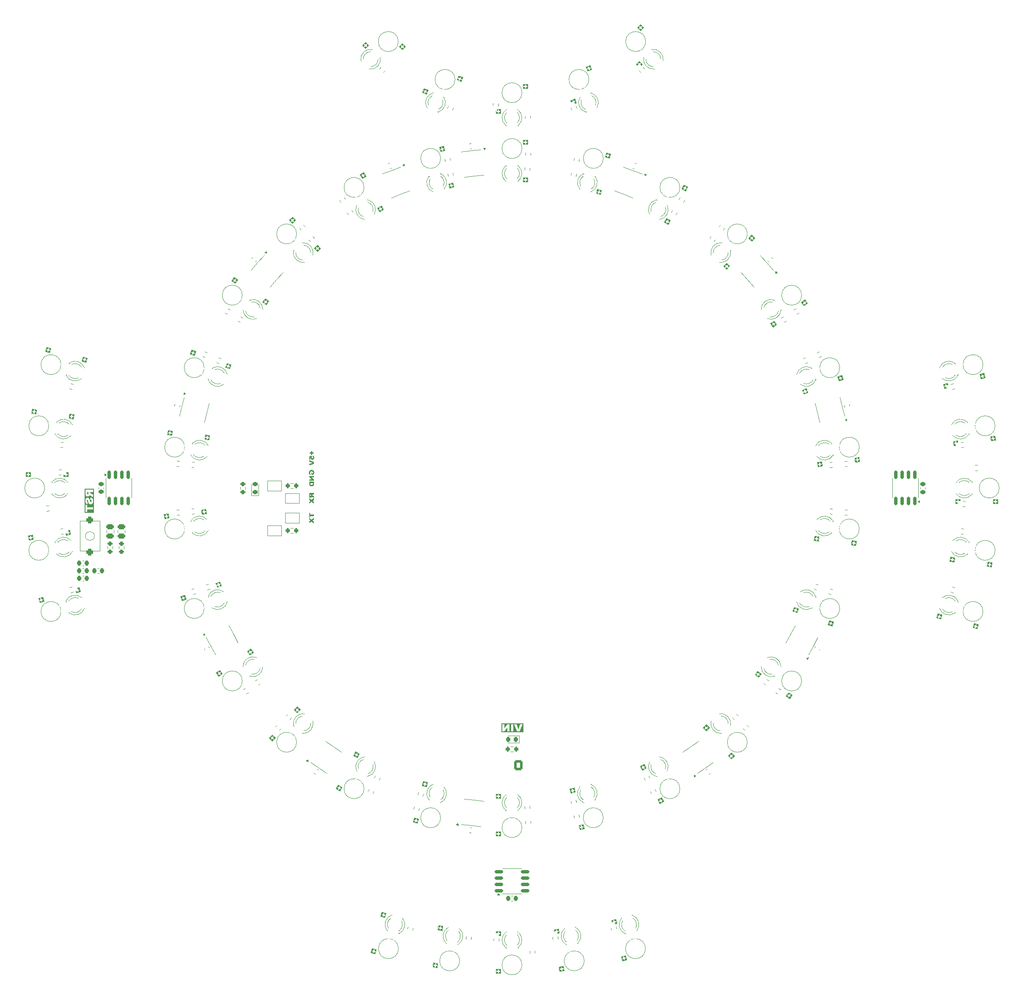
<source format=gbr>
%TF.GenerationSoftware,KiCad,Pcbnew,8.0.1*%
%TF.CreationDate,2025-01-30T23:09:45+09:00*%
%TF.ProjectId,Line-003-20241222,4c696e65-2d30-4303-932d-323032343132,rev?*%
%TF.SameCoordinates,Original*%
%TF.FileFunction,Legend,Bot*%
%TF.FilePolarity,Positive*%
%FSLAX46Y46*%
G04 Gerber Fmt 4.6, Leading zero omitted, Abs format (unit mm)*
G04 Created by KiCad (PCBNEW 8.0.1) date 2025-01-30 23:09:45*
%MOMM*%
%LPD*%
G01*
G04 APERTURE LIST*
G04 Aperture macros list*
%AMRoundRect*
0 Rectangle with rounded corners*
0 $1 Rounding radius*
0 $2 $3 $4 $5 $6 $7 $8 $9 X,Y pos of 4 corners*
0 Add a 4 corners polygon primitive as box body*
4,1,4,$2,$3,$4,$5,$6,$7,$8,$9,$2,$3,0*
0 Add four circle primitives for the rounded corners*
1,1,$1+$1,$2,$3*
1,1,$1+$1,$4,$5*
1,1,$1+$1,$6,$7*
1,1,$1+$1,$8,$9*
0 Add four rect primitives between the rounded corners*
20,1,$1+$1,$2,$3,$4,$5,0*
20,1,$1+$1,$4,$5,$6,$7,0*
20,1,$1+$1,$6,$7,$8,$9,0*
20,1,$1+$1,$8,$9,$2,$3,0*%
%AMRotRect*
0 Rectangle, with rotation*
0 The origin of the aperture is its center*
0 $1 length*
0 $2 width*
0 $3 Rotation angle, in degrees counterclockwise*
0 Add horizontal line*
21,1,$1,$2,0,0,$3*%
G04 Aperture macros list end*
%ADD10C,0.300000*%
%ADD11C,0.100000*%
%ADD12C,0.125000*%
%ADD13C,0.120000*%
%ADD14C,3.200000*%
%ADD15R,2.000000X2.000000*%
%ADD16C,2.000000*%
%ADD17RoundRect,0.250000X0.600000X0.750000X-0.600000X0.750000X-0.600000X-0.750000X0.600000X-0.750000X0*%
%ADD18O,1.700000X2.000000*%
%ADD19RotRect,1.300000X1.300000X165.000000*%
%ADD20C,1.300000*%
%ADD21RotRect,1.300000X1.300000X247.500000*%
%ADD22RoundRect,0.200000X0.275000X-0.200000X0.275000X0.200000X-0.275000X0.200000X-0.275000X-0.200000X0*%
%ADD23RoundRect,0.200000X-0.135734X0.311771X-0.338425X-0.033072X0.135734X-0.311771X0.338425X0.033072X0*%
%ADD24RotRect,1.300000X1.300000X195.000000*%
%ADD25R,1.300000X1.300000*%
%ADD26RotRect,1.400000X1.400000X353.076000*%
%ADD27C,1.400000*%
%ADD28R,1.000000X1.500000*%
%ADD29RoundRect,0.200000X-0.200000X-0.275000X0.200000X-0.275000X0.200000X0.275000X-0.200000X0.275000X0*%
%ADD30RotRect,1.400000X1.400000X89.998000*%
%ADD31R,1.400000X1.400000*%
%ADD32RoundRect,0.200000X0.179464X0.288821X-0.219477X0.259721X-0.179464X-0.288821X0.219477X-0.259721X0*%
%ADD33RoundRect,0.200000X0.308345X-0.143347X0.231377X0.249178X-0.308345X0.143347X-0.231377X-0.249178X0*%
%ADD34RotRect,1.300000X1.300000X187.500000*%
%ADD35RoundRect,0.250000X0.475000X-0.250000X0.475000X0.250000X-0.475000X0.250000X-0.475000X-0.250000X0*%
%ADD36RoundRect,0.150000X-0.688161X-0.067521X0.651990X-0.230290X0.688161X0.067521X-0.651990X0.230290X0*%
%ADD37RoundRect,0.225000X-0.325925X0.083054X-0.116808X-0.315406X0.325925X-0.083054X0.116808X0.315406X0*%
%ADD38RoundRect,0.200000X-0.206410X0.270222X-0.320672X-0.113111X0.206410X-0.270222X0.320672X0.113111X0*%
%ADD39RoundRect,0.225000X-0.327190X-0.077922X0.043146X-0.333562X0.327190X0.077922X-0.043146X0.333562X0*%
%ADD40RotRect,1.400000X1.400000X75.000000*%
%ADD41RotRect,1.300000X1.300000X225.000000*%
%ADD42RoundRect,0.200000X-0.333690X0.065391X-0.165022X-0.297309X0.333690X-0.065391X0.165022X0.297309X0*%
%ADD43RoundRect,0.200000X-0.209476X-0.267853X0.190281X-0.281812X0.209476X0.267853X-0.190281X0.281812X0*%
%ADD44RoundRect,0.200000X0.172722X0.292903X-0.225437X0.254565X-0.172722X-0.292903X0.225437X-0.254565X0*%
%ADD45RoundRect,0.200000X0.231351X-0.249202X0.308360X0.143315X-0.231351X0.249202X-0.308360X-0.143315X0*%
%ADD46RoundRect,0.200000X-0.179474X-0.288815X0.219467X-0.259729X0.179474X0.288815X-0.219467X0.259729X0*%
%ADD47RoundRect,0.150000X0.577947X0.379608X-0.684327X-0.099103X-0.577947X-0.379608X0.684327X0.099103X0*%
%ADD48RotRect,1.400000X1.400000X145.382000*%
%ADD49RoundRect,0.200000X-0.338422X0.033095X-0.135756X-0.311762X0.338422X-0.033095X0.135756X0.311762X0*%
%ADD50RotRect,1.400000X1.400000X67.500000*%
%ADD51RoundRect,0.200000X0.165002X-0.297320X0.333695X0.065368X-0.165002X0.297320X-0.333695X-0.065368X0*%
%ADD52RotRect,1.300000X1.300000X311.538000*%
%ADD53RoundRect,0.200000X0.339642X0.016377X0.089066X0.328165X-0.339642X-0.016377X-0.089066X-0.328165X0*%
%ADD54RoundRect,0.150000X-0.150000X0.675000X-0.150000X-0.675000X0.150000X-0.675000X0.150000X0.675000X0*%
%ADD55RotRect,1.400000X1.400000X76.152000*%
%ADD56RoundRect,0.200000X0.267853X-0.209476X0.281812X0.190281X-0.267853X0.209476X-0.281812X-0.190281X0*%
%ADD57RoundRect,0.200000X0.024699X0.339139X-0.315030X0.127989X-0.024699X-0.339139X0.315030X-0.127989X0*%
%ADD58RoundRect,0.218750X0.218750X0.256250X-0.218750X0.256250X-0.218750X-0.256250X0.218750X-0.256250X0*%
%ADD59RoundRect,0.150000X0.335337X0.604710X-0.559888X-0.405771X-0.335337X-0.604710X0.559888X0.405771X0*%
%ADD60RoundRect,0.200000X-0.256736X-0.222962X0.133012X-0.312942X0.256736X0.222962X-0.133012X0.312942X0*%
%ADD61RoundRect,0.225000X-0.250000X0.225000X-0.250000X-0.225000X0.250000X-0.225000X0.250000X0.225000X0*%
%ADD62RotRect,1.400000X1.400000X352.500000*%
%ADD63RotRect,1.300000X1.300000X345.000000*%
%ADD64RotRect,1.300000X1.300000X325.384000*%
%ADD65RoundRect,0.225000X-0.225000X-0.250000X0.225000X-0.250000X0.225000X0.250000X-0.225000X0.250000X0*%
%ADD66RotRect,1.400000X1.400000X186.920000*%
%ADD67RoundRect,0.150000X0.015907X0.691283X-0.307188X-0.619484X-0.015907X-0.691283X0.307188X0.619484X0*%
%ADD68RoundRect,0.200000X0.079222X-0.330679X0.339001X-0.026517X-0.079222X0.330679X-0.339001X0.026517X0*%
%ADD69RotRect,1.400000X1.400000X62.306000*%
%ADD70RotRect,1.300000X1.300000X315.000000*%
%ADD71RotRect,1.400000X1.400000X195.000000*%
%ADD72RoundRect,0.200000X0.199737X-0.275191X0.323344X0.105232X-0.199737X0.275191X-0.323344X-0.105232X0*%
%ADD73RotRect,1.400000X1.400000X112.500000*%
%ADD74RotRect,1.400000X1.400000X135.000000*%
%ADD75RotRect,1.400000X1.400000X165.000000*%
%ADD76RoundRect,0.225000X0.299040X0.153948X-0.121707X0.313548X-0.299040X-0.153948X0.121707X-0.313548X0*%
%ADD77RoundRect,0.150000X0.307145X-0.619505X-0.015859X0.691284X-0.307145X0.619505X0.015859X-0.691284X0*%
%ADD78RoundRect,0.200000X0.325857X0.097171X0.007956X0.339944X-0.325857X-0.097171X-0.007956X-0.339944X0*%
%ADD79RoundRect,0.200000X0.133012X0.312942X-0.256736X0.222962X-0.133012X-0.312942X0.256736X-0.222962X0*%
%ADD80RoundRect,0.150000X-0.180901X-0.667383X0.446531X0.527953X0.180901X0.667383X-0.446531X-0.527953X0*%
%ADD81RotRect,1.400000X1.400000X159.228000*%
%ADD82RotRect,1.400000X1.400000X105.000000*%
%ADD83RotRect,1.400000X1.400000X228.458000*%
%ADD84RoundRect,0.200000X-0.336511X-0.048843X-0.057214X-0.335189X0.336511X0.048843X0.057214X0.335189X0*%
%ADD85RotRect,1.300000X1.300000X15.000000*%
%ADD86RotRect,1.300000X1.300000X20.768000*%
%ADD87RoundRect,0.200000X-0.172722X-0.292903X0.225437X-0.254565X0.172722X0.292903X-0.225437X0.254565X0*%
%ADD88RotRect,1.300000X1.300000X214.612000*%
%ADD89RotRect,1.300000X1.300000X283.846000*%
%ADD90RotRect,1.400000X1.400000X117.690000*%
%ADD91RoundRect,0.200000X-0.007932X0.339944X-0.325850X0.097194X0.007932X-0.339944X0.325850X-0.097194X0*%
%ADD92RoundRect,0.200000X-0.089043X0.328171X-0.339641X0.016401X0.089043X-0.328171X0.339641X-0.016401X0*%
%ADD93RoundRect,0.150000X-0.675000X-0.150000X0.675000X-0.150000X0.675000X0.150000X-0.675000X0.150000X0*%
%ADD94RoundRect,0.200000X-0.256522X0.223207X-0.291385X-0.175271X0.256522X-0.223207X0.291385X0.175271X0*%
%ADD95RoundRect,0.218750X0.256250X-0.218750X0.256250X0.218750X-0.256250X0.218750X-0.256250X-0.218750X0*%
%ADD96RoundRect,0.200000X-0.073663X-0.331962X0.293116X-0.172360X0.073663X0.331962X-0.293116X0.172360X0*%
%ADD97RotRect,1.300000X1.300000X48.460000*%
%ADD98RoundRect,0.200000X0.222962X-0.256736X0.312942X0.133012X-0.222962X0.256736X-0.312942X-0.133012X0*%
%ADD99RoundRect,0.200000X0.339001X0.026517X0.079222X0.330679X-0.339001X-0.026517X-0.079222X-0.330679X0*%
%ADD100RotRect,1.400000X1.400000X173.074000*%
%ADD101RotRect,1.400000X1.400000X256.150000*%
%ADD102RotRect,1.400000X1.400000X187.500000*%
%ADD103RotRect,1.400000X1.400000X20.768000*%
%ADD104RoundRect,0.150000X-0.470325X-0.506872X0.640735X0.259969X0.470325X0.506872X-0.640735X-0.259969X0*%
%ADD105RoundRect,0.200000X0.179474X0.288815X-0.219467X0.259729X-0.179474X-0.288815X0.219467X-0.259729X0*%
%ADD106RoundRect,0.150000X0.559888X-0.405771X-0.335337X0.604710X-0.559888X0.405771X0.335337X-0.604710X0*%
%ADD107RotRect,1.300000X1.300000X62.306000*%
%ADD108RoundRect,0.200000X-0.225437X-0.254565X0.172722X-0.292903X0.225437X0.254565X-0.172722X0.292903X0*%
%ADD109RotRect,1.300000X1.300000X82.500000*%
%ADD110RotRect,1.400000X1.400000X6.922000*%
%ADD111RoundRect,0.200000X0.254565X-0.225437X0.292903X0.172722X-0.254565X0.225437X-0.292903X-0.172722X0*%
%ADD112RotRect,1.300000X1.300000X297.692000*%
%ADD113RoundRect,0.200000X0.308350X-0.143337X0.231368X0.249186X-0.308350X0.143337X-0.231368X-0.249186X0*%
%ADD114RoundRect,0.200000X0.007932X-0.339944X0.325850X-0.097194X-0.007932X0.339944X-0.325850X0.097194X0*%
%ADD115RotRect,1.300000X1.300000X97.500000*%
%ADD116RotRect,1.400000X1.400000X45.000000*%
%ADD117RoundRect,0.200000X0.265088X-0.212964X0.284279X0.186576X-0.265088X0.212964X-0.284279X-0.186576X0*%
%ADD118RoundRect,0.200000X0.219486X0.259713X-0.179453X0.288828X-0.219486X-0.259713X0.179453X-0.288828X0*%
%ADD119RoundRect,0.200000X-0.057191X0.335193X-0.336507X0.048867X0.057191X-0.335193X0.336507X-0.048867X0*%
%ADD120RotRect,1.300000X1.300000X117.690000*%
%ADD121RoundRect,0.200000X0.089043X-0.328171X0.339641X-0.016401X-0.089043X0.328171X-0.339641X0.016401X0*%
%ADD122RotRect,1.300000X1.300000X34.614000*%
%ADD123RoundRect,0.200000X-0.133012X-0.312942X0.256736X-0.222962X0.133012X0.312942X-0.256736X0.222962X0*%
%ADD124RotRect,1.400000X1.400000X200.766000*%
%ADD125RotRect,1.400000X1.400000X131.536000*%
%ADD126RoundRect,0.200000X-0.231351X0.249202X-0.308360X-0.143315X0.231351X-0.249202X0.308360X0.143315X0*%
%ADD127RotRect,1.300000X1.300000X75.000000*%
%ADD128RoundRect,0.200000X0.200000X0.275000X-0.200000X0.275000X-0.200000X-0.275000X0.200000X-0.275000X0*%
%ADD129RoundRect,0.200000X0.187814X0.283462X-0.211805X0.266014X-0.187814X-0.283462X0.211805X-0.266014X0*%
%ADD130RotRect,1.400000X1.400000X339.230000*%
%ADD131RoundRect,0.200000X0.105130X0.323377X-0.275254X0.199651X-0.105130X-0.323377X0.275254X-0.199651X0*%
%ADD132RoundRect,0.200000X0.333690X-0.065391X0.165022X0.297309X-0.333690X0.065391X-0.165022X-0.297309X0*%
%ADD133RotRect,1.300000X1.300000X186.920000*%
%ADD134RotRect,1.400000X1.400000X7.500000*%
%ADD135RotRect,1.300000X1.300000X352.500000*%
%ADD136RoundRect,0.200000X-0.179464X-0.288821X0.219477X-0.259721X0.179464X0.288821X-0.219477X0.259721X0*%
%ADD137RoundRect,0.200000X0.256736X0.222962X-0.133012X0.312942X-0.256736X-0.222962X0.133012X-0.312942X0*%
%ADD138RoundRect,0.200000X-0.219495X-0.259706X0.179443X-0.288834X0.219495X0.259706X-0.179443X0.288834X0*%
%ADD139RoundRect,0.200000X0.283462X-0.187814X0.266014X0.211805X-0.283462X0.187814X-0.266014X-0.211805X0*%
%ADD140RoundRect,0.150000X-0.640716X0.260014X0.470290X-0.506905X0.640716X-0.260014X-0.470290X0.506905X0*%
%ADD141RoundRect,0.200000X-0.265088X0.212964X-0.284279X-0.186576X0.265088X-0.212964X0.284279X0.186576X0*%
%ADD142RoundRect,0.225000X0.193226X0.275298X-0.253493X0.221057X-0.193226X-0.275298X0.253493X-0.221057X0*%
%ADD143RoundRect,0.200000X0.219495X0.259706X-0.179443X0.288834X-0.219495X-0.259706X0.179443X-0.288834X0*%
%ADD144RoundRect,0.200000X-0.105130X-0.323377X0.275254X-0.199651X0.105130X0.323377X-0.275254X0.199651X0*%
%ADD145RoundRect,0.200000X-0.024699X-0.339139X0.315030X-0.127989X0.024699X0.339139X-0.315030X0.127989X0*%
%ADD146RotRect,1.300000X1.300000X89.998000*%
%ADD147RoundRect,0.225000X-0.043169X-0.333559X0.327184X-0.077945X0.043169X0.333559X-0.327184X0.077945X0*%
%ADD148RotRect,1.400000X1.400000X48.460000*%
%ADD149RoundRect,0.200000X0.225437X0.254565X-0.172722X0.292903X-0.225437X-0.254565X0.172722X-0.292903X0*%
%ADD150RotRect,1.300000X1.300000X242.304000*%
%ADD151RotRect,1.400000X1.400000X345.000000*%
%ADD152RotRect,1.400000X1.400000X214.612000*%
%ADD153RotRect,1.300000X1.300000X228.458000*%
%ADD154RotRect,1.300000X1.300000X103.844000*%
%ADD155RotRect,1.300000X1.300000X105.000000*%
%ADD156RotRect,1.300000X1.300000X200.766000*%
%ADD157RoundRect,0.200000X0.312942X-0.133012X0.222962X0.256736X-0.312942X0.133012X-0.222962X-0.256736X0*%
%ADD158RoundRect,0.200000X0.292903X-0.172722X0.254565X0.225437X-0.292903X0.172722X-0.254565X-0.225437X0*%
%ADD159RotRect,1.300000X1.300000X159.228000*%
%ADD160RoundRect,0.200000X-0.325857X-0.097171X-0.007956X-0.339944X0.325857X0.097171X0.007956X0.339944X0*%
%ADD161RoundRect,0.200000X0.293128X0.172339X-0.073640X0.331967X-0.293128X-0.172339X0.073640X-0.331967X0*%
%ADD162RoundRect,0.200000X0.206410X-0.270222X0.320672X0.113111X-0.206410X0.270222X-0.320672X-0.113111X0*%
%ADD163RoundRect,0.150000X0.651998X0.230268X-0.688159X0.067545X-0.651998X-0.230268X0.688159X-0.067545X0*%
%ADD164RoundRect,0.200000X0.338422X-0.033095X0.135756X0.311762X-0.338422X0.033095X-0.135756X-0.311762X0*%
%ADD165RoundRect,0.200000X-0.339642X-0.016377X-0.089066X-0.328165X0.339642X0.016377X0.089066X0.328165X0*%
%ADD166RotRect,1.400000X1.400000X283.846000*%
%ADD167RoundRect,0.225000X0.250000X-0.225000X0.250000X0.225000X-0.250000X0.225000X-0.250000X-0.225000X0*%
%ADD168RotRect,1.400000X1.400000X34.614000*%
%ADD169RotRect,1.300000X1.300000X172.500000*%
%ADD170RoundRect,0.225000X0.116786X-0.315414X0.325931X0.083031X-0.116786X0.315414X-0.325931X-0.083031X0*%
%ADD171RoundRect,0.225000X-0.037922X0.334196X-0.336330X-0.002631X0.037922X-0.334196X0.336330X0.002631X0*%
%ADD172RotRect,1.300000X1.300000X173.074000*%
%ADD173RotRect,1.300000X1.300000X145.382000*%
%ADD174RotRect,1.400000X1.400000X97.500000*%
%ADD175RotRect,1.400000X1.400000X311.538000*%
%ADD176RoundRect,0.225000X0.296573X-0.158649X0.188905X0.278280X-0.296573X0.158649X-0.188905X-0.278280X0*%
%ADD177RotRect,1.300000X1.300000X131.536000*%
%ADD178RoundRect,0.200000X-0.284272X0.186586X-0.265095X-0.212954X0.284272X-0.186586X0.265095X0.212954X0*%
%ADD179RotRect,1.300000X1.300000X353.076000*%
%ADD180RotRect,1.300000X1.300000X7.500000*%
%ADD181RotRect,1.300000X1.300000X339.230000*%
%ADD182RotRect,1.400000X1.400000X15.000000*%
%ADD183RotRect,1.400000X1.400000X297.692000*%
%ADD184RoundRect,0.200000X-0.308345X0.143347X-0.231377X-0.249178X0.308345X-0.143347X0.231377X0.249178X0*%
%ADD185RoundRect,0.200000X-0.315039X-0.127967X0.024675X-0.339140X0.315039X0.127967X-0.024675X0.339140X0*%
%ADD186RoundRect,0.200000X0.336511X0.048843X0.057214X0.335189X-0.336511X-0.048843X-0.057214X-0.335189X0*%
%ADD187RotRect,1.300000X1.300000X292.500000*%
%ADD188RoundRect,0.225000X0.121729X0.313540X-0.299029X0.153969X-0.121729X-0.313540X0.299029X-0.153969X0*%
%ADD189RoundRect,0.350000X0.350000X-0.350000X0.350000X0.350000X-0.350000X0.350000X-0.350000X-0.350000X0*%
%ADD190RoundRect,0.200000X0.275268X0.199631X-0.105107X0.323384X-0.275268X-0.199631X0.105107X-0.323384X0*%
%ADD191RoundRect,0.225000X-0.253501X-0.221048X0.193216X-0.275304X0.253501X0.221048X-0.193216X0.275304X0*%
%ADD192RoundRect,0.200000X0.073663X0.331962X-0.293116X0.172360X-0.073663X-0.331962X0.293116X-0.172360X0*%
%ADD193RotRect,1.400000X1.400000X172.500000*%
%ADD194RoundRect,0.200000X-0.219486X-0.259713X0.179453X-0.288828X0.219486X0.259713X-0.179453X0.288828X0*%
%ADD195RoundRect,0.200000X-0.308350X0.143337X-0.231368X-0.249186X0.308350X-0.143337X0.231368X0.249186X0*%
%ADD196RoundRect,0.225000X0.336330X-0.002655X0.037945X0.334193X-0.336330X0.002655X-0.037945X-0.334193X0*%
%ADD197RotRect,1.300000X1.300000X256.150000*%
%ADD198RotRect,1.300000X1.300000X76.152000*%
%ADD199RotRect,1.400000X1.400000X82.500000*%
%ADD200RoundRect,0.150000X0.684327X-0.099103X-0.577947X0.379608X-0.684327X0.099103X0.577947X-0.379608X0*%
%ADD201RoundRect,0.200000X0.135734X-0.311771X0.338425X0.033072X-0.135734X0.311771X-0.338425X-0.033072X0*%
%ADD202RoundRect,0.200000X0.323344X-0.105232X0.199737X0.275191X-0.323344X0.105232X-0.199737X-0.275191X0*%
%ADD203RoundRect,0.200000X0.209476X0.267853X-0.190281X0.281812X-0.209476X-0.267853X0.190281X-0.281812X0*%
%ADD204RoundRect,0.150000X-0.446494X0.527985X0.180855X-0.667395X0.446494X-0.527985X-0.180855X0.667395X0*%
%ADD205RoundRect,0.200000X-0.293128X-0.172339X0.073640X-0.331967X0.293128X0.172339X-0.073640X0.331967X0*%
%ADD206RoundRect,0.200000X0.057191X-0.335193X0.336507X-0.048867X-0.057191X0.335193X-0.336507X0.048867X0*%
%ADD207RoundRect,0.200000X-0.275268X-0.199631X0.105107X-0.323384X0.275268X0.199631X-0.105107X0.323384X0*%
%ADD208RoundRect,0.225000X-0.188885X0.278294X-0.296584X-0.158629X0.188885X-0.278294X0.296584X0.158629X0*%
%ADD209RotRect,1.400000X1.400000X103.844000*%
%ADD210RoundRect,0.200000X0.284272X-0.186586X0.265095X0.212954X-0.284272X0.186586X-0.265095X-0.212954X0*%
%ADD211RotRect,1.300000X1.300000X6.922000*%
%ADD212RotRect,1.400000X1.400000X325.384000*%
%ADD213RotRect,1.400000X1.400000X242.304000*%
%ADD214RoundRect,0.200000X0.289844X-0.177807X0.258460X0.220960X-0.289844X0.177807X-0.258460X-0.220960X0*%
%ADD215RoundRect,0.200000X-0.187814X-0.283462X0.211805X-0.266014X0.187814X0.283462X-0.211805X0.266014X0*%
%ADD216RoundRect,0.200000X0.315039X0.127967X-0.024675X0.339140X-0.315039X-0.127967X0.024675X-0.339140X0*%
%ADD217RoundRect,0.150000X0.150000X-0.675000X0.150000X0.675000X-0.150000X0.675000X-0.150000X-0.675000X0*%
%ADD218RoundRect,0.200000X-0.165002X0.297320X-0.333695X-0.065368X0.165002X-0.297320X0.333695X0.065368X0*%
G04 APERTURE END LIST*
D10*
G36*
X-84718497Y-994609D02*
G01*
X-84729096Y-1071615D01*
X-84739014Y-1118440D01*
X-84774814Y-1184698D01*
X-84785908Y-1194277D01*
X-84855080Y-1222556D01*
X-84873103Y-1223587D01*
X-84947362Y-1207184D01*
X-84984478Y-1177058D01*
X-85014779Y-1104954D01*
X-85022971Y-1026291D01*
X-85023312Y-1003035D01*
X-85023312Y-797871D01*
X-84718497Y-797871D01*
X-84718497Y-994609D01*
G37*
G36*
X-83637385Y-4950215D02*
G01*
X-85518242Y-4950215D01*
X-85518242Y-3364619D01*
X-85328128Y-3364619D01*
X-85328128Y-4783548D01*
X-84976418Y-4783548D01*
X-84976418Y-4307641D01*
X-83827500Y-4307641D01*
X-83827500Y-3840893D01*
X-84976418Y-3840893D01*
X-84976418Y-3364619D01*
X-85328128Y-3364619D01*
X-85518242Y-3364619D01*
X-85518242Y-2572540D01*
X-85351575Y-2572540D01*
X-85348981Y-2659728D01*
X-85341199Y-2740173D01*
X-85328230Y-2813873D01*
X-85305819Y-2893412D01*
X-85275937Y-2963238D01*
X-85245329Y-3014009D01*
X-85192851Y-3074636D01*
X-85128382Y-3123483D01*
X-85051921Y-3160549D01*
X-84976839Y-3182943D01*
X-84907541Y-3194993D01*
X-84882629Y-2754989D01*
X-84953577Y-2734352D01*
X-85016660Y-2691522D01*
X-85025511Y-2681350D01*
X-85059033Y-2614580D01*
X-85070033Y-2538575D01*
X-85070207Y-2526378D01*
X-85060591Y-2451232D01*
X-85036135Y-2403646D01*
X-84973953Y-2364577D01*
X-84953337Y-2362613D01*
X-84889223Y-2396685D01*
X-84855839Y-2467742D01*
X-84836219Y-2545494D01*
X-84834635Y-2553123D01*
X-84818389Y-2626888D01*
X-84797985Y-2711463D01*
X-84777473Y-2787558D01*
X-84752718Y-2867681D01*
X-84723642Y-2945724D01*
X-84702744Y-2991294D01*
X-84662687Y-3060157D01*
X-84612197Y-3123212D01*
X-84555411Y-3172099D01*
X-84537147Y-3184002D01*
X-84466370Y-3218418D01*
X-84390052Y-3238549D01*
X-84315863Y-3244452D01*
X-84236819Y-3238076D01*
X-84161252Y-3218950D01*
X-84089162Y-3187072D01*
X-84050615Y-3163852D01*
X-83987040Y-3113649D01*
X-83932738Y-3053303D01*
X-83892254Y-2991147D01*
X-83866700Y-2939270D01*
X-83839292Y-2862563D01*
X-83821733Y-2787705D01*
X-83810170Y-2705625D01*
X-83805031Y-2629521D01*
X-83804052Y-2575837D01*
X-83806405Y-2483187D01*
X-83813463Y-2397944D01*
X-83825227Y-2320109D01*
X-83846549Y-2233232D01*
X-83875223Y-2157929D01*
X-83919337Y-2082842D01*
X-83954628Y-2042044D01*
X-84014091Y-1990937D01*
X-84079272Y-1948896D01*
X-84150172Y-1915923D01*
X-84226791Y-1892018D01*
X-84309128Y-1877180D01*
X-84337845Y-1874250D01*
X-84366788Y-2318283D01*
X-84290178Y-2333224D01*
X-84219682Y-2361334D01*
X-84195696Y-2376901D01*
X-84141672Y-2433837D01*
X-84110074Y-2505405D01*
X-84100807Y-2583164D01*
X-84108426Y-2656810D01*
X-84138720Y-2726534D01*
X-84146969Y-2737037D01*
X-84207082Y-2782311D01*
X-84254314Y-2791259D01*
X-84324924Y-2769012D01*
X-84357629Y-2739602D01*
X-84393991Y-2675435D01*
X-84418173Y-2604660D01*
X-84438987Y-2523647D01*
X-84444091Y-2500732D01*
X-84461745Y-2426727D01*
X-84485809Y-2341948D01*
X-84512091Y-2265756D01*
X-84540592Y-2198150D01*
X-84577721Y-2128358D01*
X-84625075Y-2062561D01*
X-84677583Y-2011170D01*
X-84744891Y-1967893D01*
X-84819984Y-1941102D01*
X-84902862Y-1930798D01*
X-84913770Y-1930670D01*
X-84991595Y-1938635D01*
X-85066390Y-1962532D01*
X-85131756Y-1998081D01*
X-85191577Y-2046867D01*
X-85242810Y-2108963D01*
X-85281579Y-2176229D01*
X-85292957Y-2201046D01*
X-85318602Y-2275098D01*
X-85335031Y-2350186D01*
X-85345850Y-2434881D01*
X-85350659Y-2515124D01*
X-85351575Y-2572540D01*
X-85518242Y-2572540D01*
X-85518242Y-329291D01*
X-85328128Y-329291D01*
X-85328128Y-797871D01*
X-85328128Y-1107083D01*
X-85326827Y-1184685D01*
X-85322021Y-1266137D01*
X-85312192Y-1347246D01*
X-85295606Y-1423222D01*
X-85291125Y-1437910D01*
X-85258448Y-1511257D01*
X-85210792Y-1574127D01*
X-85154471Y-1622191D01*
X-85087931Y-1659285D01*
X-85012877Y-1682641D01*
X-84938047Y-1691915D01*
X-84911571Y-1692533D01*
X-84836853Y-1687274D01*
X-84762432Y-1669339D01*
X-84696149Y-1638677D01*
X-84633072Y-1592893D01*
X-84579577Y-1535775D01*
X-84549237Y-1491399D01*
X-84516448Y-1420599D01*
X-84494392Y-1346753D01*
X-84489886Y-1327634D01*
X-84461768Y-1399808D01*
X-84433832Y-1449267D01*
X-84381351Y-1500718D01*
X-84353232Y-1523639D01*
X-84293211Y-1568551D01*
X-84258710Y-1589218D01*
X-83827500Y-1814899D01*
X-83827500Y-1287334D01*
X-84286554Y-1038206D01*
X-84352531Y-998566D01*
X-84402325Y-953576D01*
X-84432235Y-885226D01*
X-84437130Y-839270D01*
X-84437130Y-797871D01*
X-83827500Y-797871D01*
X-83827500Y-329291D01*
X-85328128Y-329291D01*
X-85518242Y-329291D01*
X-85518242Y-162624D01*
X-83637385Y-162624D01*
X-83637385Y-4950215D01*
G37*
D11*
G36*
X-39913262Y3100313D02*
G01*
X-40147735Y3100313D01*
X-40147735Y2619643D01*
X-39741803Y2619643D01*
X-39712072Y2661992D01*
X-39680519Y2710764D01*
X-39653465Y2757304D01*
X-39630911Y2801611D01*
X-39610284Y2850481D01*
X-39605516Y2863886D01*
X-39591431Y2912166D01*
X-39580805Y2964257D01*
X-39573639Y3020158D01*
X-39570250Y3071105D01*
X-39569368Y3115700D01*
X-39570847Y3170107D01*
X-39575283Y3221282D01*
X-39584511Y3278427D01*
X-39597998Y3330917D01*
X-39615744Y3378753D01*
X-39629940Y3408059D01*
X-39659269Y3455007D01*
X-39694254Y3497117D01*
X-39734896Y3534388D01*
X-39781195Y3566820D01*
X-39810191Y3583181D01*
X-39856399Y3604264D01*
X-39905080Y3620985D01*
X-39956233Y3633344D01*
X-40009860Y3641341D01*
X-40065959Y3644976D01*
X-40085209Y3645218D01*
X-40135227Y3643561D01*
X-40192495Y3637195D01*
X-40246757Y3626055D01*
X-40298013Y3610141D01*
X-40346265Y3589453D01*
X-40369263Y3577319D01*
X-40412549Y3549550D01*
X-40451730Y3517350D01*
X-40486806Y3480719D01*
X-40517778Y3439658D01*
X-40544646Y3394165D01*
X-40552690Y3378017D01*
X-40571533Y3329855D01*
X-40585748Y3274914D01*
X-40594249Y3222426D01*
X-40599350Y3164959D01*
X-40601003Y3113265D01*
X-40601050Y3102511D01*
X-40600286Y3052431D01*
X-40597356Y2997752D01*
X-40592226Y2948979D01*
X-40583464Y2899545D01*
X-40569787Y2852895D01*
X-40547013Y2803912D01*
X-40517465Y2760464D01*
X-40481144Y2722549D01*
X-40473066Y2715630D01*
X-40433465Y2687000D01*
X-40388299Y2662659D01*
X-40337569Y2642607D01*
X-40306981Y2633320D01*
X-40257156Y2933495D01*
X-40301370Y2956586D01*
X-40336465Y2993756D01*
X-40338244Y2996509D01*
X-40358581Y3043321D01*
X-40366134Y3092573D01*
X-40366577Y3109350D01*
X-40361302Y3163630D01*
X-40345479Y3211342D01*
X-40319107Y3252485D01*
X-40299898Y3272504D01*
X-40256248Y3301902D01*
X-40207132Y3319957D01*
X-40156192Y3329519D01*
X-40106613Y3333083D01*
X-40088872Y3333320D01*
X-40034353Y3331156D01*
X-39978561Y3323162D01*
X-39931183Y3309278D01*
X-39887342Y3286197D01*
X-39869542Y3271771D01*
X-39837782Y3233324D01*
X-39816417Y3187227D01*
X-39805445Y3133479D01*
X-39803841Y3100313D01*
X-39806406Y3049449D01*
X-39814099Y3000906D01*
X-39826883Y2953303D01*
X-39844527Y2903549D01*
X-39849026Y2892218D01*
X-39913262Y2892218D01*
X-39913262Y3100313D01*
G37*
G36*
X-40585418Y2439147D02*
G01*
X-40585418Y2148498D01*
X-40021706Y1769189D01*
X-40585418Y1769189D01*
X-40585418Y1476098D01*
X-39585000Y1476098D01*
X-39585000Y1769189D01*
X-40145781Y2146544D01*
X-39585000Y2146544D01*
X-39585000Y2439147D01*
X-40585418Y2439147D01*
G37*
G36*
X-39585000Y809070D02*
G01*
X-39585961Y777251D01*
X-39591010Y726978D01*
X-39600387Y673653D01*
X-39612355Y623690D01*
X-39614983Y614355D01*
X-39632791Y568827D01*
X-39658374Y525207D01*
X-39691734Y483495D01*
X-39711125Y463813D01*
X-39749516Y431903D01*
X-39792389Y404514D01*
X-39839745Y381645D01*
X-39875434Y369112D01*
X-39923474Y357767D01*
X-39978410Y349951D01*
X-40030986Y346061D01*
X-40088628Y344765D01*
X-40126619Y345632D01*
X-40176070Y349487D01*
X-40230061Y357509D01*
X-40282313Y369433D01*
X-40310380Y377882D01*
X-40358107Y396815D01*
X-40402241Y420540D01*
X-40442780Y449056D01*
X-40463523Y466945D01*
X-40496923Y502752D01*
X-40525261Y543195D01*
X-40548538Y588275D01*
X-40555129Y604534D01*
X-40569535Y652382D01*
X-40579331Y706765D01*
X-40584122Y759709D01*
X-40585418Y809070D01*
X-40585418Y960257D01*
X-40350945Y960257D01*
X-40350945Y882588D01*
X-40349550Y846488D01*
X-40341513Y795723D01*
X-40323931Y748905D01*
X-40293792Y709664D01*
X-40286297Y703334D01*
X-40243123Y679906D01*
X-40191771Y666022D01*
X-40136820Y659233D01*
X-40082278Y657396D01*
X-40067936Y657487D01*
X-40015607Y659685D01*
X-39961530Y666555D01*
X-39913262Y680843D01*
X-39871305Y706567D01*
X-39840233Y745323D01*
X-39827582Y784181D01*
X-39821115Y833679D01*
X-39819473Y884053D01*
X-39819473Y960257D01*
X-40350945Y960257D01*
X-40585418Y960257D01*
X-40585418Y1271422D01*
X-39585000Y1271422D01*
X-39585000Y809070D01*
G37*
G36*
X-39582528Y-1331263D02*
G01*
X-39988948Y-1331263D01*
X-39988948Y-1358862D01*
X-39985685Y-1389499D01*
X-39965745Y-1435066D01*
X-39932548Y-1465059D01*
X-39888564Y-1491486D01*
X-39582528Y-1657571D01*
X-39582528Y-2009281D01*
X-39870001Y-1858827D01*
X-39893002Y-1845049D01*
X-39933016Y-1815108D01*
X-39951762Y-1799827D01*
X-39986749Y-1765526D01*
X-40005373Y-1732554D01*
X-40024119Y-1684438D01*
X-40027122Y-1697184D01*
X-40041826Y-1746414D01*
X-40063686Y-1793614D01*
X-40083912Y-1823198D01*
X-40119576Y-1861277D01*
X-40161627Y-1891800D01*
X-40205816Y-1912241D01*
X-40255430Y-1924198D01*
X-40305242Y-1927704D01*
X-40322893Y-1927292D01*
X-40372779Y-1921109D01*
X-40422815Y-1905539D01*
X-40467175Y-1880809D01*
X-40504723Y-1848767D01*
X-40536493Y-1806853D01*
X-40558278Y-1757955D01*
X-40561265Y-1748163D01*
X-40572322Y-1697513D01*
X-40578875Y-1643440D01*
X-40582079Y-1589138D01*
X-40582946Y-1537404D01*
X-40582946Y-1331263D01*
X-40379736Y-1331263D01*
X-40379736Y-1468039D01*
X-40379509Y-1483543D01*
X-40374047Y-1535984D01*
X-40353846Y-1584054D01*
X-40329103Y-1604138D01*
X-40279597Y-1615073D01*
X-40267581Y-1614386D01*
X-40221467Y-1595533D01*
X-40214070Y-1589147D01*
X-40190204Y-1544975D01*
X-40183592Y-1513758D01*
X-40176526Y-1462421D01*
X-40176526Y-1331263D01*
X-40379736Y-1331263D01*
X-40582946Y-1331263D01*
X-40582946Y-1018876D01*
X-39582528Y-1018876D01*
X-39582528Y-1331263D01*
G37*
G36*
X-40582946Y-2033705D02*
G01*
X-40582946Y-2376378D01*
X-40275200Y-2555164D01*
X-40582946Y-2728088D01*
X-40582946Y-3067585D01*
X-40098368Y-2754222D01*
X-39582528Y-3097138D01*
X-39582528Y-2747383D01*
X-39903951Y-2548813D01*
X-39582528Y-2349755D01*
X-39582528Y-2001954D01*
X-40103986Y-2349755D01*
X-40582946Y-2033705D01*
G37*
G36*
X-40582946Y-4982973D02*
G01*
X-40582946Y-5928925D01*
X-40348473Y-5928925D01*
X-40348473Y-5611654D01*
X-39582528Y-5611654D01*
X-39582528Y-5300488D01*
X-40348473Y-5300488D01*
X-40348473Y-4982973D01*
X-40582946Y-4982973D01*
G37*
G36*
X-40582946Y-5994626D02*
G01*
X-40582946Y-6337299D01*
X-40275200Y-6516085D01*
X-40582946Y-6689009D01*
X-40582946Y-7028506D01*
X-40098368Y-6715143D01*
X-39582528Y-7058060D01*
X-39582528Y-6708304D01*
X-39903951Y-6509735D01*
X-39582528Y-6310677D01*
X-39582528Y-5962875D01*
X-40103986Y-6310677D01*
X-40582946Y-5994626D01*
G37*
G36*
X2260071Y-48939173D02*
G01*
X-2119022Y-48939173D01*
X-2119022Y-47271877D01*
X-1952355Y-47271877D01*
X-1952355Y-48772506D01*
X-1512718Y-48772506D01*
X-946685Y-47931333D01*
X-946685Y-48772506D01*
X-507781Y-48772506D01*
X-507781Y-47271877D01*
X-174756Y-47271877D01*
X-174756Y-48772506D01*
X292724Y-48772506D01*
X292724Y-47271877D01*
X456122Y-47271877D01*
X1016660Y-48772506D01*
X1522609Y-48772506D01*
X2093404Y-47271877D01*
X1605041Y-47271877D01*
X1265055Y-48351919D01*
X930198Y-47271877D01*
X456122Y-47271877D01*
X292724Y-47271877D01*
X-174756Y-47271877D01*
X-507781Y-47271877D01*
X-943754Y-47271877D01*
X-1512718Y-48117446D01*
X-1512718Y-47271877D01*
X-1952355Y-47271877D01*
X-2119022Y-47271877D01*
X-2119022Y-47105210D01*
X2260071Y-47105210D01*
X2260071Y-48939173D01*
G37*
G36*
X-40194630Y7385589D02*
G01*
X-40194630Y7122539D01*
X-40460366Y7122539D01*
X-40460366Y6900523D01*
X-40194630Y6900523D01*
X-40194630Y6636008D01*
X-39975788Y6636008D01*
X-39975788Y6900523D01*
X-39710052Y6900523D01*
X-39710052Y7122539D01*
X-39975788Y7122539D01*
X-39975788Y7385589D01*
X-40194630Y7385589D01*
G37*
G36*
X-40585418Y6377599D02*
G01*
X-40585418Y5713258D01*
X-40350945Y5713258D01*
X-40350945Y6163153D01*
X-40209528Y6187333D01*
X-40230411Y6140927D01*
X-40245188Y6095010D01*
X-40254526Y6046757D01*
X-40257156Y6004640D01*
X-40253970Y5949954D01*
X-40244413Y5899287D01*
X-40228485Y5852639D01*
X-40201849Y5803294D01*
X-40166542Y5759420D01*
X-40124654Y5722685D01*
X-40078278Y5694972D01*
X-40027415Y5676282D01*
X-39972063Y5666615D01*
X-39938419Y5665142D01*
X-39884613Y5668987D01*
X-39832004Y5680521D01*
X-39780594Y5699744D01*
X-39752550Y5713747D01*
X-39710601Y5740461D01*
X-39669686Y5776572D01*
X-39635417Y5819097D01*
X-39616263Y5851011D01*
X-39595746Y5898577D01*
X-39581092Y5952372D01*
X-39573077Y6004551D01*
X-39569551Y6061499D01*
X-39569368Y6078645D01*
X-39570894Y6132458D01*
X-39575473Y6181788D01*
X-39584141Y6231343D01*
X-39588663Y6249615D01*
X-39604180Y6295968D01*
X-39626242Y6340808D01*
X-39646304Y6370516D01*
X-39679113Y6407737D01*
X-39718143Y6440969D01*
X-39733011Y6451116D01*
X-39776452Y6474585D01*
X-39823564Y6493172D01*
X-39854155Y6502651D01*
X-39881999Y6219573D01*
X-39833967Y6205315D01*
X-39792812Y6176082D01*
X-39788698Y6171458D01*
X-39763923Y6127167D01*
X-39756946Y6081332D01*
X-39765640Y6031061D01*
X-39791722Y5989698D01*
X-39796514Y5984856D01*
X-39838568Y5958810D01*
X-39886448Y5948094D01*
X-39914483Y5946754D01*
X-39964648Y5951314D01*
X-40010837Y5968461D01*
X-40032208Y5985345D01*
X-40059031Y6026929D01*
X-40069249Y6075909D01*
X-40069577Y6087682D01*
X-40062613Y6137313D01*
X-40051748Y6166084D01*
X-40024136Y6207360D01*
X-40005097Y6227878D01*
X-40035872Y6466014D01*
X-40585418Y6377599D01*
G37*
G36*
X-40585418Y5612141D02*
G01*
X-40585418Y5286566D01*
X-39865390Y5059908D01*
X-40585418Y4836670D01*
X-40585418Y4520620D01*
X-39585000Y4894312D01*
X-39585000Y5231611D01*
X-40585418Y5612141D01*
G37*
D12*
G36*
X93369327Y-27319380D02*
G01*
X93117615Y-28258778D01*
X92178925Y-28007257D01*
X92268755Y-27672007D01*
X92383786Y-27672007D01*
X92639288Y-27740469D01*
X92570510Y-27997150D01*
X92784962Y-28054613D01*
X92853739Y-27797931D01*
X93107826Y-27866013D01*
X93164466Y-27654629D01*
X92910380Y-27586546D01*
X92979157Y-27329865D01*
X92764705Y-27272403D01*
X92695928Y-27529084D01*
X92440426Y-27460623D01*
X92383786Y-27672007D01*
X92268755Y-27672007D01*
X92430636Y-27067858D01*
X93369327Y-27319380D01*
G37*
G36*
X-9767615Y82234437D02*
G01*
X-10139508Y81336607D01*
X-11038014Y81708781D01*
X-10911881Y82013294D01*
X-10791615Y82013294D01*
X-10546106Y81911601D01*
X-10647332Y81667221D01*
X-10445149Y81583474D01*
X-10343923Y81827854D01*
X-10098415Y81726161D01*
X-10013453Y81931278D01*
X-10258961Y82032971D01*
X-10158296Y82275997D01*
X-10360480Y82359744D01*
X-10461144Y82116718D01*
X-10706653Y82218411D01*
X-10791615Y82013294D01*
X-10911881Y82013294D01*
X-10666121Y82606610D01*
X-9767615Y82234437D01*
G37*
G36*
X94771500Y22084645D02*
G01*
X93832809Y21833123D01*
X93670928Y22437272D01*
X93785959Y22437272D01*
X93842599Y22225888D01*
X94098101Y22294349D01*
X94166879Y22037668D01*
X94381331Y22095130D01*
X94312553Y22351811D01*
X94566639Y22419893D01*
X94509999Y22631278D01*
X94255913Y22563196D01*
X94187135Y22819877D01*
X93972683Y22762415D01*
X94041461Y22505734D01*
X93785959Y22437272D01*
X93670928Y22437272D01*
X93581098Y22772521D01*
X94519789Y23024042D01*
X94771500Y22084645D01*
G37*
G36*
X-96282885Y2221647D02*
G01*
X-97254688Y2221647D01*
X-97254688Y2598494D01*
X-97143577Y2598494D01*
X-96880527Y2598494D01*
X-96880527Y2332758D01*
X-96658511Y2332758D01*
X-96658511Y2598494D01*
X-96393996Y2598494D01*
X-96393996Y2817336D01*
X-96658511Y2817336D01*
X-96658511Y3083072D01*
X-96880527Y3083072D01*
X-96880527Y2817336D01*
X-97143577Y2817336D01*
X-97143577Y2598494D01*
X-97254688Y2598494D01*
X-97254688Y3194183D01*
X-96282885Y3194183D01*
X-96282885Y2221647D01*
G37*
G36*
X-60409908Y10554031D02*
G01*
X-60527150Y9588588D01*
X-61491867Y9705741D01*
X-61448064Y10066445D01*
X-61336136Y10066445D01*
X-61075005Y10034734D01*
X-61107040Y9770936D01*
X-60886642Y9744171D01*
X-60854607Y10007969D01*
X-60592021Y9976081D01*
X-60565639Y10193327D01*
X-60828225Y10225215D01*
X-60796190Y10489013D01*
X-61016587Y10515778D01*
X-61048623Y10251980D01*
X-61309754Y10283691D01*
X-61336136Y10066445D01*
X-61448064Y10066445D01*
X-61374625Y10671184D01*
X-60409908Y10554031D01*
G37*
G36*
X-2222180Y-61245019D02*
G01*
X-2222214Y-62216823D01*
X-3194750Y-62216789D01*
X-3194737Y-61842632D01*
X-3083626Y-61842632D01*
X-2817890Y-61842641D01*
X-2817899Y-62105691D01*
X-2599057Y-62105699D01*
X-2599048Y-61842649D01*
X-2333312Y-61842658D01*
X-2333304Y-61620642D01*
X-2599041Y-61620632D01*
X-2599031Y-61356117D01*
X-2817873Y-61356110D01*
X-2817882Y-61620625D01*
X-3083618Y-61620615D01*
X-3083626Y-61842632D01*
X-3194737Y-61842632D01*
X-3194716Y-61244985D01*
X-2222180Y-61245019D01*
G37*
G36*
X-2220067Y-89716900D02*
G01*
X-3192603Y-89716900D01*
X-3192603Y-89342739D01*
X-3081492Y-89342739D01*
X-2815756Y-89342739D01*
X-2815756Y-89605789D01*
X-2596914Y-89605789D01*
X-2596914Y-89342739D01*
X-2331178Y-89342739D01*
X-2331178Y-89120723D01*
X-2596914Y-89120723D01*
X-2596914Y-88856208D01*
X-2815756Y-88856208D01*
X-2815756Y-89120723D01*
X-3081492Y-89120723D01*
X-3081492Y-89342739D01*
X-3192603Y-89342739D01*
X-3192603Y-88745097D01*
X-2220067Y-88745097D01*
X-2220067Y-89716900D01*
G37*
G36*
X96843477Y9525857D02*
G01*
X95879987Y9399011D01*
X95800324Y10004107D01*
X95912395Y10004107D01*
X95940959Y9787138D01*
X96203211Y9821664D01*
X96237897Y9558201D01*
X96458014Y9587180D01*
X96423328Y9850643D01*
X96684128Y9884978D01*
X96655563Y10101947D01*
X96394764Y10067613D01*
X96360078Y10331075D01*
X96139961Y10302096D01*
X96174647Y10038634D01*
X95912395Y10004107D01*
X95800324Y10004107D01*
X95753045Y10363228D01*
X96716535Y10490074D01*
X96843477Y9525857D01*
G37*
G36*
X89718477Y-3195934D02*
G01*
X88746674Y-3195934D01*
X88746674Y-2819087D01*
X88857785Y-2819087D01*
X89122300Y-2819087D01*
X89122300Y-3084823D01*
X89344316Y-3084823D01*
X89344316Y-2819087D01*
X89607366Y-2819087D01*
X89607366Y-2600245D01*
X89344316Y-2600245D01*
X89344316Y-2334509D01*
X89122300Y-2334509D01*
X89122300Y-2600245D01*
X88857785Y-2600245D01*
X88857785Y-2819087D01*
X88746674Y-2819087D01*
X88746674Y-2223398D01*
X89718477Y-2223398D01*
X89718477Y-3195934D01*
G37*
G36*
X-25113032Y-85145979D02*
G01*
X-25364554Y-86084670D01*
X-26303952Y-85832958D01*
X-26214818Y-85500305D01*
X-26099787Y-85500305D01*
X-25843105Y-85569082D01*
X-25911187Y-85823169D01*
X-25699803Y-85879809D01*
X-25631720Y-85625723D01*
X-25375039Y-85694500D01*
X-25317577Y-85480048D01*
X-25574258Y-85411271D01*
X-25505797Y-85155769D01*
X-25717181Y-85099129D01*
X-25785643Y-85354631D01*
X-26042324Y-85285853D01*
X-26099787Y-85500305D01*
X-26214818Y-85500305D01*
X-26052431Y-84894268D01*
X-25113032Y-85145979D01*
G37*
G36*
X-21245339Y88404275D02*
G01*
X-21932508Y87717106D01*
X-22620195Y88404793D01*
X-22433155Y88591833D01*
X-22276019Y88591833D01*
X-22088115Y88403929D01*
X-22275156Y88216889D01*
X-22120411Y88062144D01*
X-21933371Y88249185D01*
X-21745467Y88061281D01*
X-21588478Y88218270D01*
X-21776382Y88406174D01*
X-21590377Y88592178D01*
X-21745122Y88746923D01*
X-21931126Y88560919D01*
X-22119030Y88748823D01*
X-22276019Y88591833D01*
X-22433155Y88591833D01*
X-21933026Y89091961D01*
X-21245339Y88404275D01*
G37*
G36*
X-88742884Y2221646D02*
G01*
X-89714687Y2221646D01*
X-89714687Y2598493D01*
X-89603576Y2598493D01*
X-89340526Y2598493D01*
X-89340526Y2332757D01*
X-89118510Y2332757D01*
X-89118510Y2598493D01*
X-88853995Y2598493D01*
X-88853995Y2817335D01*
X-89118510Y2817335D01*
X-89118510Y3083071D01*
X-89340526Y3083071D01*
X-89340526Y2817335D01*
X-89603576Y2817335D01*
X-89603576Y2598493D01*
X-89714687Y2598493D01*
X-89714687Y3194182D01*
X-88742884Y3194182D01*
X-88742884Y2221646D01*
G37*
G36*
X49941027Y-37174987D02*
G01*
X49388527Y-37975343D01*
X48588773Y-37423259D01*
X48759286Y-37176252D01*
X48894301Y-37176252D01*
X49111986Y-37326524D01*
X48961020Y-37545213D01*
X49143731Y-37671342D01*
X49294696Y-37452652D01*
X49511175Y-37602091D01*
X49635499Y-37421994D01*
X49419021Y-37272555D01*
X49569986Y-37053865D01*
X49387276Y-36927737D01*
X49236310Y-37146426D01*
X49018626Y-36996155D01*
X48894301Y-37176252D01*
X48759286Y-37176252D01*
X49141273Y-36622903D01*
X49941027Y-37174987D01*
G37*
G36*
X-16686316Y79688034D02*
G01*
X-17058210Y78790204D01*
X-17956717Y79162378D01*
X-17831144Y79465537D01*
X-17710878Y79465537D01*
X-17465370Y79363844D01*
X-17566035Y79120818D01*
X-17363851Y79037071D01*
X-17263187Y79280097D01*
X-17017678Y79178404D01*
X-16932716Y79383521D01*
X-17178225Y79485214D01*
X-17076999Y79729594D01*
X-17279182Y79813341D01*
X-17380408Y79568961D01*
X-17625916Y79670654D01*
X-17710878Y79465537D01*
X-17831144Y79465537D01*
X-17584823Y80060207D01*
X-16686316Y79688034D01*
G37*
G36*
X-43217926Y53603912D02*
G01*
X-43945885Y52959007D01*
X-44407466Y53480032D01*
X-44259024Y53480032D01*
X-44111801Y53313849D01*
X-43912893Y53490063D01*
X-43737489Y53292069D01*
X-43573683Y53437187D01*
X-43749087Y53635180D01*
X-43550179Y53811395D01*
X-43697402Y53977578D01*
X-43896310Y53801364D01*
X-44070742Y53998260D01*
X-44234549Y53853143D01*
X-44060116Y53656246D01*
X-44259024Y53480032D01*
X-44407466Y53480032D01*
X-44590305Y53686418D01*
X-43862346Y54331323D01*
X-43217926Y53603912D01*
G37*
G36*
X-16814060Y-58933026D02*
G01*
X-17046658Y-59876583D01*
X-17990927Y-59643809D01*
X-17907929Y-59307118D01*
X-17793491Y-59307118D01*
X-17535478Y-59370721D01*
X-17598438Y-59626125D01*
X-17385958Y-59678504D01*
X-17322997Y-59423100D01*
X-17064985Y-59486703D01*
X-17011846Y-59271140D01*
X-17269858Y-59207536D01*
X-17206548Y-58950710D01*
X-17419028Y-58898331D01*
X-17482339Y-59155157D01*
X-17740352Y-59091554D01*
X-17793491Y-59307118D01*
X-17907929Y-59307118D01*
X-17758329Y-58700252D01*
X-16814060Y-58933026D01*
G37*
G36*
X-87565507Y14750295D02*
G01*
X-87692449Y13786079D01*
X-88655939Y13912925D01*
X-88608660Y14272044D01*
X-88496590Y14272044D01*
X-88235791Y14237709D01*
X-88270476Y13974247D01*
X-88050359Y13945268D01*
X-88015673Y14208730D01*
X-87753421Y14174204D01*
X-87724857Y14391174D01*
X-87987109Y14425700D01*
X-87952423Y14689163D01*
X-88172540Y14718142D01*
X-88207226Y14454679D01*
X-88468025Y14489014D01*
X-88496590Y14272044D01*
X-88608660Y14272044D01*
X-88528997Y14877141D01*
X-87565507Y14750295D01*
G37*
G36*
X-92174017Y28005503D02*
G01*
X-92425728Y27066104D01*
X-93364419Y27317626D01*
X-93274589Y27652875D01*
X-93159558Y27652875D01*
X-92905472Y27584792D01*
X-92974249Y27328111D01*
X-92759797Y27270649D01*
X-92691020Y27527330D01*
X-92435518Y27458869D01*
X-92378878Y27670253D01*
X-92634380Y27738715D01*
X-92565602Y27995396D01*
X-92780054Y28052859D01*
X-92848831Y27796177D01*
X-93102918Y27864259D01*
X-93159558Y27652875D01*
X-93274589Y27652875D01*
X-93112707Y28257024D01*
X-92174017Y28005503D01*
G37*
G36*
X-54790374Y41703080D02*
G01*
X-55342847Y40902704D01*
X-56142620Y41454760D01*
X-55972112Y41701778D01*
X-55837100Y41701778D01*
X-55620616Y41552346D01*
X-55771574Y41333651D01*
X-55588859Y41207530D01*
X-55437901Y41426225D01*
X-55220211Y41275961D01*
X-55095893Y41456062D01*
X-55313583Y41606326D01*
X-55162626Y41825021D01*
X-55345340Y41951143D01*
X-55496298Y41732448D01*
X-55712782Y41881880D01*
X-55837100Y41701778D01*
X-55972112Y41701778D01*
X-55590147Y42255136D01*
X-54790374Y41703080D01*
G37*
G36*
X62150230Y4323332D02*
G01*
X61185506Y4206246D01*
X61112110Y4810982D01*
X61224037Y4810982D01*
X61250404Y4593735D01*
X61512992Y4625605D01*
X61545009Y4361804D01*
X61765408Y4388554D01*
X61733391Y4652354D01*
X61994525Y4684047D01*
X61968158Y4901295D01*
X61707025Y4869601D01*
X61675008Y5133402D01*
X61454608Y5106653D01*
X61486625Y4842852D01*
X61224037Y4810982D01*
X61112110Y4810982D01*
X61068331Y5171697D01*
X62033056Y5288784D01*
X62150230Y4323332D01*
G37*
G36*
X-30428646Y-53196184D02*
G01*
X-30880291Y-54056660D01*
X-31741415Y-53604674D01*
X-31594629Y-53325016D01*
X-31469142Y-53325016D01*
X-31233847Y-53448516D01*
X-31356100Y-53681431D01*
X-31162328Y-53783138D01*
X-31040076Y-53550223D01*
X-30804782Y-53673723D01*
X-30701600Y-53477140D01*
X-30936894Y-53353640D01*
X-30813961Y-53119427D01*
X-31007732Y-53017720D01*
X-31130665Y-53251933D01*
X-31365959Y-53128433D01*
X-31469142Y-53325016D01*
X-31594629Y-53325016D01*
X-31289770Y-52744198D01*
X-30428646Y-53196184D01*
G37*
G36*
X26455911Y92235601D02*
G01*
X25768224Y91547914D01*
X25267058Y92049079D01*
X25424194Y92049079D01*
X25581184Y91892090D01*
X25769088Y92079994D01*
X25956128Y91892953D01*
X26110873Y92047698D01*
X25923832Y92234738D01*
X26111736Y92422642D01*
X25954747Y92579631D01*
X25766843Y92391727D01*
X25580839Y92577732D01*
X25426094Y92422987D01*
X25612098Y92236983D01*
X25424194Y92049079D01*
X25267058Y92049079D01*
X25081055Y92235082D01*
X25768743Y92922770D01*
X26455911Y92235601D01*
G37*
G36*
X87488419Y20133150D02*
G01*
X86549728Y19881628D01*
X86387847Y20485777D01*
X86502878Y20485777D01*
X86559518Y20274393D01*
X86815020Y20342854D01*
X86883798Y20086173D01*
X87098250Y20143635D01*
X87029472Y20400316D01*
X87283558Y20468398D01*
X87226918Y20679783D01*
X86972832Y20611701D01*
X86904054Y20868382D01*
X86689602Y20810920D01*
X86758380Y20554239D01*
X86502878Y20485777D01*
X86387847Y20485777D01*
X86298017Y20821026D01*
X87236708Y21072547D01*
X87488419Y20133150D01*
G37*
G36*
X12956434Y77089158D02*
G01*
X12057928Y76716985D01*
X11812169Y77310301D01*
X11932434Y77310301D01*
X12017396Y77105185D01*
X12262904Y77206877D01*
X12363569Y76963851D01*
X12565752Y77047598D01*
X12465087Y77290625D01*
X12710596Y77392317D01*
X12625633Y77597434D01*
X12380125Y77495741D01*
X12278900Y77740121D01*
X12076716Y77656374D01*
X12177942Y77411994D01*
X11932434Y77310301D01*
X11812169Y77310301D01*
X11686035Y77614815D01*
X12584541Y77986988D01*
X12956434Y77089158D01*
G37*
G36*
X26160808Y84869087D02*
G01*
X25473122Y84181400D01*
X24972994Y84681528D01*
X25130128Y84681528D01*
X25287117Y84524539D01*
X25475021Y84712443D01*
X25661025Y84526438D01*
X25815770Y84681183D01*
X25629766Y84867187D01*
X25817670Y85055091D01*
X25660680Y85212080D01*
X25472776Y85024176D01*
X25285736Y85211217D01*
X25130991Y85056472D01*
X25318032Y84869432D01*
X25130128Y84681528D01*
X24972994Y84681528D01*
X24785953Y84868569D01*
X25473640Y85556256D01*
X26160808Y84869087D01*
G37*
G36*
X86086247Y-25367885D02*
G01*
X85834535Y-26307283D01*
X84895845Y-26055762D01*
X84985675Y-25720512D01*
X85100706Y-25720512D01*
X85356208Y-25788974D01*
X85287430Y-26045655D01*
X85501882Y-26103118D01*
X85570659Y-25846436D01*
X85824746Y-25914518D01*
X85881386Y-25703134D01*
X85627300Y-25635051D01*
X85696077Y-25378370D01*
X85481625Y-25320908D01*
X85412848Y-25577589D01*
X85157346Y-25509128D01*
X85100706Y-25720512D01*
X84985675Y-25720512D01*
X85147556Y-25116363D01*
X86086247Y-25367885D01*
G37*
G36*
X57386186Y-24143851D02*
G01*
X57041276Y-25053171D01*
X56132640Y-24708521D01*
X56251342Y-24395575D01*
X56370178Y-24395575D01*
X56617499Y-24489385D01*
X56523256Y-24737848D01*
X56730841Y-24816586D01*
X56825084Y-24568123D01*
X57071036Y-24661414D01*
X57148648Y-24456797D01*
X56902697Y-24363507D01*
X56996940Y-24115043D01*
X56789355Y-24036305D01*
X56695111Y-24284768D01*
X56447790Y-24190958D01*
X56370178Y-24395575D01*
X56251342Y-24395575D01*
X56477550Y-23799200D01*
X57386186Y-24143851D01*
G37*
G36*
X21075878Y-87235131D02*
G01*
X20136481Y-87486842D01*
X19974473Y-86882221D01*
X20089504Y-86882221D01*
X20146966Y-87096673D01*
X20403647Y-87027895D01*
X20471729Y-87281981D01*
X20683114Y-87225341D01*
X20615032Y-86971255D01*
X20871713Y-86902477D01*
X20814251Y-86688025D01*
X20557570Y-86756803D01*
X20489108Y-86501301D01*
X20277724Y-86557941D01*
X20346185Y-86813443D01*
X20089504Y-86882221D01*
X19974473Y-86882221D01*
X19884959Y-86548151D01*
X20824357Y-86296440D01*
X21075878Y-87235131D01*
G37*
G36*
X43653614Y44447072D02*
G01*
X43009144Y43719706D01*
X42281229Y44364662D01*
X42465044Y44572121D01*
X42613496Y44572121D01*
X42812392Y44395893D01*
X42636974Y44197912D01*
X42800770Y44052783D01*
X42976188Y44250764D01*
X43175084Y44074536D01*
X43322318Y44240709D01*
X43123423Y44416937D01*
X43297869Y44613822D01*
X43134073Y44758951D01*
X42959627Y44562066D01*
X42760731Y44738294D01*
X42613496Y44572121D01*
X42465044Y44572121D01*
X42925699Y45092028D01*
X43653614Y44447072D01*
G37*
G36*
X-93576192Y-22774274D02*
G01*
X-94514883Y-23025795D01*
X-94676764Y-22421646D01*
X-94561733Y-22421646D01*
X-94505093Y-22633031D01*
X-94251007Y-22564949D01*
X-94182229Y-22821630D01*
X-93967777Y-22764168D01*
X-94036555Y-22507487D01*
X-93781053Y-22439025D01*
X-93837693Y-22227641D01*
X-94093195Y-22296102D01*
X-94161973Y-22039421D01*
X-94376425Y-22096883D01*
X-94307647Y-22353564D01*
X-94561733Y-22421646D01*
X-94676764Y-22421646D01*
X-94766594Y-22086398D01*
X-93827903Y-21834876D01*
X-93576192Y-22774274D01*
G37*
G36*
X-65100479Y-22312605D02*
G01*
X-66009139Y-22657192D01*
X-66235303Y-22060810D01*
X-66116469Y-22060810D01*
X-66038872Y-22265433D01*
X-65792914Y-22172159D01*
X-65698688Y-22420629D01*
X-65491097Y-22341905D01*
X-65585323Y-22093435D01*
X-65337995Y-21999642D01*
X-65415593Y-21795020D01*
X-65662921Y-21888813D01*
X-65757147Y-21640344D01*
X-65964738Y-21719067D01*
X-65870512Y-21967537D01*
X-66116469Y-22060810D01*
X-66235303Y-22060810D01*
X-66353986Y-21747848D01*
X-65445326Y-21403261D01*
X-65100479Y-22312605D01*
G37*
G36*
X59227745Y36992075D02*
G01*
X58427934Y36440075D01*
X58046015Y36993450D01*
X58181019Y36993450D01*
X58305325Y36813340D01*
X58523025Y36963589D01*
X58673968Y36744883D01*
X58856691Y36870992D01*
X58705749Y37089698D01*
X58922243Y37239114D01*
X58797938Y37419225D01*
X58581443Y37269808D01*
X58430501Y37488514D01*
X58247777Y37362405D01*
X58398720Y37143699D01*
X58181019Y36993450D01*
X58046015Y36993450D01*
X57875517Y37240490D01*
X58675329Y37792490D01*
X59227745Y36992075D01*
G37*
G36*
X-13356263Y67549258D02*
G01*
X-14300540Y67316518D01*
X-14450117Y67923385D01*
X-14335681Y67923385D01*
X-14282549Y67707820D01*
X-14024535Y67771414D01*
X-13961233Y67514585D01*
X-13748750Y67566957D01*
X-13812052Y67823785D01*
X-13554038Y67887380D01*
X-13607169Y68102945D01*
X-13865184Y68039351D01*
X-13928135Y68294757D01*
X-14140618Y68242385D01*
X-14077666Y67986979D01*
X-14335681Y67923385D01*
X-14450117Y67923385D01*
X-14533105Y68260083D01*
X-13588828Y68492824D01*
X-13356263Y67549258D01*
G37*
G36*
X26945499Y-56124373D02*
G01*
X26084343Y-56576298D01*
X25780211Y-55996766D01*
X25905693Y-55996766D01*
X26008861Y-56193356D01*
X26244164Y-56069872D01*
X26366400Y-56302796D01*
X26560179Y-56201103D01*
X26437943Y-55968179D01*
X26673246Y-55844695D01*
X26570077Y-55648104D01*
X26334774Y-55771589D01*
X26211858Y-55537367D01*
X26018079Y-55639060D01*
X26140996Y-55873282D01*
X25905693Y-55996766D01*
X25780211Y-55996766D01*
X25632758Y-55715790D01*
X26493914Y-55263865D01*
X26945499Y-56124373D01*
G37*
G36*
X3197537Y68783341D02*
G01*
X2225001Y68783341D01*
X2225001Y69158967D01*
X2336112Y69158967D01*
X2601848Y69158967D01*
X2601848Y68894452D01*
X2820690Y68894452D01*
X2820690Y69158967D01*
X3086426Y69158967D01*
X3086426Y69380983D01*
X2820690Y69380983D01*
X2820690Y69644033D01*
X2601848Y69644033D01*
X2601848Y69380983D01*
X2336112Y69380983D01*
X2336112Y69158967D01*
X2225001Y69158967D01*
X2225001Y69755144D01*
X3197537Y69755144D01*
X3197537Y68783341D01*
G37*
G36*
X-47274819Y-50011530D02*
G01*
X-47919264Y-50738919D01*
X-48647200Y-50093988D01*
X-48464359Y-49887614D01*
X-48315912Y-49887614D01*
X-48117011Y-50063835D01*
X-48291450Y-50260726D01*
X-48127649Y-50405849D01*
X-47953209Y-50208959D01*
X-47754308Y-50385180D01*
X-47607079Y-50219002D01*
X-47805980Y-50042781D01*
X-47630569Y-49844793D01*
X-47794371Y-49699670D01*
X-47969782Y-49897657D01*
X-48168683Y-49721436D01*
X-48315912Y-49887614D01*
X-48464359Y-49887614D01*
X-48002756Y-49366600D01*
X-47274819Y-50011530D01*
G37*
G36*
X61496485Y-9709645D02*
G01*
X61379210Y-10675086D01*
X60414497Y-10557898D01*
X60458313Y-10197199D01*
X60570241Y-10197199D01*
X60832826Y-10229096D01*
X60800781Y-10492893D01*
X61021178Y-10519666D01*
X61053222Y-10255868D01*
X61314352Y-10287589D01*
X61340742Y-10070344D01*
X61079612Y-10038624D01*
X61111656Y-9774827D01*
X60891260Y-9748054D01*
X60859215Y-10011851D01*
X60596630Y-9979954D01*
X60570241Y-10197199D01*
X60458313Y-10197199D01*
X60531773Y-9592458D01*
X61496485Y-9709645D01*
G37*
G36*
X17997965Y59641424D02*
G01*
X17765334Y58697874D01*
X16821074Y58930681D01*
X16904434Y59268788D01*
X17018872Y59268788D01*
X17276882Y59205176D01*
X17213562Y58948351D01*
X17426041Y58895965D01*
X17489361Y59152789D01*
X17747371Y59089177D01*
X17800518Y59304739D01*
X17542508Y59368351D01*
X17605477Y59623753D01*
X17392998Y59676139D01*
X17330029Y59420738D01*
X17072019Y59484350D01*
X17018872Y59268788D01*
X16904434Y59268788D01*
X17053705Y59874230D01*
X17997965Y59641424D01*
G37*
G36*
X89367982Y8541689D02*
G01*
X88404492Y8414843D01*
X88324829Y9019939D01*
X88436900Y9019939D01*
X88465464Y8802970D01*
X88727716Y8837496D01*
X88762402Y8574033D01*
X88982519Y8603012D01*
X88947833Y8866475D01*
X89208633Y8900810D01*
X89180068Y9117779D01*
X88919269Y9083445D01*
X88884583Y9346907D01*
X88664466Y9317928D01*
X88699152Y9054466D01*
X88436900Y9019939D01*
X88324829Y9019939D01*
X88277550Y9379060D01*
X89241040Y9505906D01*
X89367982Y8541689D01*
G37*
G36*
X-58050399Y-19639035D02*
G01*
X-58959059Y-19983622D01*
X-59185223Y-19387240D01*
X-59066389Y-19387240D01*
X-58988792Y-19591863D01*
X-58742834Y-19498589D01*
X-58648608Y-19747059D01*
X-58441017Y-19668335D01*
X-58535243Y-19419865D01*
X-58287915Y-19326072D01*
X-58365513Y-19121450D01*
X-58612841Y-19215243D01*
X-58707067Y-18966774D01*
X-58914658Y-19045497D01*
X-58820432Y-19293967D01*
X-59066389Y-19387240D01*
X-59185223Y-19387240D01*
X-59303906Y-19074278D01*
X-58395246Y-18729691D01*
X-58050399Y-19639035D01*
G37*
G36*
X-33932856Y-59872420D02*
G01*
X-34384501Y-60732896D01*
X-35245625Y-60280910D01*
X-35098839Y-60001252D01*
X-34973352Y-60001252D01*
X-34738057Y-60124752D01*
X-34860310Y-60357667D01*
X-34666538Y-60459374D01*
X-34544286Y-60226459D01*
X-34308992Y-60349959D01*
X-34205810Y-60153376D01*
X-34441104Y-60029876D01*
X-34318171Y-59795663D01*
X-34511942Y-59693956D01*
X-34634875Y-59928169D01*
X-34870169Y-59804669D01*
X-34973352Y-60001252D01*
X-35098839Y-60001252D01*
X-34793980Y-59420434D01*
X-33932856Y-59872420D01*
G37*
G36*
X-14768667Y-95171274D02*
G01*
X-14895513Y-96134764D01*
X-15859729Y-96007822D01*
X-15812800Y-95651365D01*
X-15700730Y-95651365D01*
X-15437267Y-95686051D01*
X-15471602Y-95946850D01*
X-15254632Y-95975415D01*
X-15220297Y-95714616D01*
X-14956835Y-95749301D01*
X-14927856Y-95529184D01*
X-15191318Y-95494498D01*
X-15156792Y-95232246D01*
X-15373762Y-95203682D01*
X-15408288Y-95465934D01*
X-15671751Y-95431248D01*
X-15700730Y-95651365D01*
X-15812800Y-95651365D01*
X-15732883Y-95044332D01*
X-14768667Y-95171274D01*
G37*
G36*
X-61063193Y-5175587D02*
G01*
X-62027913Y-5292707D01*
X-62101330Y-4687969D01*
X-61989403Y-4687969D01*
X-61963029Y-4905216D01*
X-61701896Y-4873513D01*
X-61669870Y-5137313D01*
X-61449472Y-5110556D01*
X-61481498Y-4846756D01*
X-61218911Y-4814878D01*
X-61245285Y-4597631D01*
X-61507872Y-4629510D01*
X-61539898Y-4365711D01*
X-61760297Y-4392468D01*
X-61728271Y-4656267D01*
X-61989403Y-4687969D01*
X-62101330Y-4687969D01*
X-62145121Y-4327260D01*
X-61180401Y-4210140D01*
X-61063193Y-5175587D01*
G37*
G36*
X-29133722Y62389496D02*
G01*
X-29994862Y61937540D01*
X-30299698Y62518364D01*
X-30174214Y62518364D01*
X-30071038Y62321777D01*
X-29835740Y62445269D01*
X-29712815Y62211052D01*
X-29519040Y62312752D01*
X-29641965Y62546969D01*
X-29406666Y62670462D01*
X-29509842Y62867048D01*
X-29745140Y62743556D01*
X-29867384Y62976475D01*
X-30061159Y62874776D01*
X-29938915Y62641856D01*
X-30174214Y62518364D01*
X-30299698Y62518364D01*
X-30446477Y62798032D01*
X-29585337Y63249988D01*
X-29133722Y62389496D01*
G37*
G36*
X10493405Y-96714958D02*
G01*
X9529188Y-96841900D01*
X9449462Y-96236320D01*
X9561532Y-96236320D01*
X9590511Y-96456437D01*
X9853974Y-96421751D01*
X9888309Y-96682551D01*
X10105278Y-96653986D01*
X10070944Y-96393187D01*
X10334406Y-96358501D01*
X10305427Y-96138384D01*
X10041965Y-96173070D01*
X10007438Y-95910818D01*
X9790469Y-95939382D01*
X9824995Y-96201634D01*
X9561532Y-96236320D01*
X9449462Y-96236320D01*
X9402342Y-95878410D01*
X10366559Y-95751468D01*
X10493405Y-96714958D01*
G37*
G36*
X-28611853Y88699377D02*
G01*
X-29299021Y88012208D01*
X-29986709Y88699896D01*
X-29800705Y88885900D01*
X-29643570Y88885900D01*
X-29455666Y88697996D01*
X-29641671Y88511992D01*
X-29486926Y88357247D01*
X-29300922Y88543251D01*
X-29113018Y88355347D01*
X-28956029Y88512337D01*
X-29143933Y88700241D01*
X-28956892Y88887281D01*
X-29111637Y89042026D01*
X-29298677Y88854985D01*
X-29486581Y89042889D01*
X-29643570Y88885900D01*
X-29800705Y88885900D01*
X-29299540Y89387064D01*
X-28611853Y88699377D01*
G37*
G36*
X30449242Y-62800853D02*
G01*
X29588086Y-63252778D01*
X29283954Y-62673246D01*
X29409436Y-62673246D01*
X29512604Y-62869836D01*
X29747907Y-62746352D01*
X29870143Y-62979276D01*
X30063922Y-62877583D01*
X29941686Y-62644659D01*
X30176989Y-62521175D01*
X30073820Y-62324584D01*
X29838517Y-62448069D01*
X29715601Y-62213847D01*
X29521822Y-62315540D01*
X29644739Y-62549762D01*
X29409436Y-62673246D01*
X29283954Y-62673246D01*
X29136501Y-62392270D01*
X29997657Y-61940345D01*
X30449242Y-62800853D01*
G37*
G36*
X-57869258Y-37244270D02*
G01*
X-58669051Y-37796298D01*
X-59050992Y-37242931D01*
X-58915985Y-37242931D01*
X-58791673Y-37423037D01*
X-58575184Y-37273613D01*
X-58424234Y-37492313D01*
X-58241514Y-37366198D01*
X-58392464Y-37147497D01*
X-58174769Y-36997241D01*
X-58299081Y-36817135D01*
X-58516776Y-36967391D01*
X-58667726Y-36748691D01*
X-58850446Y-36874806D01*
X-58699495Y-37093507D01*
X-58915985Y-37242931D01*
X-59050992Y-37242931D01*
X-59221495Y-36995902D01*
X-58421703Y-36443874D01*
X-57869258Y-37244270D01*
G37*
G36*
X59309528Y19070450D02*
G01*
X58400856Y18725895D01*
X58174716Y19322280D01*
X58293547Y19322280D01*
X58371138Y19117655D01*
X58618469Y19211440D01*
X58712686Y18962967D01*
X58920280Y19041683D01*
X58826062Y19290156D01*
X59072023Y19383421D01*
X58994433Y19588046D01*
X58748472Y19494781D01*
X58654254Y19743254D01*
X58446661Y19664537D01*
X58540878Y19416064D01*
X58293547Y19322280D01*
X58174716Y19322280D01*
X58056042Y19635251D01*
X58964714Y19979806D01*
X59309528Y19070450D01*
G37*
G36*
X39593687Y-48045746D02*
G01*
X38865705Y-48690626D01*
X38405119Y-48170686D01*
X38553556Y-48170686D01*
X38700773Y-48336875D01*
X38899687Y-48160668D01*
X39074113Y-48357570D01*
X39237925Y-48212459D01*
X39063499Y-48015556D01*
X39262413Y-47839349D01*
X39115196Y-47673160D01*
X38916282Y-47849368D01*
X38740884Y-47651368D01*
X38577073Y-47796479D01*
X38752470Y-47994479D01*
X38553556Y-48170686D01*
X38405119Y-48170686D01*
X38221311Y-47963192D01*
X38949293Y-47318312D01*
X39593687Y-48045746D01*
G37*
G36*
X-27064527Y-92429059D02*
G01*
X-27316049Y-93367750D01*
X-28255447Y-93116038D01*
X-28166313Y-92783385D01*
X-28051282Y-92783385D01*
X-27794600Y-92852162D01*
X-27862682Y-93106249D01*
X-27651298Y-93162889D01*
X-27583215Y-92908803D01*
X-27326534Y-92977580D01*
X-27269072Y-92763128D01*
X-27525753Y-92694351D01*
X-27457292Y-92438849D01*
X-27668676Y-92382209D01*
X-27737138Y-92637711D01*
X-27993819Y-92568933D01*
X-28051282Y-92783385D01*
X-28166313Y-92783385D01*
X-28003926Y-92177348D01*
X-27064527Y-92429059D01*
G37*
G36*
X-56128545Y24704803D02*
G01*
X-56473423Y23795471D01*
X-57382071Y24140090D01*
X-57263378Y24453045D01*
X-57144544Y24453045D01*
X-56898590Y24359763D01*
X-56992824Y24111296D01*
X-56785236Y24032565D01*
X-56691001Y24281032D01*
X-56443677Y24187230D01*
X-56366072Y24391849D01*
X-56613396Y24485651D01*
X-56519162Y24734117D01*
X-56726750Y24812848D01*
X-56820985Y24564382D01*
X-57066939Y24657664D01*
X-57144544Y24453045D01*
X-57263378Y24453045D01*
X-57037193Y25049422D01*
X-56128545Y24704803D01*
G37*
G36*
X69635304Y5231777D02*
G01*
X68670580Y5114691D01*
X68597184Y5719427D01*
X68709111Y5719427D01*
X68735478Y5502180D01*
X68998066Y5534050D01*
X69030083Y5270249D01*
X69250482Y5296999D01*
X69218465Y5560799D01*
X69479599Y5592492D01*
X69453232Y5809740D01*
X69192099Y5778046D01*
X69160082Y6041847D01*
X68939682Y6015098D01*
X68971699Y5751297D01*
X68709111Y5719427D01*
X68597184Y5719427D01*
X68553405Y6080142D01*
X69518130Y6197229D01*
X69635304Y5231777D01*
G37*
G36*
X-88272644Y-9380812D02*
G01*
X-89236134Y-9507658D01*
X-89315797Y-8902562D01*
X-89203727Y-8902562D01*
X-89175162Y-9119531D01*
X-88914363Y-9085197D01*
X-88879677Y-9348659D01*
X-88659560Y-9319680D01*
X-88694246Y-9056218D01*
X-88431994Y-9021691D01*
X-88460558Y-8804722D01*
X-88722810Y-8839248D01*
X-88757496Y-8575785D01*
X-88977613Y-8604764D01*
X-88942927Y-8868227D01*
X-89203727Y-8902562D01*
X-89315797Y-8902562D01*
X-89363076Y-8543441D01*
X-88399586Y-8416595D01*
X-88272644Y-9380812D01*
G37*
G36*
X-95041002Y15734461D02*
G01*
X-95167944Y14770245D01*
X-96131434Y14897091D01*
X-96084155Y15256210D01*
X-95972085Y15256210D01*
X-95711286Y15221875D01*
X-95745971Y14958413D01*
X-95525854Y14929434D01*
X-95491168Y15192896D01*
X-95228916Y15158370D01*
X-95200352Y15375340D01*
X-95462604Y15409866D01*
X-95427918Y15673329D01*
X-95648035Y15702308D01*
X-95682721Y15438845D01*
X-95943520Y15473180D01*
X-95972085Y15256210D01*
X-96084155Y15256210D01*
X-96004492Y15861307D01*
X-95041002Y15734461D01*
G37*
G36*
X-2220066Y74954540D02*
G01*
X-3192602Y74954540D01*
X-3192602Y75328701D01*
X-3081491Y75328701D01*
X-2815755Y75328701D01*
X-2815755Y75065651D01*
X-2596913Y75065651D01*
X-2596913Y75328701D01*
X-2331177Y75328701D01*
X-2331177Y75550717D01*
X-2596913Y75550717D01*
X-2596913Y75815232D01*
X-2815755Y75815232D01*
X-2815755Y75550717D01*
X-3081491Y75550717D01*
X-3081491Y75328701D01*
X-3192602Y75328701D01*
X-3192602Y75926343D01*
X-2220066Y75926343D01*
X-2220066Y74954540D01*
G37*
G36*
X-2222443Y-68785019D02*
G01*
X-2222477Y-69756823D01*
X-3195013Y-69756789D01*
X-3195000Y-69382632D01*
X-3083889Y-69382632D01*
X-2818153Y-69382641D01*
X-2818162Y-69645691D01*
X-2599320Y-69645699D01*
X-2599311Y-69382649D01*
X-2333575Y-69382658D01*
X-2333567Y-69160642D01*
X-2599304Y-69160632D01*
X-2599294Y-68896117D01*
X-2818136Y-68896110D01*
X-2818145Y-69160625D01*
X-3083881Y-69160615D01*
X-3083889Y-69382632D01*
X-3195000Y-69382632D01*
X-3194979Y-68784985D01*
X-2222443Y-68785019D01*
G37*
G36*
X-42274722Y-44367894D02*
G01*
X-42919167Y-45095283D01*
X-43647103Y-44450352D01*
X-43464262Y-44243978D01*
X-43315815Y-44243978D01*
X-43116914Y-44420199D01*
X-43291353Y-44617090D01*
X-43127552Y-44762213D01*
X-42953112Y-44565323D01*
X-42754211Y-44741544D01*
X-42606982Y-44575366D01*
X-42805883Y-44399145D01*
X-42630472Y-44201157D01*
X-42794274Y-44056034D01*
X-42969685Y-44254021D01*
X-43168586Y-44077800D01*
X-43315815Y-44243978D01*
X-43464262Y-44243978D01*
X-43002659Y-43722964D01*
X-42274722Y-44367894D01*
G37*
G36*
X35252686Y60277923D02*
G01*
X34801011Y59417462D01*
X33939903Y59869477D01*
X34087378Y60150424D01*
X34212867Y60150424D01*
X34448156Y60026916D01*
X34325215Y59792707D01*
X34518983Y59690994D01*
X34641925Y59925202D01*
X34877214Y59801693D01*
X34980403Y59998273D01*
X34745114Y60121782D01*
X34867374Y60354693D01*
X34673606Y60456406D01*
X34551345Y60223495D01*
X34316056Y60347004D01*
X34212867Y60150424D01*
X34087378Y60150424D01*
X34391578Y60729938D01*
X35252686Y60277923D01*
G37*
G36*
X-84890937Y26054008D02*
G01*
X-85142648Y25114609D01*
X-86081339Y25366131D01*
X-85991509Y25701380D01*
X-85876478Y25701380D01*
X-85622392Y25633297D01*
X-85691169Y25376616D01*
X-85476717Y25319154D01*
X-85407940Y25575835D01*
X-85152438Y25507374D01*
X-85095798Y25718758D01*
X-85351300Y25787220D01*
X-85282522Y26043901D01*
X-85496974Y26101364D01*
X-85565751Y25844682D01*
X-85819838Y25912764D01*
X-85876478Y25701380D01*
X-85991509Y25701380D01*
X-85829627Y26305529D01*
X-84890937Y26054008D01*
G37*
G36*
X3197512Y79954784D02*
G01*
X2224976Y79954784D01*
X2224976Y80330410D01*
X2336087Y80330410D01*
X2601823Y80330410D01*
X2601823Y80065895D01*
X2820665Y80065895D01*
X2820665Y80330410D01*
X3086401Y80330410D01*
X3086401Y80552426D01*
X2820665Y80552426D01*
X2820665Y80815476D01*
X2601823Y80815476D01*
X2601823Y80552426D01*
X2336087Y80552426D01*
X2336087Y80330410D01*
X2224976Y80330410D01*
X2224976Y80926587D01*
X3197512Y80926587D01*
X3197512Y79954784D01*
G37*
G36*
X53022193Y32709235D02*
G01*
X52222382Y32157235D01*
X51840463Y32710610D01*
X51975467Y32710610D01*
X52099773Y32530500D01*
X52317473Y32680749D01*
X52468416Y32462043D01*
X52651139Y32588152D01*
X52500197Y32806858D01*
X52716691Y32956274D01*
X52592386Y33136385D01*
X52375891Y32986968D01*
X52224949Y33205674D01*
X52042225Y33079565D01*
X52193168Y32860859D01*
X51975467Y32710610D01*
X51840463Y32710610D01*
X51669965Y32957650D01*
X52469777Y33509650D01*
X53022193Y32709235D01*
G37*
G36*
X48653907Y50090532D02*
G01*
X48009437Y49363166D01*
X47281522Y50008122D01*
X47465337Y50215581D01*
X47613789Y50215581D01*
X47812685Y50039353D01*
X47637267Y49841372D01*
X47801063Y49696243D01*
X47976481Y49894224D01*
X48175377Y49717996D01*
X48322611Y49884169D01*
X48123716Y50060397D01*
X48298162Y50257282D01*
X48134366Y50402411D01*
X47959920Y50205526D01*
X47761024Y50381754D01*
X47613789Y50215581D01*
X47465337Y50215581D01*
X47925992Y50735488D01*
X48653907Y50090532D01*
G37*
G36*
X14535680Y-68262349D02*
G01*
X13591396Y-68495056D01*
X13442191Y-67889611D01*
X13556626Y-67889611D01*
X13609750Y-68105178D01*
X13867767Y-68041593D01*
X13930709Y-68297001D01*
X14143194Y-68244637D01*
X14080251Y-67989229D01*
X14338268Y-67925644D01*
X14285144Y-67710076D01*
X14027127Y-67773661D01*
X13963834Y-67516830D01*
X13751350Y-67569195D01*
X13814643Y-67826026D01*
X13556626Y-67889611D01*
X13442191Y-67889611D01*
X13358863Y-67551483D01*
X14303148Y-67318775D01*
X14535680Y-68262349D01*
G37*
G36*
X23027373Y-94518212D02*
G01*
X22087976Y-94769923D01*
X21925968Y-94165302D01*
X22040999Y-94165302D01*
X22098461Y-94379754D01*
X22355142Y-94310976D01*
X22423224Y-94565062D01*
X22634609Y-94508422D01*
X22566527Y-94254336D01*
X22823208Y-94185558D01*
X22765746Y-93971106D01*
X22509065Y-94039884D01*
X22440603Y-93784382D01*
X22229219Y-93841022D01*
X22297680Y-94096524D01*
X22040999Y-94165302D01*
X21925968Y-94165302D01*
X21836454Y-93831232D01*
X22775852Y-93579521D01*
X23027373Y-94518212D01*
G37*
G36*
X66359702Y21743774D02*
G01*
X65451030Y21399219D01*
X65224890Y21995604D01*
X65343721Y21995604D01*
X65421312Y21790979D01*
X65668643Y21884764D01*
X65762860Y21636291D01*
X65970454Y21715007D01*
X65876236Y21963480D01*
X66122197Y22056745D01*
X66044607Y22261370D01*
X65798646Y22168105D01*
X65704428Y22416578D01*
X65496835Y22337861D01*
X65591052Y22089388D01*
X65343721Y21995604D01*
X65224890Y21995604D01*
X65106216Y22308575D01*
X66014888Y22653130D01*
X66359702Y21743774D01*
G37*
G36*
X64436079Y-26817914D02*
G01*
X64091169Y-27727234D01*
X63182533Y-27382584D01*
X63301235Y-27069638D01*
X63420071Y-27069638D01*
X63667392Y-27163448D01*
X63573149Y-27411911D01*
X63780734Y-27490649D01*
X63874977Y-27242186D01*
X64120929Y-27335477D01*
X64198541Y-27130860D01*
X63952590Y-27037570D01*
X64046833Y-26789106D01*
X63839248Y-26710368D01*
X63745004Y-26958831D01*
X63497683Y-26865021D01*
X63420071Y-27069638D01*
X63301235Y-27069638D01*
X63527443Y-26473263D01*
X64436079Y-26817914D01*
G37*
G36*
X-11551843Y60228351D02*
G01*
X-12496120Y59995611D01*
X-12645697Y60602478D01*
X-12531261Y60602478D01*
X-12478129Y60386913D01*
X-12220115Y60450507D01*
X-12156813Y60193678D01*
X-11944330Y60246050D01*
X-12007632Y60502878D01*
X-11749618Y60566473D01*
X-11802749Y60782038D01*
X-12060764Y60718444D01*
X-12123715Y60973850D01*
X-12336198Y60921478D01*
X-12273246Y60666072D01*
X-12531261Y60602478D01*
X-12645697Y60602478D01*
X-12728685Y60939176D01*
X-11784408Y61171917D01*
X-11551843Y60228351D01*
G37*
G36*
X-51663857Y-32961212D02*
G01*
X-52463650Y-33513240D01*
X-52845591Y-32959873D01*
X-52710584Y-32959873D01*
X-52586272Y-33139979D01*
X-52369783Y-32990555D01*
X-52218833Y-33209255D01*
X-52036113Y-33083140D01*
X-52187063Y-32864439D01*
X-51969368Y-32714183D01*
X-52093680Y-32534077D01*
X-52311375Y-32684333D01*
X-52462325Y-32465633D01*
X-52645045Y-32591748D01*
X-52494094Y-32810449D01*
X-52710584Y-32959873D01*
X-52845591Y-32959873D01*
X-53016094Y-32712844D01*
X-52216302Y-32160816D01*
X-51663857Y-32961212D01*
G37*
G36*
X96136341Y-14898844D02*
G01*
X96009399Y-15863060D01*
X95045909Y-15736214D01*
X95093188Y-15377093D01*
X95205259Y-15377093D01*
X95467511Y-15411619D01*
X95432825Y-15675082D01*
X95652942Y-15704061D01*
X95687628Y-15440598D01*
X95948427Y-15474933D01*
X95976992Y-15257963D01*
X95716193Y-15223628D01*
X95750878Y-14960166D01*
X95530761Y-14931187D01*
X95496075Y-15194649D01*
X95233823Y-15160123D01*
X95205259Y-15377093D01*
X95093188Y-15377093D01*
X95172851Y-14771998D01*
X96136341Y-14898844D01*
G37*
G36*
X68981463Y-10618874D02*
G01*
X68864188Y-11584315D01*
X67899475Y-11467127D01*
X67943291Y-11106428D01*
X68055219Y-11106428D01*
X68317804Y-11138325D01*
X68285759Y-11402122D01*
X68506156Y-11428895D01*
X68538200Y-11165097D01*
X68799330Y-11196818D01*
X68825720Y-10979573D01*
X68564590Y-10947853D01*
X68596634Y-10684056D01*
X68376238Y-10657283D01*
X68344193Y-10921080D01*
X68081608Y-10889183D01*
X68055219Y-11106428D01*
X67943291Y-11106428D01*
X68016751Y-10501687D01*
X68981463Y-10618874D01*
G37*
G36*
X3197537Y61243341D02*
G01*
X2225001Y61243341D01*
X2225001Y61618967D01*
X2336112Y61618967D01*
X2601848Y61618967D01*
X2601848Y61354452D01*
X2820690Y61354452D01*
X2820690Y61618967D01*
X3086426Y61618967D01*
X3086426Y61840983D01*
X2820690Y61840983D01*
X2820690Y62104033D01*
X2601848Y62104033D01*
X2601848Y61840983D01*
X2336112Y61840983D01*
X2336112Y61618967D01*
X2225001Y61618967D01*
X2225001Y62215144D01*
X3197537Y62215144D01*
X3197537Y61243341D01*
G37*
G36*
X56146130Y-41458479D02*
G01*
X55593630Y-42258835D01*
X54793876Y-41706751D01*
X54964389Y-41459744D01*
X55099404Y-41459744D01*
X55317089Y-41610016D01*
X55166123Y-41828705D01*
X55348834Y-41954834D01*
X55499799Y-41736144D01*
X55716278Y-41885583D01*
X55840602Y-41705486D01*
X55624124Y-41556047D01*
X55775089Y-41337357D01*
X55592379Y-41211229D01*
X55441413Y-41429918D01*
X55223729Y-41279647D01*
X55099404Y-41459744D01*
X54964389Y-41459744D01*
X55346376Y-40906395D01*
X56146130Y-41458479D01*
G37*
G36*
X9509237Y-89239463D02*
G01*
X8545020Y-89366405D01*
X8465294Y-88760825D01*
X8577364Y-88760825D01*
X8606343Y-88980942D01*
X8869806Y-88946256D01*
X8904141Y-89207056D01*
X9121110Y-89178491D01*
X9086776Y-88917692D01*
X9350238Y-88883006D01*
X9321259Y-88662889D01*
X9057797Y-88697575D01*
X9023270Y-88435323D01*
X8806301Y-88463887D01*
X8840827Y-88726139D01*
X8577364Y-88760825D01*
X8465294Y-88760825D01*
X8418174Y-88402915D01*
X9382391Y-88275973D01*
X9509237Y-89239463D01*
G37*
G36*
X-38218026Y47960100D02*
G01*
X-38945985Y47315195D01*
X-39407566Y47836220D01*
X-39259124Y47836220D01*
X-39111901Y47670037D01*
X-38912993Y47846251D01*
X-38737589Y47648257D01*
X-38573783Y47793375D01*
X-38749187Y47991368D01*
X-38550279Y48167583D01*
X-38697502Y48333766D01*
X-38896410Y48157552D01*
X-39070842Y48354448D01*
X-39234649Y48209331D01*
X-39060216Y48012434D01*
X-39259124Y47836220D01*
X-39407566Y47836220D01*
X-39590405Y48042606D01*
X-38862446Y48687511D01*
X-38218026Y47960100D01*
G37*
G36*
X44593390Y-53689732D02*
G01*
X43865408Y-54334612D01*
X43404822Y-53814672D01*
X43553259Y-53814672D01*
X43700476Y-53980861D01*
X43899390Y-53804654D01*
X44073816Y-54001556D01*
X44237628Y-53856445D01*
X44063202Y-53659542D01*
X44262116Y-53483335D01*
X44114899Y-53317146D01*
X43915985Y-53493354D01*
X43740587Y-53295354D01*
X43576776Y-53440465D01*
X43752173Y-53638465D01*
X43553259Y-53814672D01*
X43404822Y-53814672D01*
X43221014Y-53607178D01*
X43948996Y-52962298D01*
X44593390Y-53689732D01*
G37*
G36*
X-2220067Y-97256900D02*
G01*
X-3192603Y-97256900D01*
X-3192603Y-96882739D01*
X-3081492Y-96882739D01*
X-2815756Y-96882739D01*
X-2815756Y-97145789D01*
X-2596914Y-97145789D01*
X-2596914Y-96882739D01*
X-2331178Y-96882739D01*
X-2331178Y-96660723D01*
X-2596914Y-96660723D01*
X-2596914Y-96396208D01*
X-2815756Y-96396208D01*
X-2815756Y-96660723D01*
X-3081492Y-96660723D01*
X-3081492Y-96882739D01*
X-3192603Y-96882739D01*
X-3192603Y-96285097D01*
X-2220067Y-96285097D01*
X-2220067Y-97256900D01*
G37*
G36*
X-67894918Y11462998D02*
G01*
X-68012160Y10497555D01*
X-68976877Y10614708D01*
X-68933074Y10975412D01*
X-68821146Y10975412D01*
X-68560015Y10943701D01*
X-68592050Y10679903D01*
X-68371652Y10653138D01*
X-68339617Y10916936D01*
X-68077031Y10885048D01*
X-68050649Y11102294D01*
X-68313235Y11134182D01*
X-68281200Y11397980D01*
X-68501597Y11424745D01*
X-68533633Y11160947D01*
X-68794764Y11192658D01*
X-68821146Y10975412D01*
X-68933074Y10975412D01*
X-68859635Y11580151D01*
X-67894918Y11462998D01*
G37*
G36*
X-95748138Y-10364979D02*
G01*
X-96711628Y-10491825D01*
X-96791291Y-9886729D01*
X-96679221Y-9886729D01*
X-96650656Y-10103698D01*
X-96389857Y-10069364D01*
X-96355171Y-10332826D01*
X-96135054Y-10303847D01*
X-96169740Y-10040385D01*
X-95907488Y-10005858D01*
X-95936052Y-9788889D01*
X-96198304Y-9823415D01*
X-96232990Y-9559952D01*
X-96453107Y-9588931D01*
X-96418421Y-9852394D01*
X-96679221Y-9886729D01*
X-96791291Y-9886729D01*
X-96838570Y-9527608D01*
X-95875080Y-9400762D01*
X-95748138Y-10364979D01*
G37*
G36*
X-63178531Y27378619D02*
G01*
X-63523409Y26469287D01*
X-64432057Y26813906D01*
X-64313364Y27126861D01*
X-64194530Y27126861D01*
X-63948576Y27033579D01*
X-64042810Y26785112D01*
X-63835222Y26706381D01*
X-63740987Y26954848D01*
X-63493663Y26861046D01*
X-63416058Y27065665D01*
X-63663382Y27159467D01*
X-63569148Y27407933D01*
X-63776736Y27486664D01*
X-63870971Y27238198D01*
X-64116925Y27331480D01*
X-64194530Y27126861D01*
X-64313364Y27126861D01*
X-64087179Y27723238D01*
X-63178531Y27378619D01*
G37*
G36*
X-86293111Y-20822778D02*
G01*
X-87231802Y-21074299D01*
X-87393683Y-20470150D01*
X-87278652Y-20470150D01*
X-87222012Y-20681535D01*
X-86967926Y-20613453D01*
X-86899148Y-20870134D01*
X-86684696Y-20812672D01*
X-86753474Y-20555991D01*
X-86497972Y-20487529D01*
X-86554612Y-20276145D01*
X-86810114Y-20344606D01*
X-86878892Y-20087925D01*
X-87093344Y-20145387D01*
X-87024566Y-20402068D01*
X-87278652Y-20470150D01*
X-87393683Y-20470150D01*
X-87483513Y-20134902D01*
X-86544822Y-19883380D01*
X-86293111Y-20822778D01*
G37*
G36*
X-25629745Y55713138D02*
G01*
X-26490885Y55261182D01*
X-26795721Y55842006D01*
X-26670237Y55842006D01*
X-26567061Y55645419D01*
X-26331763Y55768911D01*
X-26208838Y55534694D01*
X-26015063Y55636394D01*
X-26137988Y55870611D01*
X-25902689Y55994104D01*
X-26005865Y56190690D01*
X-26241163Y56067198D01*
X-26363407Y56300117D01*
X-26557182Y56198418D01*
X-26434938Y55965498D01*
X-26670237Y55842006D01*
X-26795721Y55842006D01*
X-26942500Y56121674D01*
X-26081360Y56573630D01*
X-25629745Y55713138D01*
G37*
G36*
X16048114Y83782001D02*
G01*
X15149608Y83409828D01*
X14903288Y84004498D01*
X15023553Y84004498D01*
X15108516Y83799381D01*
X15354024Y83901074D01*
X15455249Y83656694D01*
X15657433Y83740441D01*
X15556207Y83984821D01*
X15801715Y84086514D01*
X15716753Y84291630D01*
X15471245Y84189938D01*
X15370580Y84432964D01*
X15168397Y84349217D01*
X15269062Y84106190D01*
X15023553Y84004498D01*
X14903288Y84004498D01*
X14777715Y84307657D01*
X15676221Y84679830D01*
X16048114Y83782001D01*
G37*
G36*
X88660846Y-13914676D02*
G01*
X88533904Y-14878892D01*
X87570414Y-14752046D01*
X87617693Y-14392925D01*
X87729764Y-14392925D01*
X87992016Y-14427451D01*
X87957330Y-14690914D01*
X88177447Y-14719893D01*
X88212133Y-14456430D01*
X88472932Y-14490765D01*
X88501497Y-14273795D01*
X88240698Y-14239460D01*
X88275383Y-13975998D01*
X88055266Y-13947019D01*
X88020580Y-14210481D01*
X87758328Y-14175955D01*
X87729764Y-14392925D01*
X87617693Y-14392925D01*
X87697356Y-13787830D01*
X88660846Y-13914676D01*
G37*
G36*
X19802898Y66962204D02*
G01*
X19570267Y66018654D01*
X18626007Y66251461D01*
X18709367Y66589568D01*
X18823805Y66589568D01*
X19081815Y66525956D01*
X19018495Y66269131D01*
X19230974Y66216745D01*
X19294294Y66473569D01*
X19552304Y66409957D01*
X19605451Y66625519D01*
X19347441Y66689131D01*
X19410410Y66944533D01*
X19197931Y66996919D01*
X19134962Y66741518D01*
X18876952Y66805130D01*
X18823805Y66589568D01*
X18709367Y66589568D01*
X18858638Y67195010D01*
X19802898Y66962204D01*
G37*
G36*
X-18618736Y-66253869D02*
G01*
X-18851334Y-67197426D01*
X-19795603Y-66964652D01*
X-19712605Y-66627961D01*
X-19598167Y-66627961D01*
X-19340154Y-66691564D01*
X-19403114Y-66946968D01*
X-19190634Y-66999347D01*
X-19127673Y-66743943D01*
X-18869661Y-66807546D01*
X-18816522Y-66591983D01*
X-19074534Y-66528379D01*
X-19011224Y-66271553D01*
X-19223704Y-66219174D01*
X-19287015Y-66476000D01*
X-19545028Y-66412397D01*
X-19598167Y-66627961D01*
X-19712605Y-66627961D01*
X-19563005Y-66021095D01*
X-18618736Y-66253869D01*
G37*
G36*
X-13784499Y-87695779D02*
G01*
X-13911345Y-88659269D01*
X-14875561Y-88532327D01*
X-14828632Y-88175870D01*
X-14716562Y-88175870D01*
X-14453099Y-88210556D01*
X-14487434Y-88471355D01*
X-14270464Y-88499920D01*
X-14236129Y-88239121D01*
X-13972667Y-88273806D01*
X-13943688Y-88053689D01*
X-14207150Y-88019003D01*
X-14172624Y-87756751D01*
X-14389594Y-87728187D01*
X-14424120Y-87990439D01*
X-14687583Y-87955753D01*
X-14716562Y-88175870D01*
X-14828632Y-88175870D01*
X-14748715Y-87568837D01*
X-13784499Y-87695779D01*
G37*
G36*
X12731515Y-60941380D02*
G01*
X11787231Y-61174087D01*
X11638026Y-60568642D01*
X11752461Y-60568642D01*
X11805585Y-60784209D01*
X12063602Y-60720624D01*
X12126544Y-60976032D01*
X12339029Y-60923668D01*
X12276086Y-60668260D01*
X12534103Y-60604675D01*
X12480979Y-60389107D01*
X12222962Y-60452692D01*
X12159669Y-60195861D01*
X11947185Y-60248226D01*
X12010478Y-60505057D01*
X11752461Y-60568642D01*
X11638026Y-60568642D01*
X11554698Y-60230514D01*
X12498983Y-59997806D01*
X12731515Y-60941380D01*
G37*
G36*
X-68548235Y-6084292D02*
G01*
X-69512955Y-6201412D01*
X-69586372Y-5596674D01*
X-69474445Y-5596674D01*
X-69448071Y-5813921D01*
X-69186938Y-5782218D01*
X-69154912Y-6046018D01*
X-68934514Y-6019261D01*
X-68966540Y-5755461D01*
X-68703953Y-5723583D01*
X-68730327Y-5506336D01*
X-68992914Y-5538215D01*
X-69024940Y-5274416D01*
X-69245339Y-5301173D01*
X-69213313Y-5564972D01*
X-69474445Y-5596674D01*
X-69586372Y-5596674D01*
X-69630163Y-5235965D01*
X-68665443Y-5118845D01*
X-68548235Y-6084292D01*
G37*
G36*
X-48585122Y37419805D02*
G01*
X-49137595Y36619429D01*
X-49937368Y37171485D01*
X-49766860Y37418503D01*
X-49631848Y37418503D01*
X-49415364Y37269071D01*
X-49566322Y37050376D01*
X-49383607Y36924255D01*
X-49232649Y37142950D01*
X-49014959Y36992686D01*
X-48890641Y37172787D01*
X-49108331Y37323051D01*
X-48957374Y37541746D01*
X-49140088Y37667868D01*
X-49291046Y37449173D01*
X-49507530Y37598605D01*
X-49631848Y37418503D01*
X-49766860Y37418503D01*
X-49384895Y37971861D01*
X-48585122Y37419805D01*
G37*
G36*
X31748243Y53601809D02*
G01*
X31296568Y52741348D01*
X30435460Y53193363D01*
X30582935Y53474310D01*
X30708424Y53474310D01*
X30943713Y53350802D01*
X30820772Y53116593D01*
X31014540Y53014880D01*
X31137482Y53249088D01*
X31372771Y53125579D01*
X31475960Y53322159D01*
X31240671Y53445668D01*
X31362931Y53678579D01*
X31169163Y53780292D01*
X31046902Y53547381D01*
X30811613Y53670890D01*
X30708424Y53474310D01*
X30582935Y53474310D01*
X30887135Y54053824D01*
X31748243Y53601809D01*
G37*
G36*
X97258477Y-3195934D02*
G01*
X96286674Y-3195934D01*
X96286674Y-2819087D01*
X96397785Y-2819087D01*
X96662300Y-2819087D01*
X96662300Y-3084823D01*
X96884316Y-3084823D01*
X96884316Y-2819087D01*
X97147366Y-2819087D01*
X97147366Y-2600245D01*
X96884316Y-2600245D01*
X96884316Y-2334509D01*
X96662300Y-2334509D01*
X96662300Y-2600245D01*
X96397785Y-2600245D01*
X96397785Y-2819087D01*
X96286674Y-2819087D01*
X96286674Y-2223398D01*
X97258477Y-2223398D01*
X97258477Y-3195934D01*
G37*
D13*
%TO.C,U42*%
X94248370Y-24718096D02*
G75*
G02*
X90248370Y-24718096I-2000000J0D01*
G01*
X90248370Y-24718096D02*
G75*
G02*
X94248370Y-24718096I2000000J0D01*
G01*
%TO.C,U30*%
X-11391465Y81834780D02*
G75*
G02*
X-15391465Y81834780I-2000000J0D01*
G01*
X-15391465Y81834780D02*
G75*
G02*
X-11391465Y81834780I2000000J0D01*
G01*
%TO.C,R81*%
X-78680564Y-11689221D02*
X-78680564Y-12163737D01*
X-77635564Y-11689221D02*
X-77635564Y-12163737D01*
%TO.C,R55*%
X31862246Y55234201D02*
X32102696Y55643284D01*
X32763148Y54704672D02*
X33003598Y55113755D01*
%TO.C,U46*%
X94248370Y24716342D02*
G75*
G02*
X90248370Y24716342I-2000000J0D01*
G01*
X90248370Y24716342D02*
G75*
G02*
X94248370Y24716342I2000000J0D01*
G01*
%TO.C,U34*%
X-93498664Y-876D02*
G75*
G02*
X-97498664Y-876I-2000000J0D01*
G01*
X-97498664Y-876D02*
G75*
G02*
X-93498664Y-876I2000000J0D01*
G01*
%TO.C,D7*%
X-64216877Y6709878D02*
X-64235683Y6555015D01*
X-63937677Y9008987D02*
X-63956483Y8854125D01*
X-63937735Y9008506D02*
G75*
G02*
X-60747890Y8463076I1399678J-1414568D01*
G01*
X-63441229Y8791552D02*
G75*
G02*
X-61374344Y8540389I903172J-1197613D01*
G01*
X-61634697Y6396466D02*
G75*
G02*
X-63701623Y6647306I-903360J1197473D01*
G01*
X-61007948Y6321593D02*
G75*
G02*
X-64235624Y6555496I-1530109J1272349D01*
G01*
%TO.C,JP8*%
X-45400000Y-5000000D02*
X-42600000Y-5000000D01*
X-45400000Y-7000000D02*
X-45400000Y-5000000D01*
X-42600000Y-5000000D02*
X-42600000Y-7000000D01*
X-42600000Y-7000000D02*
X-45400000Y-7000000D01*
%TO.C,R88*%
X237258Y-51777506D02*
X-237258Y-51777506D01*
X237258Y-52822506D02*
X-237258Y-52822506D01*
%TO.C,D14*%
X-1235774Y-64560835D02*
X-1079774Y-64560840D01*
X1080226Y-64560916D02*
X1236226Y-64560921D01*
X-1235290Y-64560835D02*
G75*
G02*
X-1078269Y-61328506I1235571J1559957D01*
G01*
X-1079756Y-64041801D02*
G75*
G02*
X-1079520Y-61959711I1080039J1040923D01*
G01*
X1078945Y-61328582D02*
G75*
G02*
X1235741Y-64560920I-1078666J-1672296D01*
G01*
X1080153Y-61959786D02*
G75*
G02*
X1080243Y-64041876I-1079876J-1041092D01*
G01*
%TO.C,D39*%
X-1233546Y-92060877D02*
X-1077546Y-92060877D01*
X1082454Y-92060877D02*
X1238454Y-92060877D01*
X-1233062Y-92060877D02*
G75*
G02*
X-1076154Y-88828542I1235517J1560000D01*
G01*
X-1077545Y-91541837D02*
G75*
G02*
X-1077382Y-89459748I1079999J1040960D01*
G01*
X1081062Y-88828542D02*
G75*
G02*
X1237970Y-92060877I-1078609J-1672335D01*
G01*
X1082290Y-89459748D02*
G75*
G02*
X1082453Y-91541837I-1079836J-1041129D01*
G01*
%TO.C,R8*%
X-67094648Y-4371326D02*
X-66621389Y-4336805D01*
X-67018623Y-5413557D02*
X-66545364Y-5379036D01*
%TO.C,R45*%
X11758894Y-62672612D02*
X11850200Y-63138260D01*
X12784366Y-62471534D02*
X12875672Y-62937182D01*
%TO.C,U45*%
X96685438Y12464375D02*
G75*
G02*
X92685438Y12464375I-2000000J0D01*
G01*
X92685438Y12464375D02*
G75*
G02*
X96685438Y12464375I2000000J0D01*
G01*
%TO.C,D44*%
X92062454Y1079123D02*
X92062454Y1235123D01*
X92062454Y-1236877D02*
X92062454Y-1080877D01*
X88830119Y1077731D02*
G75*
G02*
X92062454Y1234639I1672335J-1078609D01*
G01*
X89461325Y1078959D02*
G75*
G02*
X91543414Y1079122I1041129J-1079836D01*
G01*
X91543414Y-1080876D02*
G75*
G02*
X89461325Y-1080713I-1040960J1079999D01*
G01*
X92062454Y-1236393D02*
G75*
G02*
X88830119Y-1079485I-1560000J1235517D01*
G01*
%TO.C,C22*%
X-81143064Y-8415227D02*
X-81143064Y-8937731D01*
X-79673064Y-8415227D02*
X-79673064Y-8937731D01*
%TO.C,U54*%
X-10139290Y-67329258D02*
X-8203515Y-67564369D01*
X-9521971Y-62246609D02*
X-7586197Y-62481721D01*
X-6267741Y-67799481D02*
X-8203515Y-67564369D01*
X-5650422Y-62716832D02*
X-7586197Y-62481721D01*
X-10673903Y-67501053D02*
X-11150401Y-67443179D01*
X-10872364Y-67144523D01*
X-10673903Y-67501053D01*
G36*
X-10673903Y-67501053D02*
G01*
X-11150401Y-67443179D01*
X-10872364Y-67144523D01*
X-10673903Y-67501053D01*
G37*
%TO.C,C5*%
X-61480979Y-32426860D02*
X-61611635Y-32177903D01*
X-60577803Y-31952863D02*
X-60708459Y-31703906D01*
%TO.C,R13*%
X-19704928Y-64287275D02*
X-19569380Y-63832531D01*
X-18703470Y-64585785D02*
X-18567922Y-64131041D01*
%TO.C,C6*%
X-39369622Y-57285236D02*
X-39601008Y-57125513D01*
X-38790172Y-56445809D02*
X-39021558Y-56286086D01*
%TO.C,D37*%
X-25018312Y-88604108D02*
X-24867628Y-88644484D01*
X-22781228Y-89203533D02*
X-22630543Y-89243909D01*
X-25017845Y-88604233D02*
G75*
G02*
X-24029693Y-85522649I1597174J1187069D01*
G01*
X-24733289Y-88143131D02*
G75*
G02*
X-24194247Y-86132028I1312641J725961D01*
G01*
X-22108163Y-86690992D02*
G75*
G02*
X-22646891Y-88702180I-1312507J-726172D01*
G01*
X-21945983Y-86080977D02*
G75*
G02*
X-22631011Y-89243783I-1474688J-1336187D01*
G01*
%TO.C,U31*%
X-22746282Y89421827D02*
G75*
G02*
X-26746284Y89421827I-2000001J0D01*
G01*
X-26746284Y89421827D02*
G75*
G02*
X-22746282Y89421827I2000001J0D01*
G01*
%TO.C,R16*%
X27880541Y-61188573D02*
X27680452Y-60758305D01*
X28828094Y-60747929D02*
X28628005Y-60317661D01*
%TO.C,R64*%
X-90223537Y2627073D02*
X-90697763Y2643633D01*
X-90187067Y3671437D02*
X-90661293Y3687997D01*
%TO.C,R75*%
X89799566Y9170525D02*
X90271897Y9216006D01*
X89899725Y8130336D02*
X90372056Y8175817D01*
%TO.C,R26*%
X12434377Y66079143D02*
X12343022Y65613504D01*
X13459828Y65877958D02*
X13368473Y65412319D01*
%TO.C,R21*%
X67023720Y5409463D02*
X66550460Y5374958D01*
X67099708Y4367230D02*
X66626448Y4332725D01*
%TO.C,D34*%
X-92058664Y1235124D02*
X-92058664Y1079124D01*
X-92058664Y-1080876D02*
X-92058664Y-1236876D01*
X-92058664Y1234640D02*
G75*
G02*
X-88826329Y1077732I1560000J-1235517D01*
G01*
X-91539624Y1079123D02*
G75*
G02*
X-89457535Y1078960I1040960J-1079999D01*
G01*
X-89457535Y-1080712D02*
G75*
G02*
X-91539624Y-1080875I-1041129J1079836D01*
G01*
X-88826329Y-1079484D02*
G75*
G02*
X-92058664Y-1236392I-1672335J1078609D01*
G01*
%TO.C,U48*%
X-25954957Y62944951D02*
X-24131673Y63636423D01*
X-24139400Y58157662D02*
X-22316115Y58849133D01*
X-22308388Y64327894D02*
X-24131673Y63636423D01*
X-20492831Y59540605D02*
X-22316115Y58849133D01*
X-21573438Y64505020D02*
X-21914861Y64728471D01*
X-21466052Y64898680D01*
X-21573438Y64505020D01*
G36*
X-21573438Y64505020D02*
G01*
X-21914861Y64728471D01*
X-21466052Y64898680D01*
X-21573438Y64505020D01*
G37*
%TO.C,D18*%
X52430468Y-37694740D02*
X52519092Y-37566358D01*
X53746193Y-35788769D02*
X53834817Y-35660388D01*
X51085326Y-33953618D02*
G75*
G02*
X53834543Y-35660786I763500J-1837711D01*
G01*
X51605480Y-34311195D02*
G75*
G02*
X53319046Y-35493902I243348J-1480129D01*
G01*
X52091945Y-37271491D02*
G75*
G02*
X50378564Y-36088516I-243117J1480167D01*
G01*
X52430743Y-37694341D02*
G75*
G02*
X49859808Y-35728916I-581914J1903018D01*
G01*
%TO.C,R33*%
X-32754421Y54706959D02*
X-32994842Y55116059D01*
X-31853482Y55236425D02*
X-32093903Y55645525D01*
%TO.C,D30*%
X-17043784Y76247127D02*
X-16899659Y76187428D01*
X-14904079Y75360832D02*
X-14759954Y75301133D01*
X-17043337Y76246941D02*
G75*
G02*
X-15661412Y79173184I1738454J968441D01*
G01*
X-16701031Y76666958D02*
G75*
G02*
X-15904099Y78590496I1396148J548424D01*
G01*
X-13908820Y77764025D02*
G75*
G02*
X-14705452Y75840361I-1396063J-548643D01*
G01*
X-13668404Y78347653D02*
G75*
G02*
X-14760401Y75301318I-1636479J-1132271D01*
G01*
%TO.C,R42*%
X-27362111Y-57595501D02*
X-27562230Y-58025755D01*
X-26414588Y-58036211D02*
X-26614707Y-58466465D01*
%TO.C,U4*%
X-43089451Y50898215D02*
G75*
G02*
X-47089451Y50898215I-2000000J0D01*
G01*
X-47089451Y50898215D02*
G75*
G02*
X-43089451Y50898215I2000000J0D01*
G01*
%TO.C,R4*%
X-42524965Y52081178D02*
X-42227709Y51711308D01*
X-41710419Y52735808D02*
X-41413163Y52365938D01*
%TO.C,U51*%
X-81262918Y1949121D02*
X-81262918Y-879D01*
X-81262918Y-1950879D02*
X-81262918Y-879D01*
X-76142918Y1949121D02*
X-76142918Y-879D01*
X-76142918Y-1950879D02*
X-76142918Y-879D01*
X-81167918Y2699121D02*
X-81497918Y2459121D01*
X-81497918Y2939121D01*
X-81167918Y2699121D01*
G36*
X-81167918Y2699121D02*
G01*
X-81497918Y2459121D01*
X-81497918Y2939121D01*
X-81167918Y2699121D01*
G37*
%TO.C,D13*%
X-16649834Y-62388551D02*
X-16498368Y-62425889D01*
X-14401150Y-62942879D02*
X-14249685Y-62980217D01*
X-16649363Y-62388667D02*
G75*
G02*
X-15723367Y-59287839I1572986J1218940D01*
G01*
X-16374138Y-61921937D02*
G75*
G02*
X-15875637Y-59900403I1297760J752210D01*
G01*
X-13778736Y-60417314D02*
G75*
G02*
X-14276920Y-62438926I-1297642J-752413D01*
G01*
X-13628852Y-59804160D02*
G75*
G02*
X-14250155Y-62980101I-1447527J-1365566D01*
G01*
%TO.C,R69*%
X-3669850Y-90190391D02*
X-3686410Y-90664617D01*
X-2625486Y-90226861D02*
X-2642046Y-90701087D01*
%TO.C,R53*%
X53881736Y34101661D02*
X54284753Y34352146D01*
X54433365Y33214120D02*
X54836382Y33464605D01*
%TO.C,D48*%
X-800000Y-51035006D02*
X1485000Y-51035006D01*
X1485000Y-49565006D02*
X-800000Y-49565006D01*
X1485000Y-51035006D02*
X1485000Y-49565006D01*
%TO.C,U49*%
X-52233841Y43672144D02*
X-50940739Y45131728D01*
X-49647636Y46591312D02*
X-50940739Y45131728D01*
X-48401498Y40276920D02*
X-47108395Y41736504D01*
X-45815293Y43196088D02*
X-47108395Y41736504D01*
X-49079180Y47089693D02*
X-49485338Y47128885D01*
X-49167036Y47488167D01*
X-49079180Y47089693D01*
G36*
X-49079180Y47089693D02*
G01*
X-49485338Y47128885D01*
X-49167036Y47488167D01*
X-49079180Y47089693D01*
G37*
%TO.C,R62*%
X-88064397Y19794720D02*
X-88526751Y19901463D01*
X-87829323Y20812937D02*
X-88291677Y20919680D01*
%TO.C,C4*%
X-82675251Y-129581D02*
X-82675251Y151579D01*
X-81655251Y-129581D02*
X-81655251Y151579D01*
%TO.C,JP9*%
X-48897528Y1450000D02*
X-46097528Y1450000D01*
X-48897528Y-550000D02*
X-48897528Y1450000D01*
X-46097528Y1450000D02*
X-46097528Y-550000D01*
X-46097528Y-550000D02*
X-48897528Y-550000D01*
%TO.C,D33*%
X-91410928Y10944604D02*
X-91431290Y10789939D01*
X-91108630Y13240791D02*
X-91128992Y13086125D01*
X-91108693Y13240311D02*
G75*
G02*
X-87924491Y12662841I1385387J-1428567D01*
G01*
X-90614393Y13018376D02*
G75*
G02*
X-88550137Y12746447I891087J-1206632D01*
G01*
X-88832030Y10605250D02*
G75*
G02*
X-90896330Y10876856I-891276J1206494D01*
G01*
X-88206065Y10524080D02*
G75*
G02*
X-91431227Y10790419I-1517241J1287665D01*
G01*
%TO.C,U32*%
X-90243462Y24716342D02*
G75*
G02*
X-94243462Y24716342I-2000000J0D01*
G01*
X-94243462Y24716342D02*
G75*
G02*
X-90243462Y24716342I2000000J0D01*
G01*
%TO.C,U5*%
X-53960008Y38628124D02*
G75*
G02*
X-57960008Y38628124I-2000000J0D01*
G01*
X-57960008Y38628124D02*
G75*
G02*
X-53960008Y38628124I2000000J0D01*
G01*
%TO.C,C19*%
X-85682484Y-14541479D02*
X-85963644Y-14541479D01*
X-85682484Y-15561479D02*
X-85963644Y-15561479D01*
%TO.C,D21*%
X63962059Y8849660D02*
X63943263Y9004523D01*
X64241098Y6550531D02*
X64222303Y6705394D01*
X60753438Y8458835D02*
G75*
G02*
X63943321Y9004042I1790107J-869265D01*
G01*
X61379898Y8536104D02*
G75*
G02*
X63446800Y8787123I1163647J-946531D01*
G01*
X63707044Y6642860D02*
G75*
G02*
X61640103Y6392164I-1163499J946713D01*
G01*
X64241039Y6551011D02*
G75*
G02*
X61013347Y6317334I-1697494J1038563D01*
G01*
%TO.C,U50*%
X-66546275Y14394591D02*
X-66079581Y16287921D01*
X-65612887Y18181250D02*
X-66079581Y16287921D01*
X-61575071Y13169222D02*
X-61108377Y15062551D01*
X-60641683Y16955881D02*
X-61108377Y15062551D01*
X-65341151Y18886718D02*
X-65719000Y18732672D01*
X-65604121Y19198722D01*
X-65341151Y18886718D01*
G36*
X-65341151Y18886718D02*
G01*
X-65719000Y18732672D01*
X-65604121Y19198722D01*
X-65341151Y18886718D01*
G37*
%TO.C,R61*%
X-26218711Y84274066D02*
X-26526885Y83913241D01*
X-25424087Y83595393D02*
X-25732261Y83234568D01*
%TO.C,D12*%
X-31096144Y-56590603D02*
X-30958015Y-56663104D01*
X-29045459Y-57666962D02*
X-28907330Y-57739463D01*
X-31095714Y-56590828D02*
G75*
G02*
X-29454557Y-53801706I1818986J807084D01*
G01*
X-30716792Y-56203526D02*
G75*
G02*
X-29748997Y-54360030I1440064J419782D01*
G01*
X-27836730Y-55363736D02*
G75*
G02*
X-28804236Y-57207383I-1439998J-420007D01*
G01*
X-27544466Y-54804269D02*
G75*
G02*
X-28907759Y-57739238I-1732262J-979474D01*
G01*
%TO.C,U27*%
X26751192Y89421827D02*
G75*
G02*
X22751190Y89421827I-2000001J0D01*
G01*
X22751190Y89421827D02*
G75*
G02*
X26751192Y89421827I2000001J0D01*
G01*
%TO.C,D46*%
X88646061Y24869205D02*
X88605685Y25019889D01*
X89245486Y22632120D02*
X89205110Y22782805D01*
X85524226Y24031270D02*
G75*
G02*
X88605810Y25019422I1894516J-609025D01*
G01*
X86133604Y24195825D02*
G75*
G02*
X88144709Y24734867I1285137J-773578D01*
G01*
X88703757Y22648468D02*
G75*
G02*
X86692569Y22109740I-1285016J773779D01*
G01*
X89245359Y22632588D02*
G75*
G02*
X86082554Y21947560I-1826619J789662D01*
G01*
%TO.C,R60*%
X-12781854Y76515403D02*
X-12928488Y76064112D01*
X-11788000Y76192480D02*
X-11934634Y75741189D01*
%TO.C,D28*%
X14764863Y75301133D02*
X14908988Y75360832D01*
X16904568Y76187428D02*
X17048693Y76247127D01*
X14710361Y75840361D02*
G75*
G02*
X13913729Y77764025I599431J1375021D01*
G01*
X14765310Y75301318D02*
G75*
G02*
X13673313Y78347653I544482J1914064D01*
G01*
X15666321Y79173183D02*
G75*
G02*
X17048245Y76246941I-356541J-1957807D01*
G01*
X15909008Y78590496D02*
G75*
G02*
X16705940Y76666958I-599216J-1375114D01*
G01*
%TO.C,C21*%
X-78893064Y-8415227D02*
X-78893064Y-8937731D01*
X-77423064Y-8415227D02*
X-77423064Y-8937731D01*
%TO.C,D27*%
X28515828Y83909222D02*
X28626136Y84019531D01*
X30153487Y85546882D02*
X30263796Y85657190D01*
X27866897Y87831503D02*
G75*
G02*
X30263454Y85656848I419827J-1945212D01*
G01*
X28259120Y84386547D02*
G75*
G02*
X26786975Y85858923I27605J1499746D01*
G01*
X28314095Y87386042D02*
G75*
G02*
X29786470Y85913898I-27370J-1499749D01*
G01*
X28516170Y83909565D02*
G75*
G02*
X26341516Y86306121I-229443J1976729D01*
G01*
%TO.C,C14*%
X143050Y-81691479D02*
X-138110Y-81691479D01*
X143050Y-82711479D02*
X-138110Y-82711479D01*
%TO.C,D42*%
X88605685Y-25021643D02*
X88646061Y-24870959D01*
X89205110Y-22784559D02*
X89245486Y-22633874D01*
X86082554Y-21949314D02*
G75*
G02*
X89245360Y-22634342I1336187J-1474688D01*
G01*
X86692569Y-22111494D02*
G75*
G02*
X88703757Y-22650222I726172J-1312507D01*
G01*
X88144708Y-24736620D02*
G75*
G02*
X86133605Y-24197578I-725961J1312641D01*
G01*
X88605810Y-25021176D02*
G75*
G02*
X85524226Y-24033024I-1187069J1597174D01*
G01*
%TO.C,C12*%
X24162139Y64086645D02*
X24425021Y63986927D01*
X24523899Y65040337D02*
X24786781Y64940619D01*
%TO.C,U59*%
X60647825Y16951647D02*
X61114386Y15058285D01*
X61580948Y13164922D02*
X61114386Y15058285D01*
X65619114Y18176670D02*
X66085676Y16283307D01*
X66552237Y14389945D02*
X66085676Y16283307D01*
X67017281Y13484926D02*
X66639443Y13638999D01*
X66902435Y13950985D01*
X67017281Y13484926D01*
G36*
X67017281Y13484926D02*
G01*
X66639443Y13638999D01*
X66902435Y13950985D01*
X67017281Y13484926D01*
G37*
%TO.C,R48*%
X50361007Y-39115788D02*
X50738131Y-39403787D01*
X50995251Y-38285271D02*
X51372375Y-38573270D01*
%TO.C,R76*%
X87834234Y20812938D02*
X88296588Y20919681D01*
X88069308Y19794721D02*
X88531662Y19901464D01*
%TO.C,U57*%
X54825415Y-30979771D02*
X55731706Y-29253174D01*
X56637998Y-27526578D02*
X55731706Y-29253174D01*
X59358838Y-33359366D02*
X60265130Y-31632770D01*
X61171421Y-29906173D02*
X60265130Y-31632770D01*
X59106798Y-34345166D02*
X58926147Y-33979289D01*
X59329885Y-33920158D01*
X59106798Y-34345166D01*
G36*
X59106798Y-34345166D02*
G01*
X58926147Y-33979289D01*
X59329885Y-33920158D01*
X59106798Y-34345166D01*
G37*
%TO.C,D19*%
X59927673Y-24052746D02*
X59982999Y-23906886D01*
X60749043Y-21887288D02*
X60804368Y-21741428D01*
X57726319Y-20742242D02*
G75*
G02*
X60804196Y-21741881I1181099J-1601604D01*
G01*
X58316931Y-20964950D02*
G75*
G02*
X60263741Y-21703211I590491J-1378883D01*
G01*
X59497698Y-23722809D02*
G75*
G02*
X57551002Y-22984243I-590276J1378976D01*
G01*
X59927845Y-24052292D02*
G75*
G02*
X56961263Y-22759237I-1020423J1708459D01*
G01*
%TO.C,D41*%
X22635451Y-89243909D02*
X22786136Y-89203533D01*
X24872536Y-88644484D02*
X25023220Y-88604108D01*
X22635919Y-89243782D02*
G75*
G02*
X21950891Y-86080977I789662J1826619D01*
G01*
X22651799Y-88702180D02*
G75*
G02*
X22113071Y-86690992I773779J1285016D01*
G01*
X24034601Y-85522649D02*
G75*
G02*
X25022753Y-88604233I-609025J-1894516D01*
G01*
X24199156Y-86132027D02*
G75*
G02*
X24738198Y-88143132I-773578J-1285137D01*
G01*
%TO.C,D24*%
X42008314Y49036553D02*
X41891553Y49140008D01*
X43741770Y47500654D02*
X43625009Y47604108D01*
X39865772Y46616325D02*
G75*
G02*
X41891915Y49139686I1916348J536391D01*
G01*
X40283448Y47089578D02*
G75*
G02*
X41664104Y48648067I1498672J63138D01*
G01*
X43280797Y47215623D02*
G75*
G02*
X41899898Y45657350I-1498679J-62905D01*
G01*
X43741407Y47500975D02*
G75*
G02*
X41480383Y45185727I-1959290J-348256D01*
G01*
%TO.C,R17*%
X46576184Y-48498397D02*
X46244857Y-48158708D01*
X47324261Y-47768736D02*
X46992934Y-47429047D01*
%TO.C,U36*%
X-90243463Y-24718096D02*
G75*
G02*
X-94243463Y-24718096I-2000000J0D01*
G01*
X-94243463Y-24718096D02*
G75*
G02*
X-90243463Y-24718096I2000000J0D01*
G01*
%TO.C,U9*%
X-61579143Y-24112645D02*
G75*
G02*
X-65579143Y-24112645I-2000000J0D01*
G01*
X-65579143Y-24112645D02*
G75*
G02*
X-61579143Y-24112645I2000000J0D01*
G01*
%TO.C,R65*%
X-89894815Y-8132074D02*
X-90367146Y-8177555D01*
X-89794656Y-9172263D02*
X-90266987Y-9217744D01*
%TO.C,U23*%
X57967663Y38624217D02*
G75*
G02*
X53967663Y38624217I-2000000J0D01*
G01*
X53967663Y38624217D02*
G75*
G02*
X57967663Y38624217I2000000J0D01*
G01*
%TO.C,U2*%
X-14270808Y66023208D02*
G75*
G02*
X-18270808Y66023208I-2000000J0D01*
G01*
X-18270808Y66023208D02*
G75*
G02*
X-14270808Y66023208I2000000J0D01*
G01*
%TO.C,D16*%
X28908258Y-57741481D02*
X29046392Y-57668990D01*
X30959017Y-56665265D02*
X31097151Y-56592774D01*
X28805201Y-57209394D02*
G75*
G02*
X27837825Y-55365679I472599J1423610D01*
G01*
X28908686Y-57741256D02*
G75*
G02*
X27545598Y-54806192I369104J1955469D01*
G01*
X29455759Y-53803761D02*
G75*
G02*
X31096722Y-56592998I-177970J-1982027D01*
G01*
X29750160Y-54362107D02*
G75*
G02*
X30717825Y-56205669I-472371J-1423681D01*
G01*
%TO.C,R10*%
X-53754548Y-40390312D02*
X-53377404Y-40102340D01*
X-53120362Y-41220874D02*
X-52743218Y-40932902D01*
%TO.C,R54*%
X39542242Y50024770D02*
X39839524Y50394620D01*
X40356742Y49370082D02*
X40654024Y49739932D01*
%TO.C,U55*%
X-1947530Y-76146290D02*
X2470Y-76146290D01*
X-1947530Y-81266290D02*
X2470Y-81266290D01*
X1952470Y-76146290D02*
X2470Y-76146290D01*
X1952470Y-81266290D02*
X2470Y-81266290D01*
X-2457530Y-81501290D02*
X-2937530Y-81501290D01*
X-2697530Y-81171290D01*
X-2457530Y-81501290D01*
G36*
X-2457530Y-81501290D02*
G01*
X-2937530Y-81501290D01*
X-2697530Y-81171290D01*
X-2457530Y-81501290D01*
G37*
%TO.C,R27*%
X-3808190Y76622323D02*
X-3766833Y77095033D01*
X-2767167Y76531245D02*
X-2725810Y77003955D01*
%TO.C,D47*%
X-52135000Y800000D02*
X-52135000Y-1485000D01*
X-52135000Y-1485000D02*
X-50665000Y-1485000D01*
X-50665000Y-1485000D02*
X-50665000Y800000D01*
%TO.C,R22*%
X61447088Y27306240D02*
X61011981Y27116906D01*
X61864049Y26348028D02*
X61428942Y26158694D01*
%TO.C,U1*%
X2002479Y67999121D02*
G75*
G02*
X-1997521Y67999121I-2000000J0D01*
G01*
X-1997521Y67999121D02*
G75*
G02*
X2002479Y67999121I2000000J0D01*
G01*
%TO.C,U11*%
X-43091228Y-50898399D02*
G75*
G02*
X-47091228Y-50898399I-2000000J0D01*
G01*
X-47091228Y-50898399D02*
G75*
G02*
X-43091228Y-50898399I2000000J0D01*
G01*
%TO.C,C17*%
X-85682484Y-16041479D02*
X-85963644Y-16041479D01*
X-85682484Y-17061479D02*
X-85963644Y-17061479D01*
%TO.C,R67*%
X-20811352Y-87832648D02*
X-20918095Y-88295002D01*
X-19793135Y-88067722D02*
X-19899878Y-88530076D01*
%TO.C,R57*%
X25428962Y83595396D02*
X25737136Y83234571D01*
X26223586Y84274069D02*
X26531760Y83913244D01*
%TO.C,D20*%
X63942320Y-9012977D02*
X63961132Y-8858115D01*
X64221601Y-6713877D02*
X64240412Y-6559016D01*
X61012686Y-6325481D02*
G75*
G02*
X64240353Y-6559496I1530064J-1272400D01*
G01*
X61639432Y-6400377D02*
G75*
G02*
X63706348Y-6651288I903318J-1197503D01*
G01*
X63445882Y-8795526D02*
G75*
G02*
X61379003Y-8544290I-903131J1197648D01*
G01*
X63942378Y-9012495D02*
G75*
G02*
X60752553Y-8466955I-1399628J1414615D01*
G01*
%TO.C,D26*%
X14408305Y62940618D02*
X14256841Y62977962D01*
X16656969Y62386211D02*
X16505505Y62423556D01*
X13635899Y59801929D02*
G75*
G02*
X14257311Y62977846I1447585J1365512D01*
G01*
X13785804Y60415075D02*
G75*
G02*
X14284058Y62436669I1297667J752368D01*
G01*
X16381257Y61919608D02*
G75*
G02*
X15882686Y59898091I-1297786J-752165D01*
G01*
X16656499Y62386328D02*
G75*
G02*
X15730394Y59285532I-1573029J-1218885D01*
G01*
%TO.C,D45*%
X91133899Y13086125D02*
X91113537Y13240791D01*
X91436197Y10789939D02*
X91415835Y10944604D01*
X87929399Y12662841D02*
G75*
G02*
X91113599Y13240310I1798814J-851098D01*
G01*
X88555044Y12746447D02*
G75*
G02*
X90619300Y13018376I1173169J-934703D01*
G01*
X90901237Y10876856D02*
G75*
G02*
X88836937Y10605250I-1173024J934888D01*
G01*
X91436134Y10790419D02*
G75*
G02*
X88210972Y10524080I-1707921J1021326D01*
G01*
%TO.C,D9*%
X-60800928Y-21737184D02*
X-60745613Y-21883048D01*
X-59979710Y-23902699D02*
X-59924394Y-24048563D01*
X-60800755Y-21737636D02*
G75*
G02*
X-57722809Y-20738212I1896735J-602094D01*
G01*
X-60260299Y-21699004D02*
G75*
G02*
X-58313436Y-20960879I1356275J-640717D01*
G01*
X-57547650Y-22980225D02*
G75*
G02*
X-59494396Y-23718656I-1356369J640489D01*
G01*
X-56957893Y-22755261D02*
G75*
G02*
X-59924566Y-24048109I-1946132J415543D01*
G01*
%TO.C,U56*%
X34149453Y-52908631D02*
X35754318Y-51800972D01*
X37057769Y-57122430D02*
X38662634Y-56014770D01*
X37359183Y-50693312D02*
X35754318Y-51800972D01*
X40267499Y-54907111D02*
X38662634Y-56014770D01*
X36771523Y-57605532D02*
X36376479Y-57878187D01*
X36386551Y-57470267D01*
X36771523Y-57605532D01*
G36*
X36771523Y-57605532D02*
G01*
X36376479Y-57878187D01*
X36386551Y-57470267D01*
X36771523Y-57605532D01*
G37*
%TO.C,R51*%
X63558402Y5156810D02*
X64031662Y5191315D01*
X63634390Y4114577D02*
X64107650Y4149082D01*
%TO.C,U60*%
X45820251Y43196088D02*
X47113353Y41736504D01*
X48406456Y40276920D02*
X47113353Y41736504D01*
X49652594Y46591312D02*
X50945697Y45131728D01*
X52238799Y43672144D02*
X50945697Y45131728D01*
X53071196Y43086960D02*
X52665039Y43047768D01*
X52752894Y43446242D01*
X53071196Y43086960D01*
G36*
X53071196Y43086960D02*
G01*
X52665039Y43047768D01*
X52752894Y43446242D01*
X53071196Y43086960D01*
G37*
%TO.C,U12*%
X-29600474Y-60210955D02*
G75*
G02*
X-33600476Y-60210955I-2000001J0D01*
G01*
X-33600476Y-60210955D02*
G75*
G02*
X-29600474Y-60210955I2000001J0D01*
G01*
%TO.C,R63*%
X-89894815Y8130334D02*
X-90367146Y8175815D01*
X-89794656Y9170523D02*
X-90266987Y9216004D01*
%TO.C,U38*%
X-10462797Y-94683861D02*
G75*
G02*
X-14462797Y-94683861I-2000000J0D01*
G01*
X-14462797Y-94683861D02*
G75*
G02*
X-10462797Y-94683861I2000000J0D01*
G01*
%TO.C,D8*%
X-64235912Y-6554531D02*
X-64217111Y-6709394D01*
X-63956792Y-8853650D02*
X-63937991Y-9008513D01*
X-64235853Y-6555012D02*
G75*
G02*
X-61008168Y-6321221I1697532J-1038508D01*
G01*
X-63701854Y-6646842D02*
G75*
G02*
X-61634921Y-6396074I1163533J-946679D01*
G01*
X-61374641Y-8540005D02*
G75*
G02*
X-63441535Y-8791096I-1163681J946494D01*
G01*
X-60748185Y-8462714D02*
G75*
G02*
X-63938050Y-9008034I-1790140J869213D01*
G01*
%TO.C,R68*%
X-9168939Y-89797982D02*
X-9214420Y-90270313D01*
X-8128750Y-89898141D02*
X-8174231Y-90370472D01*
%TO.C,U3*%
X-29598373Y60210300D02*
G75*
G02*
X-33598373Y60210300I-2000000J0D01*
G01*
X-33598373Y60210300D02*
G75*
G02*
X-29598373Y60210300I2000000J0D01*
G01*
%TO.C,R2*%
X-13450321Y65878897D02*
X-13358998Y65413251D01*
X-12424856Y66080011D02*
X-12333533Y65614365D01*
%TO.C,R40*%
X-50993016Y-38281710D02*
X-51370160Y-38569682D01*
X-50358830Y-39112272D02*
X-50735974Y-39400244D01*
%TO.C,U40*%
X14467706Y-94683861D02*
G75*
G02*
X10467706Y-94683861I-2000000J0D01*
G01*
X10467706Y-94683861D02*
G75*
G02*
X14467706Y-94683861I2000000J0D01*
G01*
%TO.C,D31*%
X-30258888Y85657190D02*
X-30148579Y85546882D01*
X-28621228Y84019531D02*
X-28510920Y83909222D01*
X-30258545Y85656848D02*
G75*
G02*
X-27861989Y87831502I1976729J229443D01*
G01*
X-29781563Y85913898D02*
G75*
G02*
X-28309187Y87386043I1499746J-27605D01*
G01*
X-26782068Y85858923D02*
G75*
G02*
X-28254212Y84386548I-1499749J27370D01*
G01*
X-26336607Y86306121D02*
G75*
G02*
X-28511262Y83909564I-1945212J-419827D01*
G01*
%TO.C,R1*%
X2706474Y67184018D02*
X2683708Y66710049D01*
X3750270Y67133881D02*
X3727504Y66659912D01*
%TO.C,R7*%
X-67094494Y4371915D02*
X-66621237Y4337377D01*
X-67018433Y5414143D02*
X-66545176Y5379605D01*
%TO.C,R11*%
X-47322688Y-47765432D02*
X-46991338Y-47425767D01*
X-46574662Y-48495145D02*
X-46243312Y-48155480D01*
%TO.C,U16*%
X33601229Y-60213161D02*
G75*
G02*
X29601229Y-60213161I-2000000J0D01*
G01*
X29601229Y-60213161D02*
G75*
G02*
X33601229Y-60213161I2000000J0D01*
G01*
%TO.C,R24*%
X41719009Y52732897D02*
X41421727Y52363047D01*
X42533509Y52078209D02*
X42236227Y51708359D01*
%TO.C,U10*%
X-53961357Y-38627929D02*
G75*
G02*
X-57961357Y-38627929I-2000000J0D01*
G01*
X-57961357Y-38627929D02*
G75*
G02*
X-53961357Y-38627929I2000000J0D01*
G01*
%TO.C,R66*%
X-88064396Y-19796459D02*
X-88526750Y-19903202D01*
X-87829322Y-20814676D02*
X-88291676Y-20921419D01*
%TO.C,D22*%
X59985501Y23898848D02*
X59930191Y24044713D01*
X60806644Y21733304D02*
X60751334Y21879169D01*
X56963645Y22751516D02*
G75*
G02*
X59930363Y24044261I1946115J-415606D01*
G01*
X57553408Y22976459D02*
G75*
G02*
X59500181Y23714821I1356353J-640552D01*
G01*
X60266014Y21695143D02*
G75*
G02*
X58319125Y20957085I-1356253J640764D01*
G01*
X60806472Y21733756D02*
G75*
G02*
X57728491Y20734440I-1896712J602154D01*
G01*
%TO.C,D17*%
X41886407Y-49146151D02*
X42003179Y-49042709D01*
X43620024Y-47610433D02*
X43736796Y-47506991D01*
X41475651Y-45191828D02*
G75*
G02*
X43736433Y-47507312I301528J-1967023D01*
G01*
X41659009Y-48654188D02*
G75*
G02*
X40278516Y-47095553I118171J1495338D01*
G01*
X41886769Y-49145829D02*
G75*
G02*
X39860891Y-46622256I-109588J1986980D01*
G01*
X41895117Y-45663495D02*
G75*
G02*
X43275853Y-47221912I-117937J-1495355D01*
G01*
%TO.C,R56*%
X11765456Y62669626D02*
X11856811Y63135265D01*
X12790907Y62468441D02*
X12882262Y62934080D01*
%TO.C,U37*%
X-22714765Y-92246793D02*
G75*
G02*
X-26714765Y-92246793I-2000000J0D01*
G01*
X-26714765Y-92246793D02*
G75*
G02*
X-22714765Y-92246793I2000000J0D01*
G01*
%TO.C,R87*%
X-44237258Y-7977500D02*
X-43762742Y-7977500D01*
X-44237258Y-9022500D02*
X-43762742Y-9022500D01*
%TO.C,R30*%
X92652998Y4567278D02*
X93127062Y4587976D01*
X92698580Y3523272D02*
X93172644Y3543970D01*
%TO.C,D6*%
X-60744849Y21883410D02*
X-60800169Y21737548D01*
X-59923555Y24048896D02*
X-59978875Y23903035D01*
X-59923726Y24048443D02*
G75*
G02*
X-56957099Y22755491I1020482J-1708425D01*
G01*
X-59493568Y23718974D02*
G75*
G02*
X-57546846Y22980476I590323J-1378958D01*
G01*
X-58312705Y20961157D02*
G75*
G02*
X-60259541Y21699350I-590539J1378862D01*
G01*
X-57722085Y20738470D02*
G75*
G02*
X-60799997Y21738001I-1181159J1601549D01*
G01*
%TO.C,R9*%
X-64099064Y-20301543D02*
X-63647819Y-20154768D01*
X-63775829Y-21295296D02*
X-63324584Y-21148521D01*
%TO.C,R46*%
X26415445Y-58038055D02*
X26615534Y-58468323D01*
X27362998Y-57597411D02*
X27563087Y-58027679D01*
%TO.C,U21*%
X69507122Y8191990D02*
G75*
G02*
X65507122Y8191990I-2000000J0D01*
G01*
X65507122Y8191990D02*
G75*
G02*
X69507122Y8191990I2000000J0D01*
G01*
%TO.C,D35*%
X-91431290Y-10791692D02*
X-91410928Y-10946357D01*
X-91128992Y-13087878D02*
X-91108630Y-13242544D01*
X-91431227Y-10792172D02*
G75*
G02*
X-88206065Y-10525833I1707921J-1021326D01*
G01*
X-90896330Y-10878609D02*
G75*
G02*
X-88832030Y-10607003I1173024J-934888D01*
G01*
X-88550137Y-12748200D02*
G75*
G02*
X-90614393Y-13020129I-1173169J934703D01*
G01*
X-87924492Y-12664594D02*
G75*
G02*
X-91108692Y-13242063I-1798814J851098D01*
G01*
%TO.C,U33*%
X-92680531Y12464375D02*
G75*
G02*
X-96680531Y12464375I-2000000J0D01*
G01*
X-96680531Y12464375D02*
G75*
G02*
X-92680531Y12464375I2000000J0D01*
G01*
%TO.C,R38*%
X-63629338Y-4118552D02*
X-64102597Y-4153073D01*
X-63553313Y-5160783D02*
X-64026572Y-5195304D01*
%TO.C,R72*%
X87834232Y-20814679D02*
X88296586Y-20921422D01*
X88069306Y-19796462D02*
X88531660Y-19903205D01*
%TO.C,D29*%
X-1233545Y72610564D02*
X-1077545Y72610564D01*
X1082455Y72610564D02*
X1238455Y72610564D01*
X-1233061Y72610564D02*
G75*
G02*
X-1076153Y75842899I1235517J1560000D01*
G01*
X-1077544Y73129604D02*
G75*
G02*
X-1077381Y75211693I1079999J1040960D01*
G01*
X1081063Y75842899D02*
G75*
G02*
X1237971Y72610564I-1078609J-1672335D01*
G01*
X1082291Y75211693D02*
G75*
G02*
X1082454Y73129604I-1079836J-1041129D01*
G01*
%TO.C,R20*%
X67023152Y-5418235D02*
X66549896Y-5383681D01*
X67099250Y-4376009D02*
X66625994Y-4341455D01*
%TO.C,R29*%
X3525587Y-92698223D02*
X3546285Y-93172287D01*
X4569593Y-92652641D02*
X4590291Y-93126705D01*
%TO.C,U53*%
X-40266374Y-54904299D02*
X-38661587Y-56012071D01*
X-37357764Y-50690704D02*
X-35752977Y-51798475D01*
X-37056800Y-57119842D02*
X-38661587Y-56012071D01*
X-34148190Y-52906247D02*
X-35752977Y-51798475D01*
X-40819589Y-54807972D02*
X-41214613Y-54535290D01*
X-40829632Y-54400051D01*
X-40819589Y-54807972D01*
G36*
X-40819589Y-54807972D02*
G01*
X-41214613Y-54535290D01*
X-40829632Y-54400051D01*
X-40819589Y-54807972D01*
G37*
%TO.C,R31*%
X2539773Y63713504D02*
X2562539Y64187473D01*
X3583569Y63663367D02*
X3606335Y64137336D01*
%TO.C,C1*%
X-8515488Y68985381D02*
X-8236378Y69019270D01*
X-8392542Y67972818D02*
X-8113432Y68006707D01*
%TO.C,R50*%
X63557861Y-5165220D02*
X64031117Y-5199774D01*
X63633959Y-4122994D02*
X64107215Y-4157548D01*
%TO.C,C16*%
X-85682484Y-17541479D02*
X-85963644Y-17541479D01*
X-85682484Y-18561479D02*
X-85963644Y-18561479D01*
%TO.C,R39*%
X-60794942Y-19226821D02*
X-61246187Y-19373596D01*
X-60471707Y-20220574D02*
X-60922952Y-20367349D01*
%TO.C,R23*%
X56832720Y35935771D02*
X56429703Y35685286D01*
X57384349Y35048230D02*
X56981332Y34797745D01*
%TO.C,U14*%
X2000106Y-68000878D02*
G75*
G02*
X-1999894Y-68000878I-2000000J0D01*
G01*
X-1999894Y-68000878D02*
G75*
G02*
X2000106Y-68000878I2000000J0D01*
G01*
%TO.C,C8*%
X39022586Y-56288809D02*
X38791189Y-56448517D01*
X39601977Y-57128277D02*
X39370580Y-57287985D01*
%TO.C,D11*%
X-43735154Y-47503939D02*
X-43618389Y-47607389D01*
X-42001644Y-49039777D02*
X-41884879Y-49143227D01*
X-43734791Y-47504260D02*
G75*
G02*
X-41473848Y-45188934I1959278J348324D01*
G01*
X-43274191Y-47218892D02*
G75*
G02*
X-41893347Y-45660570I1498677J62958D01*
G01*
X-40276847Y-47092742D02*
G75*
G02*
X-41657447Y-48651279I-1498667J-63192D01*
G01*
X-39859187Y-46619474D02*
G75*
G02*
X-41885242Y-49142906I-1916329J-536458D01*
G01*
%TO.C,R73*%
X89799566Y-9172265D02*
X90271897Y-9217746D01*
X89899725Y-8132076D02*
X90372056Y-8177557D01*
%TO.C,U25*%
X33607534Y60208094D02*
G75*
G02*
X29607534Y60208094I-2000000J0D01*
G01*
X29607534Y60208094D02*
G75*
G02*
X33607534Y60208094I2000000J0D01*
G01*
%TO.C,D32*%
X-89200202Y22782805D02*
X-89240578Y22632120D01*
X-88600777Y25019889D02*
X-88641153Y24869205D01*
X-88600902Y25019422D02*
G75*
G02*
X-85519318Y24031270I1187069J-1597174D01*
G01*
X-88139800Y24734866D02*
G75*
G02*
X-86128697Y24195824I725961J-1312641D01*
G01*
X-86687661Y22109740D02*
G75*
G02*
X-88698849Y22648468I-726172J1312507D01*
G01*
X-86077646Y21947560D02*
G75*
G02*
X-89240452Y22632588I-1336187J1474688D01*
G01*
%TO.C,U29*%
X2002455Y79170564D02*
G75*
G02*
X-1997545Y79170564I-2000000J0D01*
G01*
X-1997545Y79170564D02*
G75*
G02*
X2002455Y79170564I2000000J0D01*
G01*
%TO.C,D23*%
X52523026Y37559101D02*
X52434415Y37687492D01*
X53838551Y35652993D02*
X53749941Y35781383D01*
X49863548Y35721937D02*
G75*
G02*
X52434690Y37687094I1989029J62199D01*
G01*
X50382344Y36081483D02*
G75*
G02*
X52095848Y37264277I1470232J-297346D01*
G01*
X53322761Y35486561D02*
G75*
G02*
X51609073Y34304034I-1470187J297578D01*
G01*
X53838275Y35653391D02*
G75*
G02*
X51088882Y33946511I-1985701J130748D01*
G01*
%TO.C,U24*%
X47097963Y50895066D02*
G75*
G02*
X43097963Y50895066I-2000000J0D01*
G01*
X43097963Y50895066D02*
G75*
G02*
X47097963Y50895066I2000000J0D01*
G01*
%TO.C,U15*%
X18273462Y-66025534D02*
G75*
G02*
X14273462Y-66025534I-2000000J0D01*
G01*
X14273462Y-66025534D02*
G75*
G02*
X18273462Y-66025534I2000000J0D01*
G01*
%TO.C,U41*%
X26719673Y-92246793D02*
G75*
G02*
X22719673Y-92246793I-2000000J0D01*
G01*
X22719673Y-92246793D02*
G75*
G02*
X26719673Y-92246793I2000000J0D01*
G01*
%TO.C,U22*%
X65584942Y24108668D02*
G75*
G02*
X61584944Y24108668I-1999999J0D01*
G01*
X61584944Y24108668D02*
G75*
G02*
X65584942Y24108668I1999999J0D01*
G01*
%TO.C,R71*%
X19798046Y-88067721D02*
X19904789Y-88530075D01*
X20816263Y-87832647D02*
X20923006Y-88295001D01*
%TO.C,R70*%
X8133662Y-89898139D02*
X8179143Y-90370470D01*
X9173851Y-89797980D02*
X9219332Y-90270311D01*
%TO.C,U19*%
X65582417Y-24117084D02*
G75*
G02*
X61582417Y-24117084I-2000000J0D01*
G01*
X61582417Y-24117084D02*
G75*
G02*
X65582417Y-24117084I2000000J0D01*
G01*
%TO.C,R18*%
X53122393Y-41224582D02*
X52745269Y-40936583D01*
X53756637Y-40394065D02*
X53379513Y-40106066D01*
%TO.C,R6*%
X-61857301Y26352347D02*
X-61422208Y26162983D01*
X-61440274Y27310529D02*
X-61005181Y27121165D01*
%TO.C,R43*%
X-18712415Y-60957532D02*
X-18847963Y-61412276D01*
X-17710957Y-61256042D02*
X-17846505Y-61710786D01*
%TO.C,U47*%
X-10136939Y67327854D02*
X-8201156Y67562898D01*
X-9519798Y62245184D02*
X-7584016Y62480228D01*
X-6265374Y67797942D02*
X-8201156Y67562898D01*
X-5648233Y62715272D02*
X-7584016Y62480228D01*
X-5509391Y67794036D02*
X-5787418Y68092702D01*
X-5310918Y68150559D01*
X-5509391Y67794036D01*
G36*
X-5509391Y67794036D02*
G01*
X-5787418Y68092702D01*
X-5310918Y68150559D01*
X-5509391Y67794036D01*
G37*
%TO.C,R3*%
X-34514839Y57702486D02*
X-34274418Y57293386D01*
X-33613900Y58231952D02*
X-33373479Y57822852D01*
%TO.C,R34*%
X-40348388Y49372900D02*
X-40645644Y49742770D01*
X-39533842Y50027530D02*
X-39831098Y50397400D01*
%TO.C,D2*%
X-16496189Y62424707D02*
X-16647656Y62387374D01*
X-14247486Y62978956D02*
X-14398954Y62941623D01*
X-15873547Y59899201D02*
G75*
G02*
X-16371976Y61920750I799312J1269297D01*
G01*
X-15721298Y59286629D02*
G75*
G02*
X-16647186Y62387490I647056J1881866D01*
G01*
X-14274741Y62437665D02*
G75*
G02*
X-13776628Y60416038I-799505J-1269171D01*
G01*
X-14247956Y62978840D02*
G75*
G02*
X-13626765Y59802879I-826288J-1810345D01*
G01*
%TO.C,C15*%
X81691936Y139701D02*
X81691936Y-141459D01*
X82711936Y139701D02*
X82711936Y-141459D01*
%TO.C,D10*%
X-53832349Y-35656630D02*
X-53743734Y-35785018D01*
X-52516757Y-37562692D02*
X-52428142Y-37691080D01*
X-53832074Y-35657028D02*
G75*
G02*
X-51082739Y-33950051I1985706J-130678D01*
G01*
X-53316566Y-35490180D02*
G75*
G02*
X-51602917Y-34307593I1470197J-297525D01*
G01*
X-50376127Y-36085000D02*
G75*
G02*
X-52089589Y-37267854I-1470244J297297D01*
G01*
X-49857344Y-35725435D02*
G75*
G02*
X-52428417Y-37690681I-1989027J-62268D01*
G01*
%TO.C,U43*%
X96685438Y-12466128D02*
G75*
G02*
X92685438Y-12466128I-2000000J0D01*
G01*
X92685438Y-12466128D02*
G75*
G02*
X96685438Y-12466128I2000000J0D01*
G01*
%TO.C,C9*%
X60711203Y-31708145D02*
X60580530Y-31957093D01*
X61614346Y-32182205D02*
X61483673Y-32431153D01*
%TO.C,C3*%
X-52119293Y45988041D02*
X-51932848Y46198491D01*
X-51355818Y45311649D02*
X-51169373Y45522099D01*
%TO.C,U20*%
X69506264Y-8200817D02*
G75*
G02*
X65506264Y-8200817I-2000000J0D01*
G01*
X65506264Y-8200817D02*
G75*
G02*
X69506264Y-8200817I2000000J0D01*
G01*
%TO.C,D1*%
X-1077521Y64559121D02*
X-1233521Y64559121D01*
X1238479Y64559121D02*
X1082479Y64559121D01*
X-1077357Y61957992D02*
G75*
G02*
X-1077520Y64040081I1079836J1041129D01*
G01*
X-1076129Y61326786D02*
G75*
G02*
X-1233037Y64559121I1078609J1672335D01*
G01*
X1082478Y64040081D02*
G75*
G02*
X1082315Y61957992I-1079999J-1040960D01*
G01*
X1237995Y64559121D02*
G75*
G02*
X1081087Y61326786I-1235517J-1560000D01*
G01*
%TO.C,U18*%
X57963618Y-38631836D02*
G75*
G02*
X53963618Y-38631836I-2000000J0D01*
G01*
X53963618Y-38631836D02*
G75*
G02*
X57963618Y-38631836I2000000J0D01*
G01*
%TO.C,D40*%
X10793270Y-91434620D02*
X10947935Y-91414258D01*
X13089456Y-91132322D02*
X13244122Y-91111960D01*
X10793750Y-91434557D02*
G75*
G02*
X10527411Y-88209395I1021326J1707921D01*
G01*
X10880187Y-90899660D02*
G75*
G02*
X10608581Y-88835360I934888J1173024D01*
G01*
X12666172Y-87927822D02*
G75*
G02*
X13243641Y-91112022I-851098J-1798814D01*
G01*
X12749778Y-88553467D02*
G75*
G02*
X13021707Y-90617723I-934703J-1173169D01*
G01*
%TO.C,D4*%
X-43616727Y47607153D02*
X-43733496Y47503707D01*
X-41883164Y49142931D02*
X-41999933Y49039485D01*
X-41891753Y45660275D02*
G75*
G02*
X-43272543Y47218644I117890J1495364D01*
G01*
X-41883526Y49142609D02*
G75*
G02*
X-39857560Y46619107I109657J-1986976D01*
G01*
X-41655749Y48650975D02*
G75*
G02*
X-40275203Y47092389I-118119J-1495341D01*
G01*
X-41472270Y45188621D02*
G75*
G02*
X-43733134Y47504028I-301597J1967014D01*
G01*
%TO.C,C10*%
X66469550Y16522687D02*
X66536820Y16249693D01*
X67459926Y16766735D02*
X67527196Y16493741D01*
%TO.C,U17*%
X47092633Y-50901547D02*
G75*
G02*
X43092633Y-50901547I-2000000J0D01*
G01*
X43092633Y-50901547D02*
G75*
G02*
X47092633Y-50901547I2000000J0D01*
G01*
%TO.C,U39*%
X2002454Y-95500877D02*
G75*
G02*
X-1997546Y-95500877I-2000000J0D01*
G01*
X-1997546Y-95500877D02*
G75*
G02*
X2002454Y-95500877I2000000J0D01*
G01*
%TO.C,R14*%
X2704129Y-67185866D02*
X2681379Y-66711895D01*
X3747927Y-67135765D02*
X3725177Y-66661794D01*
%TO.C,U7*%
X-65501592Y8196702D02*
G75*
G02*
X-69501592Y8196702I-2000000J0D01*
G01*
X-69501592Y8196702D02*
G75*
G02*
X-65501592Y8196702I2000000J0D01*
G01*
%TO.C,U35*%
X-92680531Y-12466127D02*
G75*
G02*
X-96680531Y-12466127I-2000000J0D01*
G01*
X-96680531Y-12466127D02*
G75*
G02*
X-92680531Y-12466127I2000000J0D01*
G01*
%TO.C,U6*%
X-61578301Y24113106D02*
G75*
G02*
X-65578301Y24113106I-2000000J0D01*
G01*
X-65578301Y24113106D02*
G75*
G02*
X-61578301Y24113106I2000000J0D01*
G01*
%TO.C,D36*%
X-89240579Y-22633873D02*
X-89200203Y-22784558D01*
X-88641154Y-24870958D02*
X-88600778Y-25021642D01*
X-89240452Y-22634341D02*
G75*
G02*
X-86077647Y-21949313I1826619J-789662D01*
G01*
X-88698850Y-22650221D02*
G75*
G02*
X-86687662Y-22111493I1285016J-773779D01*
G01*
X-86128697Y-24197578D02*
G75*
G02*
X-88139802Y-24736620I-1285137J773578D01*
G01*
X-85519319Y-24033023D02*
G75*
G02*
X-88600903Y-25021175I-1894516J609025D01*
G01*
%TO.C,D3*%
X-30956037Y56662426D02*
X-31094168Y56589929D01*
X-28905315Y57738714D02*
X-29043447Y57666218D01*
X-29747100Y54359310D02*
G75*
G02*
X-30714829Y56202839I472314J1423694D01*
G01*
X-29452679Y53800976D02*
G75*
G02*
X-31093738Y56590154I177901J1982032D01*
G01*
X-28905744Y57738489D02*
G75*
G02*
X-27542553Y54803473I-369036J-1955482D01*
G01*
X-28802240Y57206631D02*
G75*
G02*
X-27834798Y55362950I-472541J-1423624D01*
G01*
%TO.C,R15*%
X12427458Y-66082198D02*
X12336152Y-65616550D01*
X13452930Y-65881120D02*
X13361624Y-65415472D01*
%TO.C,R35*%
X-54426140Y33217919D02*
X-54829139Y33468432D01*
X-53874449Y34105422D02*
X-54277448Y34355935D01*
%TO.C,R47*%
X44150137Y-46011118D02*
X44481464Y-46350807D01*
X44898214Y-45281457D02*
X45229541Y-45621146D01*
%TO.C,U28*%
X15396374Y81834780D02*
G75*
G02*
X11396374Y81834780I-2000000J0D01*
G01*
X11396374Y81834780D02*
G75*
G02*
X15396374Y81834780I2000000J0D01*
G01*
%TO.C,R86*%
X-44234786Y972500D02*
X-43760270Y972500D01*
X-44234786Y-72500D02*
X-43760270Y-72500D01*
%TO.C,C18*%
X-82659420Y-16041479D02*
X-82940580Y-16041479D01*
X-82659420Y-17061479D02*
X-82940580Y-17061479D01*
%TO.C,C2*%
X-24777289Y64942349D02*
X-24514400Y65042049D01*
X-24415596Y63988631D02*
X-24152707Y64088331D01*
%TO.C,SW1*%
X-86450000Y-6600000D02*
X-82450000Y-6600000D01*
X-82450000Y-12600000D01*
X-86450000Y-12600000D01*
X-86450000Y-6600000D01*
X-83550000Y-9600000D02*
G75*
G02*
X-85350000Y-9600000I-900000J0D01*
G01*
X-85350000Y-9600000D02*
G75*
G02*
X-83550000Y-9600000I900000J0D01*
G01*
%TO.C,R49*%
X60475202Y-20224796D02*
X60926436Y-20371602D01*
X60798508Y-19231066D02*
X61249742Y-19377872D01*
%TO.C,C7*%
X-8238787Y-69020741D02*
X-8517896Y-68986842D01*
X-8115806Y-68008182D02*
X-8394915Y-67974283D01*
%TO.C,R52*%
X58261136Y25919891D02*
X58696243Y26109225D01*
X58678097Y24961679D02*
X59113204Y25151013D01*
%TO.C,R79*%
X-54372500Y235779D02*
X-54372500Y-238737D01*
X-53327500Y235779D02*
X-53327500Y-238737D01*
%TO.C,D43*%
X91113537Y-13242544D02*
X91133899Y-13087878D01*
X91415835Y-10946357D02*
X91436197Y-10791692D01*
X88210972Y-10525833D02*
G75*
G02*
X91436134Y-10792172I1517241J-1287665D01*
G01*
X88836937Y-10607003D02*
G75*
G02*
X90901237Y-10878609I891276J-1206494D01*
G01*
X90619300Y-13020129D02*
G75*
G02*
X88555044Y-12748200I-891087J1206632D01*
G01*
X91113600Y-13242064D02*
G75*
G02*
X87929398Y-12664594I-1385387J1428567D01*
G01*
%TO.C,R37*%
X-63629194Y4119020D02*
X-64102451Y4153558D01*
X-63553133Y5161248D02*
X-64026390Y5195786D01*
%TO.C,R32*%
X-12781638Y62469333D02*
X-12872961Y62934979D01*
X-11756173Y62670447D02*
X-11847496Y63136093D01*
%TO.C,C11*%
X51177509Y45518526D02*
X51363940Y45308063D01*
X51941030Y46194865D02*
X52127461Y45984402D01*
%TO.C,JP7*%
X-45397528Y-1050000D02*
X-42597528Y-1050000D01*
X-45397528Y-3050000D02*
X-45397528Y-1050000D01*
X-42597528Y-1050000D02*
X-42597528Y-3050000D01*
X-42597528Y-3050000D02*
X-45397528Y-3050000D01*
%TO.C,U26*%
X18280377Y66022072D02*
G75*
G02*
X14280375Y66022072I-2000001J0D01*
G01*
X14280375Y66022072D02*
G75*
G02*
X18280377Y66022072I2000001J0D01*
G01*
%TO.C,U13*%
X-14273113Y-66024398D02*
G75*
G02*
X-18273113Y-66024398I-2000000J0D01*
G01*
X-18273113Y-66024398D02*
G75*
G02*
X-14273113Y-66024398I2000000J0D01*
G01*
%TO.C,D38*%
X-13239213Y-91111960D02*
X-13084547Y-91132322D01*
X-10943026Y-91414258D02*
X-10788361Y-91434620D01*
X-13238733Y-91112023D02*
G75*
G02*
X-12661263Y-87927821I1428567J1385387D01*
G01*
X-13016798Y-90617723D02*
G75*
G02*
X-12744869Y-88553467I1206632J891087D01*
G01*
X-10603672Y-88835360D02*
G75*
G02*
X-10875278Y-90899660I-1206494J-891276D01*
G01*
X-10522502Y-88209395D02*
G75*
G02*
X-10788841Y-91434557I-1287665J-1517241D01*
G01*
%TO.C,U61*%
X20497789Y59540605D02*
X22321073Y58849133D01*
X22313346Y64327894D02*
X24136631Y63636423D01*
X24144358Y58157662D02*
X22321073Y58849133D01*
X25959915Y62944951D02*
X24136631Y63636423D01*
X26968914Y62813625D02*
X26627491Y62590174D01*
X26520106Y62983834D01*
X26968914Y62813625D01*
G36*
X26968914Y62813625D02*
G01*
X26627491Y62590174D01*
X26520106Y62983834D01*
X26968914Y62813625D01*
G37*
%TO.C,R25*%
X33622874Y58229606D02*
X33382424Y57820523D01*
X34523776Y57700077D02*
X34283326Y57290994D01*
%TO.C,R58*%
X11792875Y76192483D02*
X11939509Y75741192D01*
X12786729Y76515406D02*
X12933363Y76064115D01*
%TO.C,R74*%
X90191977Y-3673176D02*
X90666203Y-3689736D01*
X90228447Y-2628812D02*
X90702673Y-2645372D01*
%TO.C,U52*%
X-61168550Y-29901903D02*
X-60262380Y-31628563D01*
X-59356209Y-33355223D02*
X-60262380Y-31628563D01*
X-56634961Y-27522623D02*
X-55728790Y-29249283D01*
X-54822620Y-30975943D02*
X-55728790Y-29249283D01*
X-61432958Y-29193656D02*
X-61613634Y-29559520D01*
X-61836691Y-29134496D01*
X-61432958Y-29193656D01*
G36*
X-61432958Y-29193656D02*
G01*
X-61613634Y-29559520D01*
X-61836691Y-29134496D01*
X-61432958Y-29193656D01*
G37*
%TO.C,R36*%
X-58671445Y24965776D02*
X-59106538Y25155140D01*
X-58254418Y25923958D02*
X-58689511Y26113322D01*
%TO.C,R41*%
X-44896467Y-45278323D02*
X-45227817Y-45617988D01*
X-44148441Y-46008036D02*
X-44479791Y-46347701D01*
%TO.C,R19*%
X63779249Y-21299749D02*
X63328015Y-21152943D01*
X64102555Y-20306019D02*
X63651321Y-20159213D01*
%TO.C,C13*%
X-67521087Y16498455D02*
X-67453797Y16771444D01*
X-66530729Y16254338D02*
X-66463439Y16527327D01*
%TO.C,JP10*%
X-48900000Y-7500000D02*
X-46100000Y-7500000D01*
X-48900000Y-9500000D02*
X-48900000Y-7500000D01*
X-46100000Y-7500000D02*
X-46100000Y-9500000D01*
X-46100000Y-9500000D02*
X-48900000Y-9500000D01*
%TO.C,D15*%
X14250246Y-62981212D02*
X14401715Y-62943885D01*
X16498968Y-62427042D02*
X16650437Y-62389714D01*
X14250716Y-62981096D02*
G75*
G02*
X13629637Y-59805113I826351J1810316D01*
G01*
X14277520Y-62439921D02*
G75*
G02*
X13779479Y-60418277I799546J1269141D01*
G01*
X15724186Y-59288937D02*
G75*
G02*
X16649967Y-62389830I-647130J-1881847D01*
G01*
X15876414Y-59901511D02*
G75*
G02*
X16374773Y-61923080I-799348J-1269269D01*
G01*
%TO.C,R44*%
X2537549Y-63715345D02*
X2560299Y-64189316D01*
X3581347Y-63665244D02*
X3604097Y-64139215D01*
%TO.C,U8*%
X-65501878Y-8196104D02*
G75*
G02*
X-69501878Y-8196104I-2000000J0D01*
G01*
X-69501878Y-8196104D02*
G75*
G02*
X-65501878Y-8196104I2000000J0D01*
G01*
%TO.C,D5*%
X-53742485Y35785135D02*
X-53831104Y35656750D01*
X-52426826Y37691151D02*
X-52515446Y37562767D01*
X-52427101Y37690752D02*
G75*
G02*
X-49856098Y35725417I581980J-1902997D01*
G01*
X-52088288Y37267913D02*
G75*
G02*
X-50374867Y36084999I243164J-1480163D01*
G01*
X-51601720Y34307637D02*
G75*
G02*
X-53315326Y35490282I-243396J1480125D01*
G01*
X-51081554Y33950077D02*
G75*
G02*
X-53830829Y35657149I-763567J1837677D01*
G01*
%TO.C,D25*%
X29052430Y57664190D02*
X28914304Y57736696D01*
X31103077Y56587759D02*
X30964950Y56660265D01*
X27551338Y54801550D02*
G75*
G02*
X28914732Y57736471I1732296J979413D01*
G01*
X27843621Y55361006D02*
G75*
G02*
X28811191Y57204620I1440014J419957D01*
G01*
X30723711Y56200694D02*
G75*
G02*
X29755852Y54357232I-1440081J-419730D01*
G01*
X31102648Y56587984D02*
G75*
G02*
X29461392Y53798918I-1819016J-807021D01*
G01*
%TO.C,R59*%
X2601296Y74489395D02*
X2638526Y74016342D01*
X3643074Y74571384D02*
X3680304Y74098331D01*
%TO.C,R28*%
X-92695908Y-3525230D02*
X-93169972Y-3545928D01*
X-92650326Y-4569236D02*
X-93124390Y-4589934D01*
%TO.C,R5*%
X-57376994Y35052236D02*
X-56973995Y34801723D01*
X-56825303Y35939739D02*
X-56422304Y35689226D01*
%TO.C,U58*%
X76147876Y1949121D02*
X76147876Y-879D01*
X76147876Y-1950879D02*
X76147876Y-879D01*
X81267876Y1949121D02*
X81267876Y-879D01*
X81267876Y-1950879D02*
X81267876Y-879D01*
X81502876Y-2940879D02*
X81172876Y-2700879D01*
X81502876Y-2460879D01*
X81502876Y-2940879D01*
G36*
X81502876Y-2940879D02*
G01*
X81172876Y-2700879D01*
X81502876Y-2460879D01*
X81502876Y-2940879D01*
G37*
%TO.C,R12*%
X-28827427Y-60745917D02*
X-28627308Y-60315663D01*
X-27879904Y-61186627D02*
X-27679785Y-60756373D01*
%TO.C,R84*%
X-80930564Y-11689221D02*
X-80930564Y-12163737D01*
X-79885564Y-11689221D02*
X-79885564Y-12163737D01*
%TO.C,U44*%
X97502454Y-877D02*
G75*
G02*
X93502454Y-877I-2000000J0D01*
G01*
X93502454Y-877D02*
G75*
G02*
X97502454Y-877I2000000J0D01*
G01*
%TD*%
%LPC*%
D14*
%TO.C,U62*%
X-82397521Y10899121D03*
%TD*%
D15*
%TO.C,C20*%
X-11967677Y-50400000D03*
D16*
X-6967677Y-50400000D03*
%TD*%
D14*
%TO.C,REF\u002A\u002A*%
X-47070669Y24999019D03*
%TD*%
%TO.C,REF\u002A\u002A*%
X79994425Y25636949D03*
%TD*%
%TO.C,REF\u002A\u002A*%
X47075818Y-25000968D03*
%TD*%
%TO.C,REF\u002A\u002A*%
X87393986Y-31808854D03*
%TD*%
%TO.C,REF\u002A\u002A*%
X87393986Y31806892D03*
%TD*%
%TO.C,REF\u002A\u002A*%
X-47070669Y-25000981D03*
%TD*%
%TO.C,REF\u002A\u002A*%
X-79989281Y-25638911D03*
%TD*%
%TO.C,REF\u002A\u002A*%
X-87388842Y31806892D03*
%TD*%
%TO.C,REF\u002A\u002A*%
X25640502Y-79992834D03*
%TD*%
%TO.C,REF\u002A\u002A*%
X31810445Y-87392395D03*
%TD*%
D17*
%TO.C,J1*%
X1250000Y-55500000D03*
D18*
X-1250000Y-55500000D03*
%TD*%
D14*
%TO.C,REF\u002A\u002A*%
X30316322Y92112824D03*
%TD*%
%TO.C,REF\u002A\u002A*%
X79994425Y-25638911D03*
%TD*%
%TO.C,REF\u002A\u002A*%
X-87388828Y-31808881D03*
%TD*%
D16*
%TO.C,J2*%
X-37997528Y5999123D03*
X-37997528Y1999123D03*
X-37997528Y-2000877D03*
X-37997528Y-6000877D03*
%TD*%
D14*
%TO.C,REF\u002A\u002A*%
X-37686219Y-37689772D03*
%TD*%
%TO.C,REF\u002A\u002A*%
X-79989281Y25636949D03*
%TD*%
%TO.C,REF\u002A\u002A*%
X-25635358Y-79992831D03*
%TD*%
%TO.C,REF\u002A\u002A*%
X-30311177Y92112824D03*
%TD*%
%TO.C,REF\u002A\u002A*%
X37691364Y37687811D03*
%TD*%
%TO.C,REF\u002A\u002A*%
X-31805301Y-87392395D03*
%TD*%
%TO.C,REF\u002A\u002A*%
X37691363Y-37689772D03*
%TD*%
%TO.C,REF\u002A\u002A*%
X-37686220Y37687811D03*
%TD*%
%TO.C,REF\u002A\u002A*%
X47075813Y24999019D03*
%TD*%
D19*
%TO.C,U42*%
X91021644Y-24389396D03*
D20*
X93475096Y-25046796D03*
%TD*%
D21*
%TO.C,U30*%
X-13877473Y80661453D03*
D20*
X-12905457Y83008107D03*
%TD*%
D22*
%TO.C,R81*%
X-78158064Y-12751479D03*
X-78158064Y-11101479D03*
%TD*%
D23*
%TO.C,R55*%
X32850971Y55885216D03*
X32014873Y54462740D03*
%TD*%
D24*
%TO.C,U46*%
X91021644Y24387642D03*
D20*
X93475096Y25045042D03*
%TD*%
D25*
%TO.C,U34*%
X-94228664Y-876D03*
D20*
X-96768664Y-876D03*
%TD*%
D26*
%TO.C,D7*%
X-63798795Y7747041D03*
D27*
X-61277319Y7440837D03*
%TD*%
D28*
%TO.C,JP8*%
X-43350000Y-6000000D03*
X-44650000Y-6000000D03*
%TD*%
D29*
%TO.C,R88*%
X-825000Y-52300006D03*
X825000Y-52300006D03*
%TD*%
D30*
%TO.C,D14*%
X236Y-64270878D03*
D27*
X324Y-61730878D03*
%TD*%
D31*
%TO.C,D39*%
X2454Y-91770877D03*
D27*
X2454Y-89230877D03*
%TD*%
D32*
%TO.C,R8*%
X-65997192Y-4815162D03*
X-67642820Y-4935200D03*
%TD*%
D33*
%TO.C,R45*%
X12476029Y-63614480D03*
X12158537Y-61995314D03*
%TD*%
D34*
%TO.C,U45*%
X93426303Y12298607D03*
D20*
X95944573Y12630143D03*
%TD*%
D31*
%TO.C,D44*%
X91772454Y-877D03*
D27*
X89232454Y-877D03*
%TD*%
D35*
%TO.C,C22*%
X-80408064Y-9626479D03*
X-80408064Y-7726479D03*
%TD*%
D36*
%TO.C,U54*%
X-10730392Y-66597651D03*
X-10577268Y-65336916D03*
X-10424144Y-64076181D03*
X-10271020Y-62815446D03*
X-5059320Y-63448439D03*
X-5212444Y-64709174D03*
X-5365568Y-65969909D03*
X-5518692Y-67230644D03*
%TD*%
D37*
%TO.C,C5*%
X-61454864Y-31379146D03*
X-60734574Y-32751620D03*
%TD*%
D38*
%TO.C,R13*%
X-18900760Y-63418534D03*
X-19372090Y-64999782D03*
%TD*%
D39*
%TO.C,C6*%
X-39833390Y-56345393D03*
X-38557790Y-57225929D03*
%TD*%
D40*
%TO.C,D37*%
X-23749370Y-88643890D03*
D27*
X-23091970Y-86190438D03*
%TD*%
D41*
%TO.C,U31*%
X-25644309Y88523801D03*
D20*
X-23848257Y90319853D03*
%TD*%
D42*
%TO.C,R16*%
X27906396Y-60005048D03*
X28602150Y-61501186D03*
%TD*%
D43*
%TO.C,R64*%
X-91266912Y3186327D03*
X-89617918Y3128743D03*
%TD*%
D44*
%TO.C,R75*%
X90907013Y8752244D03*
X89264609Y8594098D03*
%TD*%
D45*
%TO.C,R26*%
X12742594Y64936165D03*
X13060256Y66555297D03*
%TD*%
D46*
%TO.C,R21*%
X66002268Y4811103D03*
X67647900Y4931085D03*
%TD*%
D31*
%TO.C,D34*%
X-91768664Y-876D03*
D27*
X-89228664Y-876D03*
%TD*%
D47*
%TO.C,U48*%
X-21444988Y63954815D03*
X-20994644Y62767342D03*
X-20544301Y61579870D03*
X-20093957Y60392397D03*
X-25002800Y58530741D03*
X-25453144Y59718214D03*
X-25903487Y60905686D03*
X-26353831Y62093159D03*
%TD*%
D48*
%TO.C,D18*%
X52893985Y-36512814D03*
D27*
X50803671Y-35069834D03*
%TD*%
D49*
%TO.C,R33*%
X-32842160Y55887510D03*
X-32006164Y54464974D03*
%TD*%
D50*
%TO.C,D30*%
X-15790891Y76042055D03*
D27*
X-14818875Y78388709D03*
%TD*%
D51*
%TO.C,R42*%
X-27336338Y-58779027D03*
X-26640480Y-57282939D03*
%TD*%
D52*
%TO.C,U4*%
X-44247293Y49947600D03*
D20*
X-45931609Y51848830D03*
%TD*%
D53*
%TO.C,R4*%
X-41452251Y51580496D03*
X-42485877Y52866620D03*
%TD*%
D54*
%TO.C,U51*%
X-80607918Y2624121D03*
X-79337918Y2624121D03*
X-78067918Y2624121D03*
X-76797918Y2624121D03*
X-76797918Y-2625879D03*
X-78067918Y-2625879D03*
X-79337918Y-2625879D03*
X-80607918Y-2625879D03*
%TD*%
D55*
%TO.C,D13*%
X-15380349Y-62402813D03*
D27*
X-14772407Y-59936641D03*
%TD*%
D56*
%TO.C,R69*%
X-3184740Y-91270236D03*
X-3127156Y-89621242D03*
%TD*%
D57*
%TO.C,R53*%
X55059750Y34218630D03*
X53658368Y33347636D03*
%TD*%
D58*
%TO.C,D48*%
X787500Y-50300006D03*
X-787500Y-50300006D03*
%TD*%
D59*
%TO.C,U49*%
X-48709753Y46662202D03*
X-47759152Y45820028D03*
X-46808551Y44977853D03*
X-45857950Y44135678D03*
X-49339381Y40206030D03*
X-50289982Y41048204D03*
X-51240583Y41890379D03*
X-52191184Y42732554D03*
%TD*%
D60*
%TO.C,R62*%
X-88981892Y20542785D03*
X-87374182Y20171615D03*
%TD*%
D61*
%TO.C,C4*%
X-82165251Y785999D03*
X-82165251Y-764001D03*
%TD*%
D28*
%TO.C,JP9*%
X-46847528Y450000D03*
X-48147528Y450000D03*
%TD*%
D62*
%TO.C,D33*%
X-90982441Y11977512D03*
D27*
X-88464171Y11645976D03*
%TD*%
D63*
%TO.C,U32*%
X-91016736Y24387642D03*
D20*
X-93470188Y25045042D03*
%TD*%
D64*
%TO.C,U5*%
X-54914826Y37906671D03*
D20*
X-57005190Y39349577D03*
%TD*%
D65*
%TO.C,C19*%
X-86598064Y-15051479D03*
X-85048064Y-15051479D03*
%TD*%
D66*
%TO.C,D21*%
X63804293Y7742587D03*
D27*
X61282797Y7436559D03*
%TD*%
D67*
%TO.C,U50*%
X-64815375Y18679873D03*
X-63582285Y18375924D03*
X-62349192Y18071974D03*
X-61116100Y17768025D03*
X-62372583Y12670599D03*
X-63605673Y12974548D03*
X-64838766Y13278498D03*
X-66071858Y13582447D03*
%TD*%
D68*
%TO.C,R61*%
X-26511281Y83126982D03*
X-25439691Y84381652D03*
%TD*%
D69*
%TO.C,D12*%
X-29866960Y-56908255D03*
D27*
X-28686496Y-54659231D03*
%TD*%
D70*
%TO.C,U27*%
X25649217Y88523801D03*
D20*
X23853165Y90319853D03*
%TD*%
D71*
%TO.C,D46*%
X88645467Y23750947D03*
D27*
X86192015Y23093547D03*
%TD*%
D72*
%TO.C,R60*%
X-12613183Y75343674D03*
X-12103305Y76912918D03*
%TD*%
D73*
%TO.C,D28*%
X15795800Y76042055D03*
D27*
X14823784Y78388709D03*
%TD*%
D35*
%TO.C,C21*%
X-78158064Y-9626479D03*
X-78158064Y-7726479D03*
%TD*%
D74*
%TO.C,D27*%
X29184751Y84988267D03*
D27*
X27388699Y86784319D03*
%TD*%
D65*
%TO.C,C14*%
X-772530Y-82201479D03*
X777470Y-82201479D03*
%TD*%
D75*
%TO.C,D42*%
X88645467Y-23752701D03*
D27*
X86192015Y-23095301D03*
%TD*%
D76*
%TO.C,C12*%
X25199080Y64238766D03*
X23749840Y64788498D03*
%TD*%
D77*
%TO.C,U59*%
X66077764Y13577834D03*
X64844651Y13273971D03*
X63611538Y12970108D03*
X62378425Y12666245D03*
X61122298Y17763758D03*
X62355411Y18067621D03*
X63588524Y18371484D03*
X64821637Y18675347D03*
%TD*%
D78*
%TO.C,R48*%
X51522363Y-39345248D03*
X50211019Y-38343810D03*
%TD*%
D79*
%TO.C,R76*%
X88986803Y20542786D03*
X87379093Y20171616D03*
%TD*%
D80*
%TO.C,U57*%
X58465163Y-33652614D03*
X57340661Y-33062362D03*
X56216160Y-32472111D03*
X55091658Y-31881860D03*
X57531673Y-27233330D03*
X58656175Y-27823582D03*
X59780676Y-28413833D03*
X60905178Y-29004084D03*
%TD*%
D81*
%TO.C,D19*%
X60094871Y-22794239D03*
D27*
X57719973Y-21893427D03*
%TD*%
D82*
%TO.C,D41*%
X23754278Y-88643890D03*
D27*
X23096878Y-86190438D03*
%TD*%
D83*
%TO.C,D24*%
X42624342Y48103275D03*
D27*
X40939894Y46202161D03*
%TD*%
D84*
%TO.C,R17*%
X46208511Y-47373135D03*
X47360607Y-48554309D03*
%TD*%
D85*
%TO.C,U36*%
X-91016737Y-24389396D03*
D20*
X-93470189Y-25046796D03*
%TD*%
D86*
%TO.C,U9*%
X-62391663Y-23662322D03*
D20*
X-64766623Y-24562968D03*
%TD*%
D87*
%TO.C,R65*%
X-90902103Y-8753982D03*
X-89259699Y-8595836D03*
%TD*%
D88*
%TO.C,U23*%
X54922431Y37902837D03*
D20*
X57012895Y39345597D03*
%TD*%
D89*
%TO.C,U2*%
X-15966880Y64790111D03*
D20*
X-16574736Y67256305D03*
%TD*%
D90*
%TO.C,D16*%
X29867945Y-56910340D03*
D27*
X28687639Y-54661234D03*
%TD*%
D91*
%TO.C,R10*%
X-52593176Y-40160934D03*
X-53904590Y-41162280D03*
%TD*%
D92*
%TO.C,R54*%
X40614991Y50525377D03*
X39581275Y49239325D03*
%TD*%
D93*
%TO.C,U55*%
X-2622530Y-80611290D03*
X-2622530Y-79341290D03*
X-2622530Y-78071290D03*
X-2622530Y-76801290D03*
X2627470Y-76801290D03*
X2627470Y-78071290D03*
X2627470Y-79341290D03*
X2627470Y-80611290D03*
%TD*%
D94*
%TO.C,R27*%
X-3195100Y77635000D03*
X-3338900Y75991278D03*
%TD*%
D95*
%TO.C,D47*%
X-51400000Y-787500D03*
X-51400000Y787500D03*
%TD*%
D96*
%TO.C,R22*%
X60681532Y26403288D03*
X62194498Y27061646D03*
%TD*%
D25*
%TO.C,U1*%
X2479Y66729121D03*
D20*
X2479Y69269121D03*
%TD*%
D97*
%TO.C,U11*%
X-44249037Y-49947813D03*
D20*
X-45933419Y-51848985D03*
%TD*%
D65*
%TO.C,C17*%
X-86598064Y-16551479D03*
X-85048064Y-16551479D03*
%TD*%
D98*
%TO.C,R67*%
X-20541200Y-88985217D03*
X-20170030Y-87377507D03*
%TD*%
D99*
%TO.C,R57*%
X26516156Y83126985D03*
X25444566Y84381655D03*
%TD*%
D100*
%TO.C,D20*%
X63803482Y-7751026D03*
D27*
X61282018Y-7444734D03*
%TD*%
D101*
%TO.C,D26*%
X15387485Y62400519D03*
D27*
X14779457Y59934367D03*
%TD*%
D102*
%TO.C,D45*%
X90987348Y11977512D03*
D27*
X88469078Y11645976D03*
%TD*%
D103*
%TO.C,D9*%
X-60091504Y-22790044D03*
D27*
X-57716544Y-21889398D03*
%TD*%
D104*
%TO.C,U56*%
X36130179Y-56966780D03*
X35408781Y-55921561D03*
X34687382Y-54876341D03*
X33965983Y-53831122D03*
X38286773Y-50848962D03*
X39008171Y-51894181D03*
X39729570Y-52939401D03*
X40450969Y-53984620D03*
%TD*%
D105*
%TO.C,R51*%
X64655842Y4712937D03*
X63010210Y4592955D03*
%TD*%
D106*
%TO.C,U60*%
X52196142Y42732554D03*
X51245541Y41890379D03*
X50294940Y41048204D03*
X49344339Y40206030D03*
X45862908Y44135678D03*
X46813509Y44977853D03*
X47764110Y45820028D03*
X48714711Y46662202D03*
%TD*%
D107*
%TO.C,U12*%
X-31010243Y-59086443D03*
D20*
X-32190707Y-61335467D03*
%TD*%
D108*
%TO.C,R63*%
X-90902103Y8752242D03*
X-89259699Y8594096D03*
%TD*%
D109*
%TO.C,U38*%
X-12297029Y-93424726D03*
D20*
X-12628565Y-95942996D03*
%TD*%
D110*
%TO.C,D8*%
X-63799065Y-7746572D03*
D27*
X-61277579Y-7440456D03*
%TD*%
D111*
%TO.C,R68*%
X-8750658Y-90905429D03*
X-8592512Y-89263025D03*
%TD*%
D112*
%TO.C,U3*%
X-31008181Y59085768D03*
D20*
X-32188565Y61334832D03*
%TD*%
D113*
%TO.C,R2*%
X-12733153Y64937053D03*
X-13050701Y66556209D03*
%TD*%
D114*
%TO.C,R40*%
X-51520202Y-39341650D03*
X-50208788Y-38340304D03*
%TD*%
D115*
%TO.C,U40*%
X12301938Y-93424726D03*
D20*
X12633474Y-95942996D03*
%TD*%
D116*
%TO.C,D31*%
X-29179843Y84988267D03*
D27*
X-27383791Y86784319D03*
%TD*%
D117*
%TO.C,R1*%
X3177407Y66097915D03*
X3256571Y67746015D03*
%TD*%
D118*
%TO.C,R7*%
X-65997023Y4815712D03*
X-67642647Y4935808D03*
%TD*%
D119*
%TO.C,R11*%
X-46206910Y-47369909D03*
X-47359090Y-48551003D03*
%TD*%
D120*
%TO.C,U16*%
X31011076Y-59088608D03*
D20*
X32191382Y-61337714D03*
%TD*%
D121*
%TO.C,R24*%
X41460760Y51577602D03*
X42494476Y52863654D03*
%TD*%
D122*
%TO.C,U10*%
X-54916150Y-37906512D03*
D20*
X-57006564Y-39349346D03*
%TD*%
D123*
%TO.C,R66*%
X-88981891Y-20544524D03*
X-87374181Y-20173354D03*
%TD*%
D124*
%TO.C,D22*%
X60097257Y22786188D03*
D27*
X57722265Y21885626D03*
%TD*%
D125*
%TO.C,D17*%
X42619305Y-48109495D03*
D27*
X40935055Y-46208205D03*
%TD*%
D126*
%TO.C,R56*%
X12482690Y63611419D03*
X12165028Y61992287D03*
%TD*%
D127*
%TO.C,U37*%
X-24386065Y-91020067D03*
D20*
X-25043465Y-93473519D03*
%TD*%
D128*
%TO.C,R87*%
X-43175000Y-8500000D03*
X-44825000Y-8500000D03*
%TD*%
D129*
%TO.C,R30*%
X93737036Y4091610D03*
X92088606Y4019638D03*
%TD*%
D130*
%TO.C,D6*%
X-60090709Y22790383D03*
D27*
X-57715779Y21889655D03*
%TD*%
D131*
%TO.C,R9*%
X-62927283Y-20469846D03*
X-64496365Y-20980218D03*
%TD*%
D132*
%TO.C,R46*%
X27337143Y-58780936D03*
X26641389Y-57284798D03*
%TD*%
D133*
%TO.C,U21*%
X66246374Y8038976D03*
D20*
X68767870Y8345004D03*
%TD*%
D134*
%TO.C,D35*%
X-90982441Y-11979265D03*
D27*
X-88464171Y-11647729D03*
%TD*%
D135*
%TO.C,U33*%
X-93421396Y12298607D03*
D20*
X-95939666Y12630143D03*
%TD*%
D136*
%TO.C,R38*%
X-64650769Y-4716947D03*
X-63005141Y-4596909D03*
%TD*%
D137*
%TO.C,R72*%
X88986801Y-20544527D03*
X87379091Y-20173357D03*
%TD*%
D31*
%TO.C,D29*%
X2455Y72900564D03*
D27*
X2455Y75440564D03*
%TD*%
D138*
%TO.C,R20*%
X66001763Y-4819768D03*
X67647383Y-4939922D03*
%TD*%
D139*
%TO.C,R29*%
X4093925Y-93736679D03*
X4021953Y-92088249D03*
%TD*%
D140*
%TO.C,U53*%
X-40449780Y-53981796D03*
X-39728308Y-52936627D03*
X-39006837Y-51891458D03*
X-38285365Y-50846288D03*
X-33964784Y-53828750D03*
X-34686256Y-54873919D03*
X-35407727Y-55919088D03*
X-36129199Y-56964258D03*
%TD*%
D141*
%TO.C,R31*%
X3112636Y64749470D03*
X3033472Y63101370D03*
%TD*%
D142*
%TO.C,C1*%
X-7545110Y68589459D03*
X-9083810Y68402629D03*
%TD*%
D143*
%TO.C,R50*%
X64655348Y-4721461D03*
X63009728Y-4601307D03*
%TD*%
D65*
%TO.C,C16*%
X-86598064Y-18051479D03*
X-85048064Y-18051479D03*
%TD*%
D144*
%TO.C,R39*%
X-61643488Y-20052271D03*
X-60074406Y-19541899D03*
%TD*%
D145*
%TO.C,R23*%
X56206335Y34931261D03*
X57607717Y35802255D03*
%TD*%
D146*
%TO.C,U14*%
X150Y-66730878D03*
D20*
X62Y-69270878D03*
%TD*%
D147*
%TO.C,C8*%
X38558752Y-57228621D03*
X39834414Y-56348173D03*
%TD*%
D148*
%TO.C,D11*%
X-42617705Y-48106520D03*
D27*
X-40933323Y-46205348D03*
%TD*%
D149*
%TO.C,R73*%
X90907013Y-8753984D03*
X89264609Y-8595838D03*
%TD*%
D150*
%TO.C,U25*%
X31017263Y59083603D03*
D20*
X32197805Y61332585D03*
%TD*%
D151*
%TO.C,D32*%
X-88640559Y23750947D03*
D27*
X-86187107Y23093547D03*
%TD*%
D25*
%TO.C,U29*%
X2455Y77900564D03*
D20*
X2455Y80440564D03*
%TD*%
D152*
%TO.C,D23*%
X52897808Y36505517D03*
D27*
X50807344Y35062757D03*
%TD*%
D153*
%TO.C,U24*%
X44255739Y49944509D03*
D20*
X45940187Y51845623D03*
%TD*%
D154*
%TO.C,U15*%
X15969577Y-64792425D03*
D20*
X16577347Y-67258643D03*
%TD*%
D155*
%TO.C,U41*%
X24390973Y-91020067D03*
D20*
X25048373Y-93473519D03*
%TD*%
D156*
%TO.C,U22*%
X62397447Y23658387D03*
D20*
X64772439Y24558949D03*
%TD*%
D157*
%TO.C,R71*%
X20546111Y-88985216D03*
X20174941Y-87377506D03*
%TD*%
D158*
%TO.C,R70*%
X8755570Y-90905427D03*
X8597424Y-89263023D03*
%TD*%
D159*
%TO.C,U19*%
X62394968Y-23666678D03*
D20*
X64769866Y-24567490D03*
%TD*%
D160*
%TO.C,R18*%
X52595281Y-40164605D03*
X53906625Y-41166043D03*
%TD*%
D161*
%TO.C,R6*%
X-60674781Y26407524D03*
X-62187701Y27065988D03*
%TD*%
D162*
%TO.C,R43*%
X-18515125Y-62124783D03*
X-18043795Y-60543535D03*
%TD*%
D163*
%TO.C,U47*%
X-5516345Y67229079D03*
X-5363265Y65968340D03*
X-5210185Y64707598D03*
X-5057105Y63446858D03*
X-10268827Y62814047D03*
X-10421907Y64074786D03*
X-10574987Y65335528D03*
X-10728067Y66596268D03*
%TD*%
D164*
%TO.C,R3*%
X-33526161Y57051401D03*
X-34362157Y58473937D03*
%TD*%
D165*
%TO.C,R34*%
X-40606556Y50528212D03*
X-39572930Y49242088D03*
%TD*%
D166*
%TO.C,D2*%
X-15378171Y62401592D03*
D27*
X-14770315Y59935398D03*
%TD*%
D167*
%TO.C,C15*%
X82201936Y-775879D03*
X82201936Y774121D03*
%TD*%
D168*
%TO.C,D10*%
X-52891576Y-36509122D03*
D27*
X-50801162Y-35066288D03*
%TD*%
D169*
%TO.C,U43*%
X93426303Y-12300360D03*
D20*
X95944573Y-12631896D03*
%TD*%
D170*
%TO.C,C9*%
X60737245Y-32755860D03*
X61457631Y-31383438D03*
%TD*%
D171*
%TO.C,C3*%
X-51130407Y46335161D03*
X-52158259Y45174979D03*
%TD*%
D172*
%TO.C,U20*%
X66245532Y-8047671D03*
D20*
X68766996Y-8353963D03*
%TD*%
D31*
%TO.C,D1*%
X2479Y64269121D03*
D27*
X2479Y61729121D03*
%TD*%
D173*
%TO.C,U18*%
X54918461Y-37910346D03*
D20*
X57008775Y-39353326D03*
%TD*%
D174*
%TO.C,D40*%
X11980843Y-90985771D03*
D27*
X11649307Y-88467501D03*
%TD*%
D175*
%TO.C,D4*%
X-42616026Y48106249D03*
D27*
X-40931710Y46205019D03*
%TD*%
D176*
%TO.C,C10*%
X67183801Y15755724D03*
X66812945Y17260704D03*
%TD*%
D177*
%TO.C,U17*%
X44250508Y-49950902D03*
D20*
X45934758Y-51852192D03*
%TD*%
D25*
%TO.C,U39*%
X2454Y-94230877D03*
D20*
X2454Y-96770877D03*
%TD*%
D178*
%TO.C,R14*%
X3175100Y-66099779D03*
X3254206Y-67747881D03*
%TD*%
D179*
%TO.C,U7*%
X-66240854Y8043600D03*
D20*
X-68762330Y8349804D03*
%TD*%
D180*
%TO.C,U35*%
X-93421396Y-12300359D03*
D20*
X-95939666Y-12631895D03*
%TD*%
D181*
%TO.C,U6*%
X-62390836Y23662742D03*
D20*
X-64765766Y24563470D03*
%TD*%
D182*
%TO.C,D36*%
X-88640560Y-23752700D03*
D27*
X-86187108Y-23095300D03*
%TD*%
D183*
%TO.C,D3*%
X-29864973Y56907539D03*
D27*
X-28684589Y54658475D03*
%TD*%
D184*
%TO.C,R15*%
X12735795Y-64939252D03*
X13053287Y-66558418D03*
%TD*%
D185*
%TO.C,R35*%
X-55052454Y34222473D03*
X-53651134Y33351381D03*
%TD*%
D186*
%TO.C,R47*%
X45265887Y-46406719D03*
X44113791Y-45225545D03*
%TD*%
D187*
%TO.C,U28*%
X13882382Y80661453D03*
D20*
X12910366Y83008107D03*
%TD*%
D128*
%TO.C,R86*%
X-43172528Y450000D03*
X-44822528Y450000D03*
%TD*%
D65*
%TO.C,C18*%
X-83575000Y-16551479D03*
X-82025000Y-16551479D03*
%TD*%
D188*
%TO.C,C2*%
X-23740359Y64790156D03*
X-25189637Y64240524D03*
%TD*%
D189*
%TO.C,SW1*%
X-84450000Y-12800000D03*
X-84450000Y-6400000D03*
%TD*%
D190*
%TO.C,R49*%
X61646996Y-20056574D03*
X60077948Y-19546094D03*
%TD*%
D191*
%TO.C,C7*%
X-9086197Y-68404070D03*
X-7547505Y-68590954D03*
%TD*%
D192*
%TO.C,R52*%
X59443653Y25864631D03*
X57930687Y25206273D03*
%TD*%
D22*
%TO.C,R79*%
X-53850000Y-826479D03*
X-53850000Y823521D03*
%TD*%
D193*
%TO.C,D43*%
X90987348Y-11979265D03*
D27*
X88469078Y-11647729D03*
%TD*%
D194*
%TO.C,R37*%
X-64650604Y4717451D03*
X-63004980Y4597355D03*
%TD*%
D195*
%TO.C,R32*%
X-12473341Y63612291D03*
X-12155793Y61993135D03*
%TD*%
D196*
%TO.C,C11*%
X52166370Y45171337D03*
X51138600Y46331591D03*
%TD*%
D28*
%TO.C,JP7*%
X-43347528Y-2050000D03*
X-44647528Y-2050000D03*
%TD*%
D197*
%TO.C,U26*%
X15976362Y64788996D03*
D20*
X16584390Y67255148D03*
%TD*%
D198*
%TO.C,U13*%
X-15969142Y-64791312D03*
D20*
X-16577084Y-67257484D03*
%TD*%
D199*
%TO.C,D38*%
X-11975934Y-90985771D03*
D27*
X-11644398Y-88467501D03*
%TD*%
D200*
%TO.C,U61*%
X26358789Y62093159D03*
X25908445Y60905686D03*
X25458102Y59718214D03*
X25007758Y58530741D03*
X20098915Y60392397D03*
X20549259Y61579870D03*
X20999602Y62767342D03*
X21449946Y63954815D03*
%TD*%
D201*
%TO.C,R25*%
X33535051Y57049062D03*
X34371149Y58471538D03*
%TD*%
D202*
%TO.C,R58*%
X12618058Y75343677D03*
X12108180Y76912921D03*
%TD*%
D203*
%TO.C,R74*%
X91271822Y-3188066D03*
X89622828Y-3130482D03*
%TD*%
D204*
%TO.C,U52*%
X-60902244Y-28999832D03*
X-59777702Y-28409659D03*
X-58653159Y-27819487D03*
X-57528616Y-27229314D03*
X-55088926Y-31878014D03*
X-56213468Y-32468187D03*
X-57338011Y-33058359D03*
X-58462554Y-33648532D03*
%TD*%
D205*
%TO.C,R36*%
X-59436938Y25868781D03*
X-57924018Y25210317D03*
%TD*%
D206*
%TO.C,R41*%
X-45264219Y-46403559D03*
X-44112039Y-45222465D03*
%TD*%
D207*
%TO.C,R19*%
X62930761Y-20474241D03*
X64499809Y-20984721D03*
%TD*%
D208*
%TO.C,C13*%
X-66806782Y17265368D03*
X-67177744Y15760414D03*
%TD*%
D28*
%TO.C,JP10*%
X-46850000Y-8500000D03*
X-48150000Y-8500000D03*
%TD*%
D209*
%TO.C,D15*%
X15380951Y-62403889D03*
D27*
X14773181Y-59937671D03*
%TD*%
D210*
%TO.C,R44*%
X3110376Y-64751331D03*
X3031270Y-63103229D03*
%TD*%
D211*
%TO.C,U8*%
X-66241135Y-8043046D03*
D20*
X-68762621Y-8349162D03*
%TD*%
D212*
%TO.C,D5*%
X-52890302Y36509209D03*
D27*
X-50799938Y35066303D03*
%TD*%
D213*
%TO.C,D25*%
X29873904Y56905454D03*
D27*
X28693362Y54656472D03*
%TD*%
D214*
%TO.C,R59*%
X3205529Y73471406D03*
X3076071Y75116320D03*
%TD*%
D215*
%TO.C,R28*%
X-93734364Y-4093568D03*
X-92085934Y-4021596D03*
%TD*%
D216*
%TO.C,R5*%
X-56198989Y34935185D03*
X-57600309Y35806277D03*
%TD*%
D217*
%TO.C,U58*%
X80612876Y-2625879D03*
X79342876Y-2625879D03*
X78072876Y-2625879D03*
X76802876Y-2625879D03*
X76802876Y2624121D03*
X78072876Y2624121D03*
X79342876Y2624121D03*
X80612876Y2624121D03*
%TD*%
D218*
%TO.C,R12*%
X-27905677Y-60003101D03*
X-28601535Y-61499189D03*
%TD*%
D22*
%TO.C,R84*%
X-80408064Y-12751479D03*
X-80408064Y-11101479D03*
%TD*%
D25*
%TO.C,U44*%
X94232454Y-877D03*
D20*
X96772454Y-877D03*
%TD*%
%LPD*%
M02*

</source>
